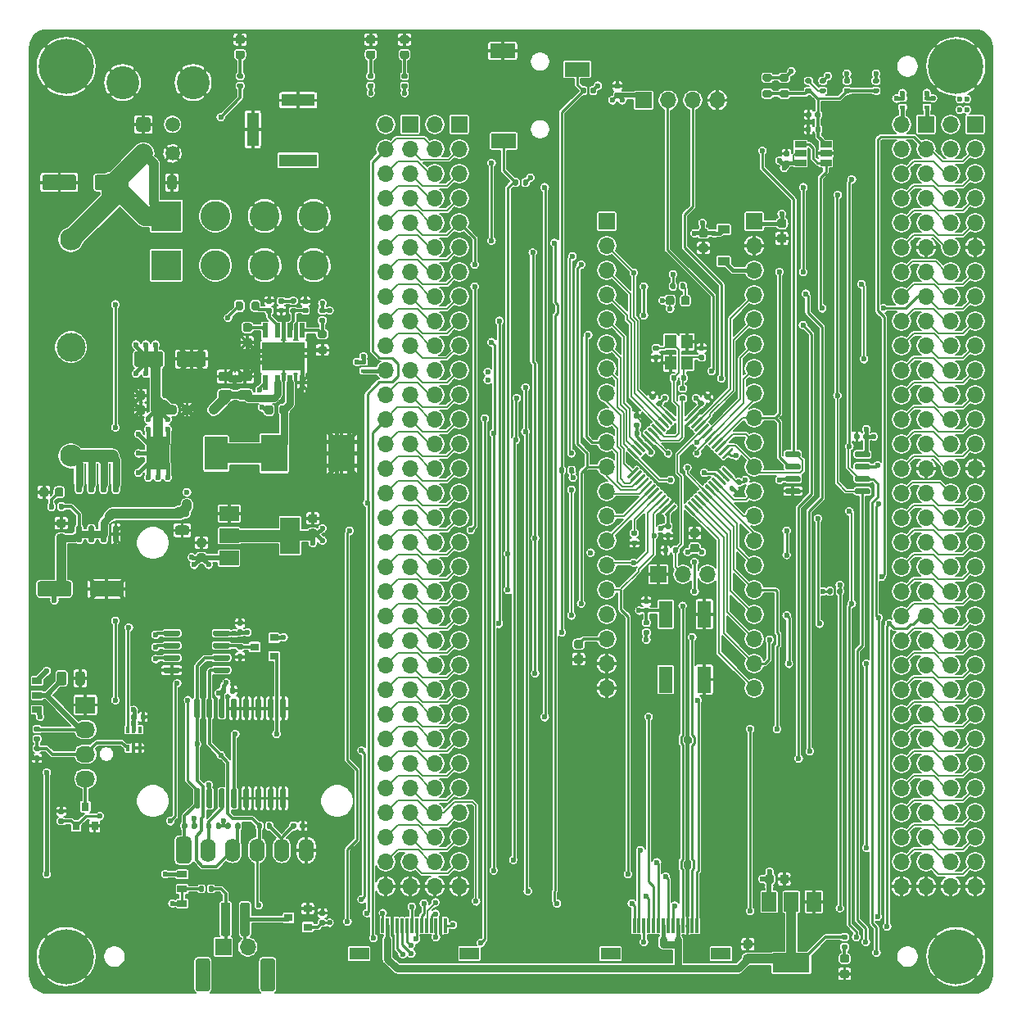
<source format=gbr>
%TF.GenerationSoftware,KiCad,Pcbnew,5.1.9-73d0e3b20d~88~ubuntu18.04.1*%
%TF.CreationDate,2020-12-31T09:15:49+01:00*%
%TF.ProjectId,frontpanel_dev_adapter,66726f6e-7470-4616-9e65-6c5f6465765f,r0.1*%
%TF.SameCoordinates,PX2faf080PY2faf080*%
%TF.FileFunction,Copper,L1,Top*%
%TF.FilePolarity,Positive*%
%FSLAX46Y46*%
G04 Gerber Fmt 4.6, Leading zero omitted, Abs format (unit mm)*
G04 Created by KiCad (PCBNEW 5.1.9-73d0e3b20d~88~ubuntu18.04.1) date 2020-12-31 09:15:49*
%MOMM*%
%LPD*%
G01*
G04 APERTURE LIST*
%TA.AperFunction,ComponentPad*%
%ADD10C,3.100000*%
%TD*%
%TA.AperFunction,ComponentPad*%
%ADD11R,3.100000X3.100000*%
%TD*%
%TA.AperFunction,ComponentPad*%
%ADD12O,1.700000X1.700000*%
%TD*%
%TA.AperFunction,ComponentPad*%
%ADD13R,1.700000X1.700000*%
%TD*%
%TA.AperFunction,SMDPad,CuDef*%
%ADD14R,2.600000X1.500000*%
%TD*%
%TA.AperFunction,SMDPad,CuDef*%
%ADD15R,0.800000X0.900000*%
%TD*%
%TA.AperFunction,SMDPad,CuDef*%
%ADD16R,0.900000X0.800000*%
%TD*%
%TA.AperFunction,SMDPad,CuDef*%
%ADD17R,0.400000X0.650000*%
%TD*%
%TA.AperFunction,ComponentPad*%
%ADD18C,5.700000*%
%TD*%
%TA.AperFunction,SMDPad,CuDef*%
%ADD19R,0.600000X0.400000*%
%TD*%
%TA.AperFunction,SMDPad,CuDef*%
%ADD20R,1.200000X0.900000*%
%TD*%
%TA.AperFunction,SMDPad,CuDef*%
%ADD21R,1.200000X1.400000*%
%TD*%
%TA.AperFunction,SMDPad,CuDef*%
%ADD22R,1.220000X0.650000*%
%TD*%
%TA.AperFunction,SMDPad,CuDef*%
%ADD23R,2.000000X1.500000*%
%TD*%
%TA.AperFunction,SMDPad,CuDef*%
%ADD24R,2.000000X3.800000*%
%TD*%
%TA.AperFunction,SMDPad,CuDef*%
%ADD25R,1.500000X2.000000*%
%TD*%
%TA.AperFunction,SMDPad,CuDef*%
%ADD26R,3.800000X2.000000*%
%TD*%
%TA.AperFunction,ComponentPad*%
%ADD27C,0.600000*%
%TD*%
%TA.AperFunction,SMDPad,CuDef*%
%ADD28R,0.600000X1.550000*%
%TD*%
%TA.AperFunction,SMDPad,CuDef*%
%ADD29R,4.500000X2.950000*%
%TD*%
%TA.AperFunction,SMDPad,CuDef*%
%ADD30R,3.100000X2.600000*%
%TD*%
%TA.AperFunction,SMDPad,CuDef*%
%ADD31R,1.400000X2.750000*%
%TD*%
%TA.AperFunction,ComponentPad*%
%ADD32O,1.600000X2.400000*%
%TD*%
%TA.AperFunction,ComponentPad*%
%ADD33O,2.030000X1.730000*%
%TD*%
%TA.AperFunction,ComponentPad*%
%ADD34R,2.030000X1.730000*%
%TD*%
%TA.AperFunction,SMDPad,CuDef*%
%ADD35R,2.350000X3.500000*%
%TD*%
%TA.AperFunction,SMDPad,CuDef*%
%ADD36R,1.000000X0.700000*%
%TD*%
%TA.AperFunction,SMDPad,CuDef*%
%ADD37R,2.000000X1.300000*%
%TD*%
%TA.AperFunction,SMDPad,CuDef*%
%ADD38R,0.300000X1.500000*%
%TD*%
%TA.AperFunction,ComponentPad*%
%ADD39C,1.500000*%
%TD*%
%TA.AperFunction,ComponentPad*%
%ADD40C,3.410000*%
%TD*%
%TA.AperFunction,ComponentPad*%
%ADD41R,1.300000X3.500000*%
%TD*%
%TA.AperFunction,ComponentPad*%
%ADD42R,4.000000X1.300000*%
%TD*%
%TA.AperFunction,ComponentPad*%
%ADD43R,3.500000X1.300000*%
%TD*%
%TA.AperFunction,WasherPad*%
%ADD44C,3.000000*%
%TD*%
%TA.AperFunction,ComponentPad*%
%ADD45C,2.300000*%
%TD*%
%TA.AperFunction,SMDPad,CuDef*%
%ADD46R,2.750000X3.800000*%
%TD*%
%TA.AperFunction,ViaPad*%
%ADD47C,0.600000*%
%TD*%
%TA.AperFunction,Conductor*%
%ADD48C,0.400000*%
%TD*%
%TA.AperFunction,Conductor*%
%ADD49C,0.300000*%
%TD*%
%TA.AperFunction,Conductor*%
%ADD50C,0.200000*%
%TD*%
%TA.AperFunction,Conductor*%
%ADD51C,2.000000*%
%TD*%
%TA.AperFunction,Conductor*%
%ADD52C,0.750000*%
%TD*%
%TA.AperFunction,Conductor*%
%ADD53C,1.000000*%
%TD*%
%TA.AperFunction,Conductor*%
%ADD54C,0.500000*%
%TD*%
%TA.AperFunction,Conductor*%
%ADD55C,0.250000*%
%TD*%
%TA.AperFunction,Conductor*%
%ADD56C,1.250000*%
%TD*%
%TA.AperFunction,Conductor*%
%ADD57C,0.150000*%
%TD*%
%TA.AperFunction,Conductor*%
%ADD58C,0.100000*%
%TD*%
G04 APERTURE END LIST*
%TO.P,C401,2*%
%TO.N,Net-(C401-Pad2)*%
%TA.AperFunction,SMDPad,CuDef*%
G36*
G01*
X4050000Y-66775000D02*
X4050000Y-67725000D01*
G75*
G02*
X3800000Y-67975000I-250000J0D01*
G01*
X3300000Y-67975000D01*
G75*
G02*
X3050000Y-67725000I0J250000D01*
G01*
X3050000Y-66775000D01*
G75*
G02*
X3300000Y-66525000I250000J0D01*
G01*
X3800000Y-66525000D01*
G75*
G02*
X4050000Y-66775000I0J-250000D01*
G01*
G37*
%TD.AperFunction*%
%TO.P,C401,1*%
%TO.N,GND*%
%TA.AperFunction,SMDPad,CuDef*%
G36*
G01*
X5950000Y-66775000D02*
X5950000Y-67725000D01*
G75*
G02*
X5700000Y-67975000I-250000J0D01*
G01*
X5200000Y-67975000D01*
G75*
G02*
X4950000Y-67725000I0J250000D01*
G01*
X4950000Y-66775000D01*
G75*
G02*
X5200000Y-66525000I250000J0D01*
G01*
X5700000Y-66525000D01*
G75*
G02*
X5950000Y-66775000I0J-250000D01*
G01*
G37*
%TD.AperFunction*%
%TD*%
%TO.P,C217,2*%
%TO.N,GND*%
%TA.AperFunction,SMDPad,CuDef*%
G36*
G01*
X14450000Y-16475000D02*
X14450000Y-15525000D01*
G75*
G02*
X14700000Y-15275000I250000J0D01*
G01*
X15200000Y-15275000D01*
G75*
G02*
X15450000Y-15525000I0J-250000D01*
G01*
X15450000Y-16475000D01*
G75*
G02*
X15200000Y-16725000I-250000J0D01*
G01*
X14700000Y-16725000D01*
G75*
G02*
X14450000Y-16475000I0J250000D01*
G01*
G37*
%TD.AperFunction*%
%TO.P,C217,1*%
%TO.N,+VDC*%
%TA.AperFunction,SMDPad,CuDef*%
G36*
G01*
X12550000Y-16475000D02*
X12550000Y-15525000D01*
G75*
G02*
X12800000Y-15275000I250000J0D01*
G01*
X13300000Y-15275000D01*
G75*
G02*
X13550000Y-15525000I0J-250000D01*
G01*
X13550000Y-16475000D01*
G75*
G02*
X13300000Y-16725000I-250000J0D01*
G01*
X12800000Y-16725000D01*
G75*
G02*
X12550000Y-16475000I0J250000D01*
G01*
G37*
%TD.AperFunction*%
%TD*%
%TO.P,C215,2*%
%TO.N,GND*%
%TA.AperFunction,SMDPad,CuDef*%
G36*
G01*
X15525000Y-51450000D02*
X16475000Y-51450000D01*
G75*
G02*
X16725000Y-51700000I0J-250000D01*
G01*
X16725000Y-52200000D01*
G75*
G02*
X16475000Y-52450000I-250000J0D01*
G01*
X15525000Y-52450000D01*
G75*
G02*
X15275000Y-52200000I0J250000D01*
G01*
X15275000Y-51700000D01*
G75*
G02*
X15525000Y-51450000I250000J0D01*
G01*
G37*
%TD.AperFunction*%
%TO.P,C215,1*%
%TO.N,VIN*%
%TA.AperFunction,SMDPad,CuDef*%
G36*
G01*
X15525000Y-49550000D02*
X16475000Y-49550000D01*
G75*
G02*
X16725000Y-49800000I0J-250000D01*
G01*
X16725000Y-50300000D01*
G75*
G02*
X16475000Y-50550000I-250000J0D01*
G01*
X15525000Y-50550000D01*
G75*
G02*
X15275000Y-50300000I0J250000D01*
G01*
X15275000Y-49800000D01*
G75*
G02*
X15525000Y-49550000I250000J0D01*
G01*
G37*
%TD.AperFunction*%
%TD*%
D10*
%TO.P,J202,4*%
%TO.N,GND*%
X29620000Y-24540000D03*
X29620000Y-19460000D03*
%TO.P,J202,3*%
X24540000Y-24540000D03*
X24540000Y-19460000D03*
%TO.P,J202,2*%
%TO.N,+VDC*%
X19460000Y-19460000D03*
X19460000Y-24540000D03*
D11*
%TO.P,J202,1*%
X14380000Y-19460000D03*
X14380000Y-24540000D03*
%TD*%
D12*
%TO.P,J304,2*%
%TO.N,Net-(J303-Pad2)*%
X22790000Y-95000000D03*
D13*
%TO.P,J304,1*%
%TO.N,Net-(J303-Pad1)*%
X20250000Y-95000000D03*
%TD*%
D14*
%TO.P,J504,1*%
%TO.N,GND*%
X49150000Y-2400000D03*
%TO.P,J504,3*%
%TO.N,DBGUART_TX*%
X56850000Y-4300000D03*
%TO.P,J504,2*%
%TO.N,DBGUART_RX*%
X49250000Y-11700000D03*
%TD*%
%TO.P,C517,2*%
%TO.N,GND*%
%TA.AperFunction,SMDPad,CuDef*%
G36*
G01*
X20950000Y-68670000D02*
X20950000Y-68330000D01*
G75*
G02*
X21090000Y-68190000I140000J0D01*
G01*
X21370000Y-68190000D01*
G75*
G02*
X21510000Y-68330000I0J-140000D01*
G01*
X21510000Y-68670000D01*
G75*
G02*
X21370000Y-68810000I-140000J0D01*
G01*
X21090000Y-68810000D01*
G75*
G02*
X20950000Y-68670000I0J140000D01*
G01*
G37*
%TD.AperFunction*%
%TO.P,C517,1*%
%TO.N,VDD*%
%TA.AperFunction,SMDPad,CuDef*%
G36*
G01*
X19990000Y-68670000D02*
X19990000Y-68330000D01*
G75*
G02*
X20130000Y-68190000I140000J0D01*
G01*
X20410000Y-68190000D01*
G75*
G02*
X20550000Y-68330000I0J-140000D01*
G01*
X20550000Y-68670000D01*
G75*
G02*
X20410000Y-68810000I-140000J0D01*
G01*
X20130000Y-68810000D01*
G75*
G02*
X19990000Y-68670000I0J140000D01*
G01*
G37*
%TD.AperFunction*%
%TD*%
%TO.P,U504,16*%
%TO.N,I2C1_SCL*%
%TA.AperFunction,SMDPad,CuDef*%
G36*
G01*
X17705000Y-71375000D02*
X17405000Y-71375000D01*
G75*
G02*
X17255000Y-71225000I0J150000D01*
G01*
X17255000Y-69475000D01*
G75*
G02*
X17405000Y-69325000I150000J0D01*
G01*
X17705000Y-69325000D01*
G75*
G02*
X17855000Y-69475000I0J-150000D01*
G01*
X17855000Y-71225000D01*
G75*
G02*
X17705000Y-71375000I-150000J0D01*
G01*
G37*
%TD.AperFunction*%
%TO.P,U504,15*%
%TO.N,I2C1_SDA*%
%TA.AperFunction,SMDPad,CuDef*%
G36*
G01*
X18975000Y-71375000D02*
X18675000Y-71375000D01*
G75*
G02*
X18525000Y-71225000I0J150000D01*
G01*
X18525000Y-69475000D01*
G75*
G02*
X18675000Y-69325000I150000J0D01*
G01*
X18975000Y-69325000D01*
G75*
G02*
X19125000Y-69475000I0J-150000D01*
G01*
X19125000Y-71225000D01*
G75*
G02*
X18975000Y-71375000I-150000J0D01*
G01*
G37*
%TD.AperFunction*%
%TO.P,U504,14*%
%TO.N,VDD*%
%TA.AperFunction,SMDPad,CuDef*%
G36*
G01*
X20245000Y-71375000D02*
X19945000Y-71375000D01*
G75*
G02*
X19795000Y-71225000I0J150000D01*
G01*
X19795000Y-69475000D01*
G75*
G02*
X19945000Y-69325000I150000J0D01*
G01*
X20245000Y-69325000D01*
G75*
G02*
X20395000Y-69475000I0J-150000D01*
G01*
X20395000Y-71225000D01*
G75*
G02*
X20245000Y-71375000I-150000J0D01*
G01*
G37*
%TD.AperFunction*%
%TO.P,U504,13*%
%TO.N,GND*%
%TA.AperFunction,SMDPad,CuDef*%
G36*
G01*
X21515000Y-71375000D02*
X21215000Y-71375000D01*
G75*
G02*
X21065000Y-71225000I0J150000D01*
G01*
X21065000Y-69475000D01*
G75*
G02*
X21215000Y-69325000I150000J0D01*
G01*
X21515000Y-69325000D01*
G75*
G02*
X21665000Y-69475000I0J-150000D01*
G01*
X21665000Y-71225000D01*
G75*
G02*
X21515000Y-71375000I-150000J0D01*
G01*
G37*
%TD.AperFunction*%
%TO.P,U504,12*%
%TA.AperFunction,SMDPad,CuDef*%
G36*
G01*
X22785000Y-71375000D02*
X22485000Y-71375000D01*
G75*
G02*
X22335000Y-71225000I0J150000D01*
G01*
X22335000Y-69475000D01*
G75*
G02*
X22485000Y-69325000I150000J0D01*
G01*
X22785000Y-69325000D01*
G75*
G02*
X22935000Y-69475000I0J-150000D01*
G01*
X22935000Y-71225000D01*
G75*
G02*
X22785000Y-71375000I-150000J0D01*
G01*
G37*
%TD.AperFunction*%
%TO.P,U504,11*%
%TA.AperFunction,SMDPad,CuDef*%
G36*
G01*
X24055000Y-71375000D02*
X23755000Y-71375000D01*
G75*
G02*
X23605000Y-71225000I0J150000D01*
G01*
X23605000Y-69475000D01*
G75*
G02*
X23755000Y-69325000I150000J0D01*
G01*
X24055000Y-69325000D01*
G75*
G02*
X24205000Y-69475000I0J-150000D01*
G01*
X24205000Y-71225000D01*
G75*
G02*
X24055000Y-71375000I-150000J0D01*
G01*
G37*
%TD.AperFunction*%
%TO.P,U504,10*%
%TA.AperFunction,SMDPad,CuDef*%
G36*
G01*
X25325000Y-71375000D02*
X25025000Y-71375000D01*
G75*
G02*
X24875000Y-71225000I0J150000D01*
G01*
X24875000Y-69475000D01*
G75*
G02*
X25025000Y-69325000I150000J0D01*
G01*
X25325000Y-69325000D01*
G75*
G02*
X25475000Y-69475000I0J-150000D01*
G01*
X25475000Y-71225000D01*
G75*
G02*
X25325000Y-71375000I-150000J0D01*
G01*
G37*
%TD.AperFunction*%
%TO.P,U504,9*%
%TA.AperFunction,SMDPad,CuDef*%
G36*
G01*
X26595000Y-71375000D02*
X26295000Y-71375000D01*
G75*
G02*
X26145000Y-71225000I0J150000D01*
G01*
X26145000Y-69475000D01*
G75*
G02*
X26295000Y-69325000I150000J0D01*
G01*
X26595000Y-69325000D01*
G75*
G02*
X26745000Y-69475000I0J-150000D01*
G01*
X26745000Y-71225000D01*
G75*
G02*
X26595000Y-71375000I-150000J0D01*
G01*
G37*
%TD.AperFunction*%
%TO.P,U504,8*%
%TA.AperFunction,SMDPad,CuDef*%
G36*
G01*
X26595000Y-80675000D02*
X26295000Y-80675000D01*
G75*
G02*
X26145000Y-80525000I0J150000D01*
G01*
X26145000Y-78775000D01*
G75*
G02*
X26295000Y-78625000I150000J0D01*
G01*
X26595000Y-78625000D01*
G75*
G02*
X26745000Y-78775000I0J-150000D01*
G01*
X26745000Y-80525000D01*
G75*
G02*
X26595000Y-80675000I-150000J0D01*
G01*
G37*
%TD.AperFunction*%
%TO.P,U504,7*%
%TA.AperFunction,SMDPad,CuDef*%
G36*
G01*
X25325000Y-80675000D02*
X25025000Y-80675000D01*
G75*
G02*
X24875000Y-80525000I0J150000D01*
G01*
X24875000Y-78775000D01*
G75*
G02*
X25025000Y-78625000I150000J0D01*
G01*
X25325000Y-78625000D01*
G75*
G02*
X25475000Y-78775000I0J-150000D01*
G01*
X25475000Y-80525000D01*
G75*
G02*
X25325000Y-80675000I-150000J0D01*
G01*
G37*
%TD.AperFunction*%
%TO.P,U504,6*%
%TA.AperFunction,SMDPad,CuDef*%
G36*
G01*
X24055000Y-80675000D02*
X23755000Y-80675000D01*
G75*
G02*
X23605000Y-80525000I0J150000D01*
G01*
X23605000Y-78775000D01*
G75*
G02*
X23755000Y-78625000I150000J0D01*
G01*
X24055000Y-78625000D01*
G75*
G02*
X24205000Y-78775000I0J-150000D01*
G01*
X24205000Y-80525000D01*
G75*
G02*
X24055000Y-80675000I-150000J0D01*
G01*
G37*
%TD.AperFunction*%
%TO.P,U504,5*%
%TA.AperFunction,SMDPad,CuDef*%
G36*
G01*
X22785000Y-80675000D02*
X22485000Y-80675000D01*
G75*
G02*
X22335000Y-80525000I0J150000D01*
G01*
X22335000Y-78775000D01*
G75*
G02*
X22485000Y-78625000I150000J0D01*
G01*
X22785000Y-78625000D01*
G75*
G02*
X22935000Y-78775000I0J-150000D01*
G01*
X22935000Y-80525000D01*
G75*
G02*
X22785000Y-80675000I-150000J0D01*
G01*
G37*
%TD.AperFunction*%
%TO.P,U504,4*%
%TO.N,/MCU / Bluepill/PwrGood*%
%TA.AperFunction,SMDPad,CuDef*%
G36*
G01*
X21515000Y-80675000D02*
X21215000Y-80675000D01*
G75*
G02*
X21065000Y-80525000I0J150000D01*
G01*
X21065000Y-78775000D01*
G75*
G02*
X21215000Y-78625000I150000J0D01*
G01*
X21515000Y-78625000D01*
G75*
G02*
X21665000Y-78775000I0J-150000D01*
G01*
X21665000Y-80525000D01*
G75*
G02*
X21515000Y-80675000I-150000J0D01*
G01*
G37*
%TD.AperFunction*%
%TO.P,U504,3*%
%TO.N,~RTC_INTn~_SQW*%
%TA.AperFunction,SMDPad,CuDef*%
G36*
G01*
X20245000Y-80675000D02*
X19945000Y-80675000D01*
G75*
G02*
X19795000Y-80525000I0J150000D01*
G01*
X19795000Y-78775000D01*
G75*
G02*
X19945000Y-78625000I150000J0D01*
G01*
X20245000Y-78625000D01*
G75*
G02*
X20395000Y-78775000I0J-150000D01*
G01*
X20395000Y-80525000D01*
G75*
G02*
X20245000Y-80675000I-150000J0D01*
G01*
G37*
%TD.AperFunction*%
%TO.P,U504,2*%
%TO.N,+BATT*%
%TA.AperFunction,SMDPad,CuDef*%
G36*
G01*
X18975000Y-80675000D02*
X18675000Y-80675000D01*
G75*
G02*
X18525000Y-80525000I0J150000D01*
G01*
X18525000Y-78775000D01*
G75*
G02*
X18675000Y-78625000I150000J0D01*
G01*
X18975000Y-78625000D01*
G75*
G02*
X19125000Y-78775000I0J-150000D01*
G01*
X19125000Y-80525000D01*
G75*
G02*
X18975000Y-80675000I-150000J0D01*
G01*
G37*
%TD.AperFunction*%
%TO.P,U504,1*%
%TO.N,32k*%
%TA.AperFunction,SMDPad,CuDef*%
G36*
G01*
X17705000Y-80675000D02*
X17405000Y-80675000D01*
G75*
G02*
X17255000Y-80525000I0J150000D01*
G01*
X17255000Y-78775000D01*
G75*
G02*
X17405000Y-78625000I150000J0D01*
G01*
X17705000Y-78625000D01*
G75*
G02*
X17855000Y-78775000I0J-150000D01*
G01*
X17855000Y-80525000D01*
G75*
G02*
X17705000Y-80675000I-150000J0D01*
G01*
G37*
%TD.AperFunction*%
%TD*%
D15*
%TO.P,Q401,3*%
%TO.N,Net-(M401-Pad4)*%
X6000000Y-80500000D03*
%TO.P,Q401,2*%
%TO.N,GND*%
X6950000Y-82500000D03*
%TO.P,Q401,1*%
%TO.N,FAN1_PWM*%
X5050000Y-82500000D03*
%TD*%
D16*
%TO.P,Q301,3*%
%TO.N,Net-(J303-Pad2)*%
X27000000Y-92000000D03*
%TO.P,Q301,2*%
%TO.N,GND*%
X29000000Y-91050000D03*
%TO.P,Q301,1*%
%TO.N,PWRBTN_LED_PWM*%
X29000000Y-92950000D03*
%TD*%
D17*
%TO.P,U401,6*%
%TO.N,FAN1_RPM*%
X10350000Y-72550000D03*
%TO.P,U401,4*%
%TO.N,Net-(U401-Pad4)*%
X11650000Y-72550000D03*
%TO.P,U401,2*%
%TO.N,GND*%
X11000000Y-74450000D03*
%TO.P,U401,5*%
%TO.N,VDD*%
X11000000Y-72550000D03*
%TO.P,U401,3*%
%TO.N,GND*%
X11650000Y-74450000D03*
%TO.P,U401,1*%
%TO.N,Net-(M401-Pad3)*%
X10350000Y-74450000D03*
%TD*%
%TO.P,C516,2*%
%TO.N,GND*%
%TA.AperFunction,SMDPad,CuDef*%
G36*
G01*
X77750000Y-21325000D02*
X78250000Y-21325000D01*
G75*
G02*
X78475000Y-21550000I0J-225000D01*
G01*
X78475000Y-22000000D01*
G75*
G02*
X78250000Y-22225000I-225000J0D01*
G01*
X77750000Y-22225000D01*
G75*
G02*
X77525000Y-22000000I0J225000D01*
G01*
X77525000Y-21550000D01*
G75*
G02*
X77750000Y-21325000I225000J0D01*
G01*
G37*
%TD.AperFunction*%
%TO.P,C516,1*%
%TO.N,VDD*%
%TA.AperFunction,SMDPad,CuDef*%
G36*
G01*
X77750000Y-19775000D02*
X78250000Y-19775000D01*
G75*
G02*
X78475000Y-20000000I0J-225000D01*
G01*
X78475000Y-20450000D01*
G75*
G02*
X78250000Y-20675000I-225000J0D01*
G01*
X77750000Y-20675000D01*
G75*
G02*
X77525000Y-20450000I0J225000D01*
G01*
X77525000Y-20000000D01*
G75*
G02*
X77750000Y-19775000I225000J0D01*
G01*
G37*
%TD.AperFunction*%
%TD*%
%TO.P,C505,2*%
%TO.N,GND*%
%TA.AperFunction,SMDPad,CuDef*%
G36*
G01*
X64170000Y-59550000D02*
X63830000Y-59550000D01*
G75*
G02*
X63690000Y-59410000I0J140000D01*
G01*
X63690000Y-59130000D01*
G75*
G02*
X63830000Y-58990000I140000J0D01*
G01*
X64170000Y-58990000D01*
G75*
G02*
X64310000Y-59130000I0J-140000D01*
G01*
X64310000Y-59410000D01*
G75*
G02*
X64170000Y-59550000I-140000J0D01*
G01*
G37*
%TD.AperFunction*%
%TO.P,C505,1*%
%TO.N,~RSTn~*%
%TA.AperFunction,SMDPad,CuDef*%
G36*
G01*
X64170000Y-60510000D02*
X63830000Y-60510000D01*
G75*
G02*
X63690000Y-60370000I0J140000D01*
G01*
X63690000Y-60090000D01*
G75*
G02*
X63830000Y-59950000I140000J0D01*
G01*
X64170000Y-59950000D01*
G75*
G02*
X64310000Y-60090000I0J-140000D01*
G01*
X64310000Y-60370000D01*
G75*
G02*
X64170000Y-60510000I-140000J0D01*
G01*
G37*
%TD.AperFunction*%
%TD*%
D12*
%TO.P,J505,3*%
%TO.N,VDD*%
X70330000Y-56500000D03*
%TO.P,J505,2*%
%TO.N,Net-(J505-Pad2)*%
X67790000Y-56500000D03*
D13*
%TO.P,J505,1*%
%TO.N,GND*%
X65250000Y-56500000D03*
%TD*%
%TO.P,R514,2*%
%TO.N,Net-(C508-Pad1)*%
%TA.AperFunction,SMDPad,CuDef*%
G36*
G01*
X67935000Y-37560000D02*
X67565000Y-37560000D01*
G75*
G02*
X67430000Y-37425000I0J135000D01*
G01*
X67430000Y-37155000D01*
G75*
G02*
X67565000Y-37020000I135000J0D01*
G01*
X67935000Y-37020000D01*
G75*
G02*
X68070000Y-37155000I0J-135000D01*
G01*
X68070000Y-37425000D01*
G75*
G02*
X67935000Y-37560000I-135000J0D01*
G01*
G37*
%TD.AperFunction*%
%TO.P,R514,1*%
%TO.N,Net-(R514-Pad1)*%
%TA.AperFunction,SMDPad,CuDef*%
G36*
G01*
X67935000Y-38580000D02*
X67565000Y-38580000D01*
G75*
G02*
X67430000Y-38445000I0J135000D01*
G01*
X67430000Y-38175000D01*
G75*
G02*
X67565000Y-38040000I135000J0D01*
G01*
X67935000Y-38040000D01*
G75*
G02*
X68070000Y-38175000I0J-135000D01*
G01*
X68070000Y-38445000D01*
G75*
G02*
X67935000Y-38580000I-135000J0D01*
G01*
G37*
%TD.AperFunction*%
%TD*%
%TO.P,R513,2*%
%TO.N,GND*%
%TA.AperFunction,SMDPad,CuDef*%
G36*
G01*
X66260000Y-53815000D02*
X66260000Y-54185000D01*
G75*
G02*
X66125000Y-54320000I-135000J0D01*
G01*
X65855000Y-54320000D01*
G75*
G02*
X65720000Y-54185000I0J135000D01*
G01*
X65720000Y-53815000D01*
G75*
G02*
X65855000Y-53680000I135000J0D01*
G01*
X66125000Y-53680000D01*
G75*
G02*
X66260000Y-53815000I0J-135000D01*
G01*
G37*
%TD.AperFunction*%
%TO.P,R513,1*%
%TO.N,Net-(J505-Pad2)*%
%TA.AperFunction,SMDPad,CuDef*%
G36*
G01*
X67280000Y-53815000D02*
X67280000Y-54185000D01*
G75*
G02*
X67145000Y-54320000I-135000J0D01*
G01*
X66875000Y-54320000D01*
G75*
G02*
X66740000Y-54185000I0J135000D01*
G01*
X66740000Y-53815000D01*
G75*
G02*
X66875000Y-53680000I135000J0D01*
G01*
X67145000Y-53680000D01*
G75*
G02*
X67280000Y-53815000I0J-135000D01*
G01*
G37*
%TD.AperFunction*%
%TD*%
%TO.P,R512,2*%
%TO.N,GND*%
%TA.AperFunction,SMDPad,CuDef*%
G36*
G01*
X21815000Y-64740000D02*
X22185000Y-64740000D01*
G75*
G02*
X22320000Y-64875000I0J-135000D01*
G01*
X22320000Y-65145000D01*
G75*
G02*
X22185000Y-65280000I-135000J0D01*
G01*
X21815000Y-65280000D01*
G75*
G02*
X21680000Y-65145000I0J135000D01*
G01*
X21680000Y-64875000D01*
G75*
G02*
X21815000Y-64740000I135000J0D01*
G01*
G37*
%TD.AperFunction*%
%TO.P,R512,1*%
%TO.N,/MCU / Bluepill/~WEn~*%
%TA.AperFunction,SMDPad,CuDef*%
G36*
G01*
X21815000Y-63720000D02*
X22185000Y-63720000D01*
G75*
G02*
X22320000Y-63855000I0J-135000D01*
G01*
X22320000Y-64125000D01*
G75*
G02*
X22185000Y-64260000I-135000J0D01*
G01*
X21815000Y-64260000D01*
G75*
G02*
X21680000Y-64125000I0J135000D01*
G01*
X21680000Y-63855000D01*
G75*
G02*
X21815000Y-63720000I135000J0D01*
G01*
G37*
%TD.AperFunction*%
%TD*%
%TO.P,R511,2*%
%TO.N,I2C1_SCL*%
%TA.AperFunction,SMDPad,CuDef*%
G36*
G01*
X21490000Y-82685000D02*
X21490000Y-82315000D01*
G75*
G02*
X21625000Y-82180000I135000J0D01*
G01*
X21895000Y-82180000D01*
G75*
G02*
X22030000Y-82315000I0J-135000D01*
G01*
X22030000Y-82685000D01*
G75*
G02*
X21895000Y-82820000I-135000J0D01*
G01*
X21625000Y-82820000D01*
G75*
G02*
X21490000Y-82685000I0J135000D01*
G01*
G37*
%TD.AperFunction*%
%TO.P,R511,1*%
%TO.N,VDD*%
%TA.AperFunction,SMDPad,CuDef*%
G36*
G01*
X20470000Y-82685000D02*
X20470000Y-82315000D01*
G75*
G02*
X20605000Y-82180000I135000J0D01*
G01*
X20875000Y-82180000D01*
G75*
G02*
X21010000Y-82315000I0J-135000D01*
G01*
X21010000Y-82685000D01*
G75*
G02*
X20875000Y-82820000I-135000J0D01*
G01*
X20605000Y-82820000D01*
G75*
G02*
X20470000Y-82685000I0J135000D01*
G01*
G37*
%TD.AperFunction*%
%TD*%
%TO.P,R510,2*%
%TO.N,I2C1_SDA*%
%TA.AperFunction,SMDPad,CuDef*%
G36*
G01*
X24260000Y-82315000D02*
X24260000Y-82685000D01*
G75*
G02*
X24125000Y-82820000I-135000J0D01*
G01*
X23855000Y-82820000D01*
G75*
G02*
X23720000Y-82685000I0J135000D01*
G01*
X23720000Y-82315000D01*
G75*
G02*
X23855000Y-82180000I135000J0D01*
G01*
X24125000Y-82180000D01*
G75*
G02*
X24260000Y-82315000I0J-135000D01*
G01*
G37*
%TD.AperFunction*%
%TO.P,R510,1*%
%TO.N,VDD*%
%TA.AperFunction,SMDPad,CuDef*%
G36*
G01*
X25280000Y-82315000D02*
X25280000Y-82685000D01*
G75*
G02*
X25145000Y-82820000I-135000J0D01*
G01*
X24875000Y-82820000D01*
G75*
G02*
X24740000Y-82685000I0J135000D01*
G01*
X24740000Y-82315000D01*
G75*
G02*
X24875000Y-82180000I135000J0D01*
G01*
X25145000Y-82180000D01*
G75*
G02*
X25280000Y-82315000I0J-135000D01*
G01*
G37*
%TD.AperFunction*%
%TD*%
%TO.P,R509,2*%
%TO.N,32k*%
%TA.AperFunction,SMDPad,CuDef*%
G36*
G01*
X16520000Y-82315000D02*
X16520000Y-82685000D01*
G75*
G02*
X16385000Y-82820000I-135000J0D01*
G01*
X16115000Y-82820000D01*
G75*
G02*
X15980000Y-82685000I0J135000D01*
G01*
X15980000Y-82315000D01*
G75*
G02*
X16115000Y-82180000I135000J0D01*
G01*
X16385000Y-82180000D01*
G75*
G02*
X16520000Y-82315000I0J-135000D01*
G01*
G37*
%TD.AperFunction*%
%TO.P,R509,1*%
%TO.N,VDD*%
%TA.AperFunction,SMDPad,CuDef*%
G36*
G01*
X17540000Y-82315000D02*
X17540000Y-82685000D01*
G75*
G02*
X17405000Y-82820000I-135000J0D01*
G01*
X17135000Y-82820000D01*
G75*
G02*
X17000000Y-82685000I0J135000D01*
G01*
X17000000Y-82315000D01*
G75*
G02*
X17135000Y-82180000I135000J0D01*
G01*
X17405000Y-82180000D01*
G75*
G02*
X17540000Y-82315000I0J-135000D01*
G01*
G37*
%TD.AperFunction*%
%TD*%
%TO.P,R508,2*%
%TO.N,~RTC_INTn~_SQW*%
%TA.AperFunction,SMDPad,CuDef*%
G36*
G01*
X19010000Y-82315000D02*
X19010000Y-82685000D01*
G75*
G02*
X18875000Y-82820000I-135000J0D01*
G01*
X18605000Y-82820000D01*
G75*
G02*
X18470000Y-82685000I0J135000D01*
G01*
X18470000Y-82315000D01*
G75*
G02*
X18605000Y-82180000I135000J0D01*
G01*
X18875000Y-82180000D01*
G75*
G02*
X19010000Y-82315000I0J-135000D01*
G01*
G37*
%TD.AperFunction*%
%TO.P,R508,1*%
%TO.N,VDD*%
%TA.AperFunction,SMDPad,CuDef*%
G36*
G01*
X20030000Y-82315000D02*
X20030000Y-82685000D01*
G75*
G02*
X19895000Y-82820000I-135000J0D01*
G01*
X19625000Y-82820000D01*
G75*
G02*
X19490000Y-82685000I0J135000D01*
G01*
X19490000Y-82315000D01*
G75*
G02*
X19625000Y-82180000I135000J0D01*
G01*
X19895000Y-82180000D01*
G75*
G02*
X20030000Y-82315000I0J-135000D01*
G01*
G37*
%TD.AperFunction*%
%TD*%
%TO.P,R507,2*%
%TO.N,DBGUART_RX*%
%TA.AperFunction,SMDPad,CuDef*%
G36*
G01*
X50760000Y-15815000D02*
X50760000Y-16185000D01*
G75*
G02*
X50625000Y-16320000I-135000J0D01*
G01*
X50355000Y-16320000D01*
G75*
G02*
X50220000Y-16185000I0J135000D01*
G01*
X50220000Y-15815000D01*
G75*
G02*
X50355000Y-15680000I135000J0D01*
G01*
X50625000Y-15680000D01*
G75*
G02*
X50760000Y-15815000I0J-135000D01*
G01*
G37*
%TD.AperFunction*%
%TO.P,R507,1*%
%TO.N,VDD*%
%TA.AperFunction,SMDPad,CuDef*%
G36*
G01*
X51780000Y-15815000D02*
X51780000Y-16185000D01*
G75*
G02*
X51645000Y-16320000I-135000J0D01*
G01*
X51375000Y-16320000D01*
G75*
G02*
X51240000Y-16185000I0J135000D01*
G01*
X51240000Y-15815000D01*
G75*
G02*
X51375000Y-15680000I135000J0D01*
G01*
X51645000Y-15680000D01*
G75*
G02*
X51780000Y-15815000I0J-135000D01*
G01*
G37*
%TD.AperFunction*%
%TD*%
%TO.P,R506,2*%
%TO.N,DBGUART_TX*%
%TA.AperFunction,SMDPad,CuDef*%
G36*
G01*
X57760000Y-6315000D02*
X57760000Y-6685000D01*
G75*
G02*
X57625000Y-6820000I-135000J0D01*
G01*
X57355000Y-6820000D01*
G75*
G02*
X57220000Y-6685000I0J135000D01*
G01*
X57220000Y-6315000D01*
G75*
G02*
X57355000Y-6180000I135000J0D01*
G01*
X57625000Y-6180000D01*
G75*
G02*
X57760000Y-6315000I0J-135000D01*
G01*
G37*
%TD.AperFunction*%
%TO.P,R506,1*%
%TO.N,VDD*%
%TA.AperFunction,SMDPad,CuDef*%
G36*
G01*
X58780000Y-6315000D02*
X58780000Y-6685000D01*
G75*
G02*
X58645000Y-6820000I-135000J0D01*
G01*
X58375000Y-6820000D01*
G75*
G02*
X58240000Y-6685000I0J135000D01*
G01*
X58240000Y-6315000D01*
G75*
G02*
X58375000Y-6180000I135000J0D01*
G01*
X58645000Y-6180000D01*
G75*
G02*
X58780000Y-6315000I0J-135000D01*
G01*
G37*
%TD.AperFunction*%
%TD*%
%TO.P,R505,2*%
%TO.N,Net-(D502-Pad1)*%
%TA.AperFunction,SMDPad,CuDef*%
G36*
G01*
X67490000Y-26885000D02*
X67490000Y-26515000D01*
G75*
G02*
X67625000Y-26380000I135000J0D01*
G01*
X67895000Y-26380000D01*
G75*
G02*
X68030000Y-26515000I0J-135000D01*
G01*
X68030000Y-26885000D01*
G75*
G02*
X67895000Y-27020000I-135000J0D01*
G01*
X67625000Y-27020000D01*
G75*
G02*
X67490000Y-26885000I0J135000D01*
G01*
G37*
%TD.AperFunction*%
%TO.P,R505,1*%
%TO.N,AUX_BOOT0*%
%TA.AperFunction,SMDPad,CuDef*%
G36*
G01*
X66470000Y-26885000D02*
X66470000Y-26515000D01*
G75*
G02*
X66605000Y-26380000I135000J0D01*
G01*
X66875000Y-26380000D01*
G75*
G02*
X67010000Y-26515000I0J-135000D01*
G01*
X67010000Y-26885000D01*
G75*
G02*
X66875000Y-27020000I-135000J0D01*
G01*
X66605000Y-27020000D01*
G75*
G02*
X66470000Y-26885000I0J135000D01*
G01*
G37*
%TD.AperFunction*%
%TD*%
%TO.P,R504,2*%
%TO.N,GND*%
%TA.AperFunction,SMDPad,CuDef*%
G36*
G01*
X62565000Y-52990000D02*
X62935000Y-52990000D01*
G75*
G02*
X63070000Y-53125000I0J-135000D01*
G01*
X63070000Y-53395000D01*
G75*
G02*
X62935000Y-53530000I-135000J0D01*
G01*
X62565000Y-53530000D01*
G75*
G02*
X62430000Y-53395000I0J135000D01*
G01*
X62430000Y-53125000D01*
G75*
G02*
X62565000Y-52990000I135000J0D01*
G01*
G37*
%TD.AperFunction*%
%TO.P,R504,1*%
%TO.N,Net-(R504-Pad1)*%
%TA.AperFunction,SMDPad,CuDef*%
G36*
G01*
X62565000Y-51970000D02*
X62935000Y-51970000D01*
G75*
G02*
X63070000Y-52105000I0J-135000D01*
G01*
X63070000Y-52375000D01*
G75*
G02*
X62935000Y-52510000I-135000J0D01*
G01*
X62565000Y-52510000D01*
G75*
G02*
X62430000Y-52375000I0J135000D01*
G01*
X62430000Y-52105000D01*
G75*
G02*
X62565000Y-51970000I135000J0D01*
G01*
G37*
%TD.AperFunction*%
%TD*%
%TO.P,R503,2*%
%TO.N,Net-(C508-Pad1)*%
%TA.AperFunction,SMDPad,CuDef*%
G36*
G01*
X67590000Y-36385000D02*
X67590000Y-36015000D01*
G75*
G02*
X67725000Y-35880000I135000J0D01*
G01*
X67995000Y-35880000D01*
G75*
G02*
X68130000Y-36015000I0J-135000D01*
G01*
X68130000Y-36385000D01*
G75*
G02*
X67995000Y-36520000I-135000J0D01*
G01*
X67725000Y-36520000D01*
G75*
G02*
X67590000Y-36385000I0J135000D01*
G01*
G37*
%TD.AperFunction*%
%TO.P,R503,1*%
%TO.N,Net-(C506-Pad1)*%
%TA.AperFunction,SMDPad,CuDef*%
G36*
G01*
X66570000Y-36385000D02*
X66570000Y-36015000D01*
G75*
G02*
X66705000Y-35880000I135000J0D01*
G01*
X66975000Y-35880000D01*
G75*
G02*
X67110000Y-36015000I0J-135000D01*
G01*
X67110000Y-36385000D01*
G75*
G02*
X66975000Y-36520000I-135000J0D01*
G01*
X66705000Y-36520000D01*
G75*
G02*
X66570000Y-36385000I0J135000D01*
G01*
G37*
%TD.AperFunction*%
%TD*%
%TO.P,R502,2*%
%TO.N,DBGUART_TX*%
%TA.AperFunction,SMDPad,CuDef*%
G36*
G01*
X55510000Y-45565000D02*
X55510000Y-45935000D01*
G75*
G02*
X55375000Y-46070000I-135000J0D01*
G01*
X55105000Y-46070000D01*
G75*
G02*
X54970000Y-45935000I0J135000D01*
G01*
X54970000Y-45565000D01*
G75*
G02*
X55105000Y-45430000I135000J0D01*
G01*
X55375000Y-45430000D01*
G75*
G02*
X55510000Y-45565000I0J-135000D01*
G01*
G37*
%TD.AperFunction*%
%TO.P,R502,1*%
%TO.N,/MCU / Bluepill/PA9*%
%TA.AperFunction,SMDPad,CuDef*%
G36*
G01*
X56530000Y-45565000D02*
X56530000Y-45935000D01*
G75*
G02*
X56395000Y-46070000I-135000J0D01*
G01*
X56125000Y-46070000D01*
G75*
G02*
X55990000Y-45935000I0J135000D01*
G01*
X55990000Y-45565000D01*
G75*
G02*
X56125000Y-45430000I135000J0D01*
G01*
X56395000Y-45430000D01*
G75*
G02*
X56530000Y-45565000I0J-135000D01*
G01*
G37*
%TD.AperFunction*%
%TD*%
%TO.P,R501,2*%
%TO.N,~RSTn~*%
%TA.AperFunction,SMDPad,CuDef*%
G36*
G01*
X64185000Y-61760000D02*
X63815000Y-61760000D01*
G75*
G02*
X63680000Y-61625000I0J135000D01*
G01*
X63680000Y-61355000D01*
G75*
G02*
X63815000Y-61220000I135000J0D01*
G01*
X64185000Y-61220000D01*
G75*
G02*
X64320000Y-61355000I0J-135000D01*
G01*
X64320000Y-61625000D01*
G75*
G02*
X64185000Y-61760000I-135000J0D01*
G01*
G37*
%TD.AperFunction*%
%TO.P,R501,1*%
%TO.N,VDD*%
%TA.AperFunction,SMDPad,CuDef*%
G36*
G01*
X64185000Y-62780000D02*
X63815000Y-62780000D01*
G75*
G02*
X63680000Y-62645000I0J135000D01*
G01*
X63680000Y-62375000D01*
G75*
G02*
X63815000Y-62240000I135000J0D01*
G01*
X64185000Y-62240000D01*
G75*
G02*
X64320000Y-62375000I0J-135000D01*
G01*
X64320000Y-62645000D01*
G75*
G02*
X64185000Y-62780000I-135000J0D01*
G01*
G37*
%TD.AperFunction*%
%TD*%
%TO.P,R403,2*%
%TO.N,FAN1_PWM*%
%TA.AperFunction,SMDPad,CuDef*%
G36*
G01*
X3315000Y-81740000D02*
X3685000Y-81740000D01*
G75*
G02*
X3820000Y-81875000I0J-135000D01*
G01*
X3820000Y-82145000D01*
G75*
G02*
X3685000Y-82280000I-135000J0D01*
G01*
X3315000Y-82280000D01*
G75*
G02*
X3180000Y-82145000I0J135000D01*
G01*
X3180000Y-81875000D01*
G75*
G02*
X3315000Y-81740000I135000J0D01*
G01*
G37*
%TD.AperFunction*%
%TO.P,R403,1*%
%TO.N,GND*%
%TA.AperFunction,SMDPad,CuDef*%
G36*
G01*
X3315000Y-80720000D02*
X3685000Y-80720000D01*
G75*
G02*
X3820000Y-80855000I0J-135000D01*
G01*
X3820000Y-81125000D01*
G75*
G02*
X3685000Y-81260000I-135000J0D01*
G01*
X3315000Y-81260000D01*
G75*
G02*
X3180000Y-81125000I0J135000D01*
G01*
X3180000Y-80855000D01*
G75*
G02*
X3315000Y-80720000I135000J0D01*
G01*
G37*
%TD.AperFunction*%
%TD*%
%TO.P,R402,2*%
%TO.N,Net-(M401-Pad3)*%
%TA.AperFunction,SMDPad,CuDef*%
G36*
G01*
X1185000Y-74760000D02*
X815000Y-74760000D01*
G75*
G02*
X680000Y-74625000I0J135000D01*
G01*
X680000Y-74355000D01*
G75*
G02*
X815000Y-74220000I135000J0D01*
G01*
X1185000Y-74220000D01*
G75*
G02*
X1320000Y-74355000I0J-135000D01*
G01*
X1320000Y-74625000D01*
G75*
G02*
X1185000Y-74760000I-135000J0D01*
G01*
G37*
%TD.AperFunction*%
%TO.P,R402,1*%
%TO.N,GND*%
%TA.AperFunction,SMDPad,CuDef*%
G36*
G01*
X1185000Y-75780000D02*
X815000Y-75780000D01*
G75*
G02*
X680000Y-75645000I0J135000D01*
G01*
X680000Y-75375000D01*
G75*
G02*
X815000Y-75240000I135000J0D01*
G01*
X1185000Y-75240000D01*
G75*
G02*
X1320000Y-75375000I0J-135000D01*
G01*
X1320000Y-75645000D01*
G75*
G02*
X1185000Y-75780000I-135000J0D01*
G01*
G37*
%TD.AperFunction*%
%TD*%
%TO.P,R401,2*%
%TO.N,Net-(C401-Pad2)*%
%TA.AperFunction,SMDPad,CuDef*%
G36*
G01*
X1185000Y-72760000D02*
X815000Y-72760000D01*
G75*
G02*
X680000Y-72625000I0J135000D01*
G01*
X680000Y-72355000D01*
G75*
G02*
X815000Y-72220000I135000J0D01*
G01*
X1185000Y-72220000D01*
G75*
G02*
X1320000Y-72355000I0J-135000D01*
G01*
X1320000Y-72625000D01*
G75*
G02*
X1185000Y-72760000I-135000J0D01*
G01*
G37*
%TD.AperFunction*%
%TO.P,R401,1*%
%TO.N,Net-(M401-Pad3)*%
%TA.AperFunction,SMDPad,CuDef*%
G36*
G01*
X1185000Y-73780000D02*
X815000Y-73780000D01*
G75*
G02*
X680000Y-73645000I0J135000D01*
G01*
X680000Y-73375000D01*
G75*
G02*
X815000Y-73240000I135000J0D01*
G01*
X1185000Y-73240000D01*
G75*
G02*
X1320000Y-73375000I0J-135000D01*
G01*
X1320000Y-73645000D01*
G75*
G02*
X1185000Y-73780000I-135000J0D01*
G01*
G37*
%TD.AperFunction*%
%TD*%
%TO.P,R309,2*%
%TO.N,GND*%
%TA.AperFunction,SMDPad,CuDef*%
G36*
G01*
X30685000Y-91760000D02*
X30315000Y-91760000D01*
G75*
G02*
X30180000Y-91625000I0J135000D01*
G01*
X30180000Y-91355000D01*
G75*
G02*
X30315000Y-91220000I135000J0D01*
G01*
X30685000Y-91220000D01*
G75*
G02*
X30820000Y-91355000I0J-135000D01*
G01*
X30820000Y-91625000D01*
G75*
G02*
X30685000Y-91760000I-135000J0D01*
G01*
G37*
%TD.AperFunction*%
%TO.P,R309,1*%
%TO.N,PWRBTN_LED_PWM*%
%TA.AperFunction,SMDPad,CuDef*%
G36*
G01*
X30685000Y-92780000D02*
X30315000Y-92780000D01*
G75*
G02*
X30180000Y-92645000I0J135000D01*
G01*
X30180000Y-92375000D01*
G75*
G02*
X30315000Y-92240000I135000J0D01*
G01*
X30685000Y-92240000D01*
G75*
G02*
X30820000Y-92375000I0J-135000D01*
G01*
X30820000Y-92645000D01*
G75*
G02*
X30685000Y-92780000I-135000J0D01*
G01*
G37*
%TD.AperFunction*%
%TD*%
%TO.P,R308,2*%
%TO.N,Net-(J303-Pad1)*%
%TA.AperFunction,SMDPad,CuDef*%
G36*
G01*
X18740000Y-89185000D02*
X18740000Y-88815000D01*
G75*
G02*
X18875000Y-88680000I135000J0D01*
G01*
X19145000Y-88680000D01*
G75*
G02*
X19280000Y-88815000I0J-135000D01*
G01*
X19280000Y-89185000D01*
G75*
G02*
X19145000Y-89320000I-135000J0D01*
G01*
X18875000Y-89320000D01*
G75*
G02*
X18740000Y-89185000I0J135000D01*
G01*
G37*
%TD.AperFunction*%
%TO.P,R308,1*%
%TO.N,VMAIN*%
%TA.AperFunction,SMDPad,CuDef*%
G36*
G01*
X17720000Y-89185000D02*
X17720000Y-88815000D01*
G75*
G02*
X17855000Y-88680000I135000J0D01*
G01*
X18125000Y-88680000D01*
G75*
G02*
X18260000Y-88815000I0J-135000D01*
G01*
X18260000Y-89185000D01*
G75*
G02*
X18125000Y-89320000I-135000J0D01*
G01*
X17855000Y-89320000D01*
G75*
G02*
X17720000Y-89185000I0J135000D01*
G01*
G37*
%TD.AperFunction*%
%TD*%
%TO.P,R307,2*%
%TO.N,GND*%
%TA.AperFunction,SMDPad,CuDef*%
G36*
G01*
X81010000Y-10315000D02*
X81010000Y-10685000D01*
G75*
G02*
X80875000Y-10820000I-135000J0D01*
G01*
X80605000Y-10820000D01*
G75*
G02*
X80470000Y-10685000I0J135000D01*
G01*
X80470000Y-10315000D01*
G75*
G02*
X80605000Y-10180000I135000J0D01*
G01*
X80875000Y-10180000D01*
G75*
G02*
X81010000Y-10315000I0J-135000D01*
G01*
G37*
%TD.AperFunction*%
%TO.P,R307,1*%
%TO.N,Net-(C302-Pad2)*%
%TA.AperFunction,SMDPad,CuDef*%
G36*
G01*
X82030000Y-10315000D02*
X82030000Y-10685000D01*
G75*
G02*
X81895000Y-10820000I-135000J0D01*
G01*
X81625000Y-10820000D01*
G75*
G02*
X81490000Y-10685000I0J135000D01*
G01*
X81490000Y-10315000D01*
G75*
G02*
X81625000Y-10180000I135000J0D01*
G01*
X81895000Y-10180000D01*
G75*
G02*
X82030000Y-10315000I0J-135000D01*
G01*
G37*
%TD.AperFunction*%
%TD*%
%TO.P,R306,2*%
%TO.N,Net-(C302-Pad2)*%
%TA.AperFunction,SMDPad,CuDef*%
G36*
G01*
X80565000Y-6240000D02*
X80935000Y-6240000D01*
G75*
G02*
X81070000Y-6375000I0J-135000D01*
G01*
X81070000Y-6645000D01*
G75*
G02*
X80935000Y-6780000I-135000J0D01*
G01*
X80565000Y-6780000D01*
G75*
G02*
X80430000Y-6645000I0J135000D01*
G01*
X80430000Y-6375000D01*
G75*
G02*
X80565000Y-6240000I135000J0D01*
G01*
G37*
%TD.AperFunction*%
%TO.P,R306,1*%
%TO.N,Net-(R301-Pad2)*%
%TA.AperFunction,SMDPad,CuDef*%
G36*
G01*
X80565000Y-5220000D02*
X80935000Y-5220000D01*
G75*
G02*
X81070000Y-5355000I0J-135000D01*
G01*
X81070000Y-5625000D01*
G75*
G02*
X80935000Y-5760000I-135000J0D01*
G01*
X80565000Y-5760000D01*
G75*
G02*
X80430000Y-5625000I0J135000D01*
G01*
X80430000Y-5355000D01*
G75*
G02*
X80565000Y-5220000I135000J0D01*
G01*
G37*
%TD.AperFunction*%
%TD*%
%TO.P,R303,2*%
%TO.N,Net-(C302-Pad2)*%
%TA.AperFunction,SMDPad,CuDef*%
G36*
G01*
X84565000Y-6240000D02*
X84935000Y-6240000D01*
G75*
G02*
X85070000Y-6375000I0J-135000D01*
G01*
X85070000Y-6645000D01*
G75*
G02*
X84935000Y-6780000I-135000J0D01*
G01*
X84565000Y-6780000D01*
G75*
G02*
X84430000Y-6645000I0J135000D01*
G01*
X84430000Y-6375000D01*
G75*
G02*
X84565000Y-6240000I135000J0D01*
G01*
G37*
%TD.AperFunction*%
%TO.P,R303,1*%
%TO.N,VDD*%
%TA.AperFunction,SMDPad,CuDef*%
G36*
G01*
X84565000Y-5220000D02*
X84935000Y-5220000D01*
G75*
G02*
X85070000Y-5355000I0J-135000D01*
G01*
X85070000Y-5625000D01*
G75*
G02*
X84935000Y-5760000I-135000J0D01*
G01*
X84565000Y-5760000D01*
G75*
G02*
X84430000Y-5625000I0J135000D01*
G01*
X84430000Y-5355000D01*
G75*
G02*
X84565000Y-5220000I135000J0D01*
G01*
G37*
%TD.AperFunction*%
%TD*%
%TO.P,R302,2*%
%TO.N,Net-(C302-Pad2)*%
%TA.AperFunction,SMDPad,CuDef*%
G36*
G01*
X87565000Y-6240000D02*
X87935000Y-6240000D01*
G75*
G02*
X88070000Y-6375000I0J-135000D01*
G01*
X88070000Y-6645000D01*
G75*
G02*
X87935000Y-6780000I-135000J0D01*
G01*
X87565000Y-6780000D01*
G75*
G02*
X87430000Y-6645000I0J135000D01*
G01*
X87430000Y-6375000D01*
G75*
G02*
X87565000Y-6240000I135000J0D01*
G01*
G37*
%TD.AperFunction*%
%TO.P,R302,1*%
%TO.N,VDD*%
%TA.AperFunction,SMDPad,CuDef*%
G36*
G01*
X87565000Y-5220000D02*
X87935000Y-5220000D01*
G75*
G02*
X88070000Y-5355000I0J-135000D01*
G01*
X88070000Y-5625000D01*
G75*
G02*
X87935000Y-5760000I-135000J0D01*
G01*
X87565000Y-5760000D01*
G75*
G02*
X87430000Y-5625000I0J135000D01*
G01*
X87430000Y-5355000D01*
G75*
G02*
X87565000Y-5220000I135000J0D01*
G01*
G37*
%TD.AperFunction*%
%TD*%
%TO.P,R301,2*%
%TO.N,Net-(R301-Pad2)*%
%TA.AperFunction,SMDPad,CuDef*%
G36*
G01*
X82065000Y-6240000D02*
X82435000Y-6240000D01*
G75*
G02*
X82570000Y-6375000I0J-135000D01*
G01*
X82570000Y-6645000D01*
G75*
G02*
X82435000Y-6780000I-135000J0D01*
G01*
X82065000Y-6780000D01*
G75*
G02*
X81930000Y-6645000I0J135000D01*
G01*
X81930000Y-6375000D01*
G75*
G02*
X82065000Y-6240000I135000J0D01*
G01*
G37*
%TD.AperFunction*%
%TO.P,R301,1*%
%TO.N,VDD*%
%TA.AperFunction,SMDPad,CuDef*%
G36*
G01*
X82065000Y-5220000D02*
X82435000Y-5220000D01*
G75*
G02*
X82570000Y-5355000I0J-135000D01*
G01*
X82570000Y-5625000D01*
G75*
G02*
X82435000Y-5760000I-135000J0D01*
G01*
X82065000Y-5760000D01*
G75*
G02*
X81930000Y-5625000I0J135000D01*
G01*
X81930000Y-5355000D01*
G75*
G02*
X82065000Y-5220000I135000J0D01*
G01*
G37*
%TD.AperFunction*%
%TD*%
%TO.P,R210,2*%
%TO.N,Net-(D206-Pad2)*%
%TA.AperFunction,SMDPad,CuDef*%
G36*
G01*
X84315000Y-94740000D02*
X84685000Y-94740000D01*
G75*
G02*
X84820000Y-94875000I0J-135000D01*
G01*
X84820000Y-95145000D01*
G75*
G02*
X84685000Y-95280000I-135000J0D01*
G01*
X84315000Y-95280000D01*
G75*
G02*
X84180000Y-95145000I0J135000D01*
G01*
X84180000Y-94875000D01*
G75*
G02*
X84315000Y-94740000I135000J0D01*
G01*
G37*
%TD.AperFunction*%
%TO.P,R210,1*%
%TO.N,VDD_OLED*%
%TA.AperFunction,SMDPad,CuDef*%
G36*
G01*
X84315000Y-93720000D02*
X84685000Y-93720000D01*
G75*
G02*
X84820000Y-93855000I0J-135000D01*
G01*
X84820000Y-94125000D01*
G75*
G02*
X84685000Y-94260000I-135000J0D01*
G01*
X84315000Y-94260000D01*
G75*
G02*
X84180000Y-94125000I0J135000D01*
G01*
X84180000Y-93855000D01*
G75*
G02*
X84315000Y-93720000I135000J0D01*
G01*
G37*
%TD.AperFunction*%
%TD*%
%TO.P,R209,2*%
%TO.N,Net-(D205-Pad2)*%
%TA.AperFunction,SMDPad,CuDef*%
G36*
G01*
X39185000Y-5260000D02*
X38815000Y-5260000D01*
G75*
G02*
X38680000Y-5125000I0J135000D01*
G01*
X38680000Y-4855000D01*
G75*
G02*
X38815000Y-4720000I135000J0D01*
G01*
X39185000Y-4720000D01*
G75*
G02*
X39320000Y-4855000I0J-135000D01*
G01*
X39320000Y-5125000D01*
G75*
G02*
X39185000Y-5260000I-135000J0D01*
G01*
G37*
%TD.AperFunction*%
%TO.P,R209,1*%
%TO.N,VDD*%
%TA.AperFunction,SMDPad,CuDef*%
G36*
G01*
X39185000Y-6280000D02*
X38815000Y-6280000D01*
G75*
G02*
X38680000Y-6145000I0J135000D01*
G01*
X38680000Y-5875000D01*
G75*
G02*
X38815000Y-5740000I135000J0D01*
G01*
X39185000Y-5740000D01*
G75*
G02*
X39320000Y-5875000I0J-135000D01*
G01*
X39320000Y-6145000D01*
G75*
G02*
X39185000Y-6280000I-135000J0D01*
G01*
G37*
%TD.AperFunction*%
%TD*%
%TO.P,R208,2*%
%TO.N,Net-(D204-Pad2)*%
%TA.AperFunction,SMDPad,CuDef*%
G36*
G01*
X35685000Y-5260000D02*
X35315000Y-5260000D01*
G75*
G02*
X35180000Y-5125000I0J135000D01*
G01*
X35180000Y-4855000D01*
G75*
G02*
X35315000Y-4720000I135000J0D01*
G01*
X35685000Y-4720000D01*
G75*
G02*
X35820000Y-4855000I0J-135000D01*
G01*
X35820000Y-5125000D01*
G75*
G02*
X35685000Y-5260000I-135000J0D01*
G01*
G37*
%TD.AperFunction*%
%TO.P,R208,1*%
%TO.N,VMAIN*%
%TA.AperFunction,SMDPad,CuDef*%
G36*
G01*
X35685000Y-6280000D02*
X35315000Y-6280000D01*
G75*
G02*
X35180000Y-6145000I0J135000D01*
G01*
X35180000Y-5875000D01*
G75*
G02*
X35315000Y-5740000I135000J0D01*
G01*
X35685000Y-5740000D01*
G75*
G02*
X35820000Y-5875000I0J-135000D01*
G01*
X35820000Y-6145000D01*
G75*
G02*
X35685000Y-6280000I-135000J0D01*
G01*
G37*
%TD.AperFunction*%
%TD*%
%TO.P,R207,2*%
%TO.N,Net-(D203-Pad2)*%
%TA.AperFunction,SMDPad,CuDef*%
G36*
G01*
X2760000Y-49315000D02*
X2760000Y-49685000D01*
G75*
G02*
X2625000Y-49820000I-135000J0D01*
G01*
X2355000Y-49820000D01*
G75*
G02*
X2220000Y-49685000I0J135000D01*
G01*
X2220000Y-49315000D01*
G75*
G02*
X2355000Y-49180000I135000J0D01*
G01*
X2625000Y-49180000D01*
G75*
G02*
X2760000Y-49315000I0J-135000D01*
G01*
G37*
%TD.AperFunction*%
%TO.P,R207,1*%
%TO.N,VIN*%
%TA.AperFunction,SMDPad,CuDef*%
G36*
G01*
X3780000Y-49315000D02*
X3780000Y-49685000D01*
G75*
G02*
X3645000Y-49820000I-135000J0D01*
G01*
X3375000Y-49820000D01*
G75*
G02*
X3240000Y-49685000I0J135000D01*
G01*
X3240000Y-49315000D01*
G75*
G02*
X3375000Y-49180000I135000J0D01*
G01*
X3645000Y-49180000D01*
G75*
G02*
X3780000Y-49315000I0J-135000D01*
G01*
G37*
%TD.AperFunction*%
%TD*%
%TO.P,R206,2*%
%TO.N,Net-(D202-Pad2)*%
%TA.AperFunction,SMDPad,CuDef*%
G36*
G01*
X22185000Y-5260000D02*
X21815000Y-5260000D01*
G75*
G02*
X21680000Y-5125000I0J135000D01*
G01*
X21680000Y-4855000D01*
G75*
G02*
X21815000Y-4720000I135000J0D01*
G01*
X22185000Y-4720000D01*
G75*
G02*
X22320000Y-4855000I0J-135000D01*
G01*
X22320000Y-5125000D01*
G75*
G02*
X22185000Y-5260000I-135000J0D01*
G01*
G37*
%TD.AperFunction*%
%TO.P,R206,1*%
%TO.N,+VDC*%
%TA.AperFunction,SMDPad,CuDef*%
G36*
G01*
X22185000Y-6280000D02*
X21815000Y-6280000D01*
G75*
G02*
X21680000Y-6145000I0J135000D01*
G01*
X21680000Y-5875000D01*
G75*
G02*
X21815000Y-5740000I135000J0D01*
G01*
X22185000Y-5740000D01*
G75*
G02*
X22320000Y-5875000I0J-135000D01*
G01*
X22320000Y-6145000D01*
G75*
G02*
X22185000Y-6280000I-135000J0D01*
G01*
G37*
%TD.AperFunction*%
%TD*%
%TO.P,R204,2*%
%TO.N,Net-(C210-Pad1)*%
%TA.AperFunction,SMDPad,CuDef*%
G36*
G01*
X27685000Y-28510000D02*
X27315000Y-28510000D01*
G75*
G02*
X27180000Y-28375000I0J135000D01*
G01*
X27180000Y-28105000D01*
G75*
G02*
X27315000Y-27970000I135000J0D01*
G01*
X27685000Y-27970000D01*
G75*
G02*
X27820000Y-28105000I0J-135000D01*
G01*
X27820000Y-28375000D01*
G75*
G02*
X27685000Y-28510000I-135000J0D01*
G01*
G37*
%TD.AperFunction*%
%TO.P,R204,1*%
%TO.N,Net-(C209-Pad1)*%
%TA.AperFunction,SMDPad,CuDef*%
G36*
G01*
X27685000Y-29530000D02*
X27315000Y-29530000D01*
G75*
G02*
X27180000Y-29395000I0J135000D01*
G01*
X27180000Y-29125000D01*
G75*
G02*
X27315000Y-28990000I135000J0D01*
G01*
X27685000Y-28990000D01*
G75*
G02*
X27820000Y-29125000I0J-135000D01*
G01*
X27820000Y-29395000D01*
G75*
G02*
X27685000Y-29530000I-135000J0D01*
G01*
G37*
%TD.AperFunction*%
%TD*%
%TO.P,R203,2*%
%TO.N,GND*%
%TA.AperFunction,SMDPad,CuDef*%
G36*
G01*
X25185000Y-28510000D02*
X24815000Y-28510000D01*
G75*
G02*
X24680000Y-28375000I0J135000D01*
G01*
X24680000Y-28105000D01*
G75*
G02*
X24815000Y-27970000I135000J0D01*
G01*
X25185000Y-27970000D01*
G75*
G02*
X25320000Y-28105000I0J-135000D01*
G01*
X25320000Y-28375000D01*
G75*
G02*
X25185000Y-28510000I-135000J0D01*
G01*
G37*
%TD.AperFunction*%
%TO.P,R203,1*%
%TO.N,Net-(R201-Pad2)*%
%TA.AperFunction,SMDPad,CuDef*%
G36*
G01*
X25185000Y-29530000D02*
X24815000Y-29530000D01*
G75*
G02*
X24680000Y-29395000I0J135000D01*
G01*
X24680000Y-29125000D01*
G75*
G02*
X24815000Y-28990000I135000J0D01*
G01*
X25185000Y-28990000D01*
G75*
G02*
X25320000Y-29125000I0J-135000D01*
G01*
X25320000Y-29395000D01*
G75*
G02*
X25185000Y-29530000I-135000J0D01*
G01*
G37*
%TD.AperFunction*%
%TD*%
%TO.P,R202,2*%
%TO.N,Net-(R202-Pad2)*%
%TA.AperFunction,SMDPad,CuDef*%
G36*
G01*
X30315000Y-29990000D02*
X30685000Y-29990000D01*
G75*
G02*
X30820000Y-30125000I0J-135000D01*
G01*
X30820000Y-30395000D01*
G75*
G02*
X30685000Y-30530000I-135000J0D01*
G01*
X30315000Y-30530000D01*
G75*
G02*
X30180000Y-30395000I0J135000D01*
G01*
X30180000Y-30125000D01*
G75*
G02*
X30315000Y-29990000I135000J0D01*
G01*
G37*
%TD.AperFunction*%
%TO.P,R202,1*%
%TO.N,VMAIN*%
%TA.AperFunction,SMDPad,CuDef*%
G36*
G01*
X30315000Y-28970000D02*
X30685000Y-28970000D01*
G75*
G02*
X30820000Y-29105000I0J-135000D01*
G01*
X30820000Y-29375000D01*
G75*
G02*
X30685000Y-29510000I-135000J0D01*
G01*
X30315000Y-29510000D01*
G75*
G02*
X30180000Y-29375000I0J135000D01*
G01*
X30180000Y-29105000D01*
G75*
G02*
X30315000Y-28970000I135000J0D01*
G01*
G37*
%TD.AperFunction*%
%TD*%
%TO.P,R101,2*%
%TO.N,/MCU / Bluepill/USART3_TX*%
%TA.AperFunction,SMDPad,CuDef*%
G36*
G01*
X83260000Y-58065000D02*
X83260000Y-58435000D01*
G75*
G02*
X83125000Y-58570000I-135000J0D01*
G01*
X82855000Y-58570000D01*
G75*
G02*
X82720000Y-58435000I0J135000D01*
G01*
X82720000Y-58065000D01*
G75*
G02*
X82855000Y-57930000I135000J0D01*
G01*
X83125000Y-57930000D01*
G75*
G02*
X83260000Y-58065000I0J-135000D01*
G01*
G37*
%TD.AperFunction*%
%TO.P,R101,1*%
%TO.N,/F429Discovery connection/AUXUART7_TX*%
%TA.AperFunction,SMDPad,CuDef*%
G36*
G01*
X84280000Y-58065000D02*
X84280000Y-58435000D01*
G75*
G02*
X84145000Y-58570000I-135000J0D01*
G01*
X83875000Y-58570000D01*
G75*
G02*
X83740000Y-58435000I0J135000D01*
G01*
X83740000Y-58065000D01*
G75*
G02*
X83875000Y-57930000I135000J0D01*
G01*
X84145000Y-57930000D01*
G75*
G02*
X84280000Y-58065000I0J-135000D01*
G01*
G37*
%TD.AperFunction*%
%TD*%
%TO.P,Q201,1*%
%TO.N,VIN*%
%TA.AperFunction,SMDPad,CuDef*%
G36*
G01*
X5495000Y-53200000D02*
X5195000Y-53200000D01*
G75*
G02*
X5045000Y-53050000I0J150000D01*
G01*
X5045000Y-51600000D01*
G75*
G02*
X5195000Y-51450000I150000J0D01*
G01*
X5495000Y-51450000D01*
G75*
G02*
X5645000Y-51600000I0J-150000D01*
G01*
X5645000Y-53050000D01*
G75*
G02*
X5495000Y-53200000I-150000J0D01*
G01*
G37*
%TD.AperFunction*%
%TO.P,Q201,2*%
%TA.AperFunction,SMDPad,CuDef*%
G36*
G01*
X6765000Y-53200000D02*
X6465000Y-53200000D01*
G75*
G02*
X6315000Y-53050000I0J150000D01*
G01*
X6315000Y-51600000D01*
G75*
G02*
X6465000Y-51450000I150000J0D01*
G01*
X6765000Y-51450000D01*
G75*
G02*
X6915000Y-51600000I0J-150000D01*
G01*
X6915000Y-53050000D01*
G75*
G02*
X6765000Y-53200000I-150000J0D01*
G01*
G37*
%TD.AperFunction*%
%TO.P,Q201,3*%
%TA.AperFunction,SMDPad,CuDef*%
G36*
G01*
X8035000Y-53200000D02*
X7735000Y-53200000D01*
G75*
G02*
X7585000Y-53050000I0J150000D01*
G01*
X7585000Y-51600000D01*
G75*
G02*
X7735000Y-51450000I150000J0D01*
G01*
X8035000Y-51450000D01*
G75*
G02*
X8185000Y-51600000I0J-150000D01*
G01*
X8185000Y-53050000D01*
G75*
G02*
X8035000Y-53200000I-150000J0D01*
G01*
G37*
%TD.AperFunction*%
%TO.P,Q201,4*%
%TO.N,GND*%
%TA.AperFunction,SMDPad,CuDef*%
G36*
G01*
X9305000Y-53200000D02*
X9005000Y-53200000D01*
G75*
G02*
X8855000Y-53050000I0J150000D01*
G01*
X8855000Y-51600000D01*
G75*
G02*
X9005000Y-51450000I150000J0D01*
G01*
X9305000Y-51450000D01*
G75*
G02*
X9455000Y-51600000I0J-150000D01*
G01*
X9455000Y-53050000D01*
G75*
G02*
X9305000Y-53200000I-150000J0D01*
G01*
G37*
%TD.AperFunction*%
%TO.P,Q201,5*%
%TO.N,Net-(F201-Pad2)*%
%TA.AperFunction,SMDPad,CuDef*%
G36*
G01*
X9305000Y-48050000D02*
X9005000Y-48050000D01*
G75*
G02*
X8855000Y-47900000I0J150000D01*
G01*
X8855000Y-46450000D01*
G75*
G02*
X9005000Y-46300000I150000J0D01*
G01*
X9305000Y-46300000D01*
G75*
G02*
X9455000Y-46450000I0J-150000D01*
G01*
X9455000Y-47900000D01*
G75*
G02*
X9305000Y-48050000I-150000J0D01*
G01*
G37*
%TD.AperFunction*%
%TO.P,Q201,6*%
%TA.AperFunction,SMDPad,CuDef*%
G36*
G01*
X8035000Y-48050000D02*
X7735000Y-48050000D01*
G75*
G02*
X7585000Y-47900000I0J150000D01*
G01*
X7585000Y-46450000D01*
G75*
G02*
X7735000Y-46300000I150000J0D01*
G01*
X8035000Y-46300000D01*
G75*
G02*
X8185000Y-46450000I0J-150000D01*
G01*
X8185000Y-47900000D01*
G75*
G02*
X8035000Y-48050000I-150000J0D01*
G01*
G37*
%TD.AperFunction*%
%TO.P,Q201,7*%
%TA.AperFunction,SMDPad,CuDef*%
G36*
G01*
X6765000Y-48050000D02*
X6465000Y-48050000D01*
G75*
G02*
X6315000Y-47900000I0J150000D01*
G01*
X6315000Y-46450000D01*
G75*
G02*
X6465000Y-46300000I150000J0D01*
G01*
X6765000Y-46300000D01*
G75*
G02*
X6915000Y-46450000I0J-150000D01*
G01*
X6915000Y-47900000D01*
G75*
G02*
X6765000Y-48050000I-150000J0D01*
G01*
G37*
%TD.AperFunction*%
%TO.P,Q201,8*%
%TA.AperFunction,SMDPad,CuDef*%
G36*
G01*
X5495000Y-48050000D02*
X5195000Y-48050000D01*
G75*
G02*
X5045000Y-47900000I0J150000D01*
G01*
X5045000Y-46450000D01*
G75*
G02*
X5195000Y-46300000I150000J0D01*
G01*
X5495000Y-46300000D01*
G75*
G02*
X5645000Y-46450000I0J-150000D01*
G01*
X5645000Y-47900000D01*
G75*
G02*
X5495000Y-48050000I-150000J0D01*
G01*
G37*
%TD.AperFunction*%
%TD*%
%TO.P,C514,2*%
%TO.N,GND*%
%TA.AperFunction,SMDPad,CuDef*%
G36*
G01*
X22170000Y-61800000D02*
X21830000Y-61800000D01*
G75*
G02*
X21690000Y-61660000I0J140000D01*
G01*
X21690000Y-61380000D01*
G75*
G02*
X21830000Y-61240000I140000J0D01*
G01*
X22170000Y-61240000D01*
G75*
G02*
X22310000Y-61380000I0J-140000D01*
G01*
X22310000Y-61660000D01*
G75*
G02*
X22170000Y-61800000I-140000J0D01*
G01*
G37*
%TD.AperFunction*%
%TO.P,C514,1*%
%TO.N,VDD*%
%TA.AperFunction,SMDPad,CuDef*%
G36*
G01*
X22170000Y-62760000D02*
X21830000Y-62760000D01*
G75*
G02*
X21690000Y-62620000I0J140000D01*
G01*
X21690000Y-62340000D01*
G75*
G02*
X21830000Y-62200000I140000J0D01*
G01*
X22170000Y-62200000D01*
G75*
G02*
X22310000Y-62340000I0J-140000D01*
G01*
X22310000Y-62620000D01*
G75*
G02*
X22170000Y-62760000I-140000J0D01*
G01*
G37*
%TD.AperFunction*%
%TD*%
%TO.P,C513,2*%
%TO.N,GND*%
%TA.AperFunction,SMDPad,CuDef*%
G36*
G01*
X28200000Y-82670000D02*
X28200000Y-82330000D01*
G75*
G02*
X28340000Y-82190000I140000J0D01*
G01*
X28620000Y-82190000D01*
G75*
G02*
X28760000Y-82330000I0J-140000D01*
G01*
X28760000Y-82670000D01*
G75*
G02*
X28620000Y-82810000I-140000J0D01*
G01*
X28340000Y-82810000D01*
G75*
G02*
X28200000Y-82670000I0J140000D01*
G01*
G37*
%TD.AperFunction*%
%TO.P,C513,1*%
%TO.N,VDD*%
%TA.AperFunction,SMDPad,CuDef*%
G36*
G01*
X27240000Y-82670000D02*
X27240000Y-82330000D01*
G75*
G02*
X27380000Y-82190000I140000J0D01*
G01*
X27660000Y-82190000D01*
G75*
G02*
X27800000Y-82330000I0J-140000D01*
G01*
X27800000Y-82670000D01*
G75*
G02*
X27660000Y-82810000I-140000J0D01*
G01*
X27380000Y-82810000D01*
G75*
G02*
X27240000Y-82670000I0J140000D01*
G01*
G37*
%TD.AperFunction*%
%TD*%
%TO.P,C512,2*%
%TO.N,GND*%
%TA.AperFunction,SMDPad,CuDef*%
G36*
G01*
X86050000Y-42080000D02*
X86050000Y-42420000D01*
G75*
G02*
X85910000Y-42560000I-140000J0D01*
G01*
X85630000Y-42560000D01*
G75*
G02*
X85490000Y-42420000I0J140000D01*
G01*
X85490000Y-42080000D01*
G75*
G02*
X85630000Y-41940000I140000J0D01*
G01*
X85910000Y-41940000D01*
G75*
G02*
X86050000Y-42080000I0J-140000D01*
G01*
G37*
%TD.AperFunction*%
%TO.P,C512,1*%
%TO.N,VDD*%
%TA.AperFunction,SMDPad,CuDef*%
G36*
G01*
X87010000Y-42080000D02*
X87010000Y-42420000D01*
G75*
G02*
X86870000Y-42560000I-140000J0D01*
G01*
X86590000Y-42560000D01*
G75*
G02*
X86450000Y-42420000I0J140000D01*
G01*
X86450000Y-42080000D01*
G75*
G02*
X86590000Y-41940000I140000J0D01*
G01*
X86870000Y-41940000D01*
G75*
G02*
X87010000Y-42080000I0J-140000D01*
G01*
G37*
%TD.AperFunction*%
%TD*%
%TO.P,C511,2*%
%TO.N,GND*%
%TA.AperFunction,SMDPad,CuDef*%
G36*
G01*
X61170000Y-6300000D02*
X60830000Y-6300000D01*
G75*
G02*
X60690000Y-6160000I0J140000D01*
G01*
X60690000Y-5880000D01*
G75*
G02*
X60830000Y-5740000I140000J0D01*
G01*
X61170000Y-5740000D01*
G75*
G02*
X61310000Y-5880000I0J-140000D01*
G01*
X61310000Y-6160000D01*
G75*
G02*
X61170000Y-6300000I-140000J0D01*
G01*
G37*
%TD.AperFunction*%
%TO.P,C511,1*%
%TO.N,VDD*%
%TA.AperFunction,SMDPad,CuDef*%
G36*
G01*
X61170000Y-7260000D02*
X60830000Y-7260000D01*
G75*
G02*
X60690000Y-7120000I0J140000D01*
G01*
X60690000Y-6840000D01*
G75*
G02*
X60830000Y-6700000I140000J0D01*
G01*
X61170000Y-6700000D01*
G75*
G02*
X61310000Y-6840000I0J-140000D01*
G01*
X61310000Y-7120000D01*
G75*
G02*
X61170000Y-7260000I-140000J0D01*
G01*
G37*
%TD.AperFunction*%
%TD*%
%TO.P,C508,2*%
%TO.N,GND*%
%TA.AperFunction,SMDPad,CuDef*%
G36*
G01*
X69870000Y-33400000D02*
X69530000Y-33400000D01*
G75*
G02*
X69390000Y-33260000I0J140000D01*
G01*
X69390000Y-32980000D01*
G75*
G02*
X69530000Y-32840000I140000J0D01*
G01*
X69870000Y-32840000D01*
G75*
G02*
X70010000Y-32980000I0J-140000D01*
G01*
X70010000Y-33260000D01*
G75*
G02*
X69870000Y-33400000I-140000J0D01*
G01*
G37*
%TD.AperFunction*%
%TO.P,C508,1*%
%TO.N,Net-(C508-Pad1)*%
%TA.AperFunction,SMDPad,CuDef*%
G36*
G01*
X69870000Y-34360000D02*
X69530000Y-34360000D01*
G75*
G02*
X69390000Y-34220000I0J140000D01*
G01*
X69390000Y-33940000D01*
G75*
G02*
X69530000Y-33800000I140000J0D01*
G01*
X69870000Y-33800000D01*
G75*
G02*
X70010000Y-33940000I0J-140000D01*
G01*
X70010000Y-34220000D01*
G75*
G02*
X69870000Y-34360000I-140000J0D01*
G01*
G37*
%TD.AperFunction*%
%TD*%
%TO.P,C506,2*%
%TO.N,GND*%
%TA.AperFunction,SMDPad,CuDef*%
G36*
G01*
X64830000Y-33800000D02*
X65170000Y-33800000D01*
G75*
G02*
X65310000Y-33940000I0J-140000D01*
G01*
X65310000Y-34220000D01*
G75*
G02*
X65170000Y-34360000I-140000J0D01*
G01*
X64830000Y-34360000D01*
G75*
G02*
X64690000Y-34220000I0J140000D01*
G01*
X64690000Y-33940000D01*
G75*
G02*
X64830000Y-33800000I140000J0D01*
G01*
G37*
%TD.AperFunction*%
%TO.P,C506,1*%
%TO.N,Net-(C506-Pad1)*%
%TA.AperFunction,SMDPad,CuDef*%
G36*
G01*
X64830000Y-32840000D02*
X65170000Y-32840000D01*
G75*
G02*
X65310000Y-32980000I0J-140000D01*
G01*
X65310000Y-33260000D01*
G75*
G02*
X65170000Y-33400000I-140000J0D01*
G01*
X64830000Y-33400000D01*
G75*
G02*
X64690000Y-33260000I0J140000D01*
G01*
X64690000Y-32980000D01*
G75*
G02*
X64830000Y-32840000I140000J0D01*
G01*
G37*
%TD.AperFunction*%
%TD*%
%TO.P,C402,2*%
%TO.N,VDD*%
%TA.AperFunction,SMDPad,CuDef*%
G36*
G01*
X11300000Y-71080000D02*
X11300000Y-71420000D01*
G75*
G02*
X11160000Y-71560000I-140000J0D01*
G01*
X10880000Y-71560000D01*
G75*
G02*
X10740000Y-71420000I0J140000D01*
G01*
X10740000Y-71080000D01*
G75*
G02*
X10880000Y-70940000I140000J0D01*
G01*
X11160000Y-70940000D01*
G75*
G02*
X11300000Y-71080000I0J-140000D01*
G01*
G37*
%TD.AperFunction*%
%TO.P,C402,1*%
%TO.N,GND*%
%TA.AperFunction,SMDPad,CuDef*%
G36*
G01*
X12260000Y-71080000D02*
X12260000Y-71420000D01*
G75*
G02*
X12120000Y-71560000I-140000J0D01*
G01*
X11840000Y-71560000D01*
G75*
G02*
X11700000Y-71420000I0J140000D01*
G01*
X11700000Y-71080000D01*
G75*
G02*
X11840000Y-70940000I140000J0D01*
G01*
X12120000Y-70940000D01*
G75*
G02*
X12260000Y-71080000I0J-140000D01*
G01*
G37*
%TD.AperFunction*%
%TD*%
%TO.P,C302,2*%
%TO.N,Net-(C302-Pad2)*%
%TA.AperFunction,SMDPad,CuDef*%
G36*
G01*
X81450000Y-9170000D02*
X81450000Y-8830000D01*
G75*
G02*
X81590000Y-8690000I140000J0D01*
G01*
X81870000Y-8690000D01*
G75*
G02*
X82010000Y-8830000I0J-140000D01*
G01*
X82010000Y-9170000D01*
G75*
G02*
X81870000Y-9310000I-140000J0D01*
G01*
X81590000Y-9310000D01*
G75*
G02*
X81450000Y-9170000I0J140000D01*
G01*
G37*
%TD.AperFunction*%
%TO.P,C302,1*%
%TO.N,GND*%
%TA.AperFunction,SMDPad,CuDef*%
G36*
G01*
X80490000Y-9170000D02*
X80490000Y-8830000D01*
G75*
G02*
X80630000Y-8690000I140000J0D01*
G01*
X80910000Y-8690000D01*
G75*
G02*
X81050000Y-8830000I0J-140000D01*
G01*
X81050000Y-9170000D01*
G75*
G02*
X80910000Y-9310000I-140000J0D01*
G01*
X80630000Y-9310000D01*
G75*
G02*
X80490000Y-9170000I0J140000D01*
G01*
G37*
%TD.AperFunction*%
%TD*%
%TO.P,C301,2*%
%TO.N,GND*%
%TA.AperFunction,SMDPad,CuDef*%
G36*
G01*
X78670000Y-13300000D02*
X78330000Y-13300000D01*
G75*
G02*
X78190000Y-13160000I0J140000D01*
G01*
X78190000Y-12880000D01*
G75*
G02*
X78330000Y-12740000I140000J0D01*
G01*
X78670000Y-12740000D01*
G75*
G02*
X78810000Y-12880000I0J-140000D01*
G01*
X78810000Y-13160000D01*
G75*
G02*
X78670000Y-13300000I-140000J0D01*
G01*
G37*
%TD.AperFunction*%
%TO.P,C301,1*%
%TO.N,VDD*%
%TA.AperFunction,SMDPad,CuDef*%
G36*
G01*
X78670000Y-14260000D02*
X78330000Y-14260000D01*
G75*
G02*
X78190000Y-14120000I0J140000D01*
G01*
X78190000Y-13840000D01*
G75*
G02*
X78330000Y-13700000I140000J0D01*
G01*
X78670000Y-13700000D01*
G75*
G02*
X78810000Y-13840000I0J-140000D01*
G01*
X78810000Y-14120000D01*
G75*
G02*
X78670000Y-14260000I-140000J0D01*
G01*
G37*
%TD.AperFunction*%
%TD*%
%TO.P,C208,2*%
%TO.N,GND*%
%TA.AperFunction,SMDPad,CuDef*%
G36*
G01*
X22500000Y-32075000D02*
X23000000Y-32075000D01*
G75*
G02*
X23225000Y-32300000I0J-225000D01*
G01*
X23225000Y-32750000D01*
G75*
G02*
X23000000Y-32975000I-225000J0D01*
G01*
X22500000Y-32975000D01*
G75*
G02*
X22275000Y-32750000I0J225000D01*
G01*
X22275000Y-32300000D01*
G75*
G02*
X22500000Y-32075000I225000J0D01*
G01*
G37*
%TD.AperFunction*%
%TO.P,C208,1*%
%TO.N,Net-(C208-Pad1)*%
%TA.AperFunction,SMDPad,CuDef*%
G36*
G01*
X22500000Y-30525000D02*
X23000000Y-30525000D01*
G75*
G02*
X23225000Y-30750000I0J-225000D01*
G01*
X23225000Y-31200000D01*
G75*
G02*
X23000000Y-31425000I-225000J0D01*
G01*
X22500000Y-31425000D01*
G75*
G02*
X22275000Y-31200000I0J225000D01*
G01*
X22275000Y-30750000D01*
G75*
G02*
X22500000Y-30525000I225000J0D01*
G01*
G37*
%TD.AperFunction*%
%TD*%
%TO.P,C203,2*%
%TO.N,GND*%
%TA.AperFunction,SMDPad,CuDef*%
G36*
G01*
X20975000Y-36550000D02*
X20025000Y-36550000D01*
G75*
G02*
X19775000Y-36300000I0J250000D01*
G01*
X19775000Y-35800000D01*
G75*
G02*
X20025000Y-35550000I250000J0D01*
G01*
X20975000Y-35550000D01*
G75*
G02*
X21225000Y-35800000I0J-250000D01*
G01*
X21225000Y-36300000D01*
G75*
G02*
X20975000Y-36550000I-250000J0D01*
G01*
G37*
%TD.AperFunction*%
%TO.P,C203,1*%
%TO.N,VIN*%
%TA.AperFunction,SMDPad,CuDef*%
G36*
G01*
X20975000Y-38450000D02*
X20025000Y-38450000D01*
G75*
G02*
X19775000Y-38200000I0J250000D01*
G01*
X19775000Y-37700000D01*
G75*
G02*
X20025000Y-37450000I250000J0D01*
G01*
X20975000Y-37450000D01*
G75*
G02*
X21225000Y-37700000I0J-250000D01*
G01*
X21225000Y-38200000D01*
G75*
G02*
X20975000Y-38450000I-250000J0D01*
G01*
G37*
%TD.AperFunction*%
%TD*%
%TO.P,C202,2*%
%TO.N,GND*%
%TA.AperFunction,SMDPad,CuDef*%
G36*
G01*
X22975000Y-36550000D02*
X22025000Y-36550000D01*
G75*
G02*
X21775000Y-36300000I0J250000D01*
G01*
X21775000Y-35800000D01*
G75*
G02*
X22025000Y-35550000I250000J0D01*
G01*
X22975000Y-35550000D01*
G75*
G02*
X23225000Y-35800000I0J-250000D01*
G01*
X23225000Y-36300000D01*
G75*
G02*
X22975000Y-36550000I-250000J0D01*
G01*
G37*
%TD.AperFunction*%
%TO.P,C202,1*%
%TO.N,VIN*%
%TA.AperFunction,SMDPad,CuDef*%
G36*
G01*
X22975000Y-38450000D02*
X22025000Y-38450000D01*
G75*
G02*
X21775000Y-38200000I0J250000D01*
G01*
X21775000Y-37700000D01*
G75*
G02*
X22025000Y-37450000I250000J0D01*
G01*
X22975000Y-37450000D01*
G75*
G02*
X23225000Y-37700000I0J-250000D01*
G01*
X23225000Y-38200000D01*
G75*
G02*
X22975000Y-38450000I-250000J0D01*
G01*
G37*
%TD.AperFunction*%
%TD*%
D18*
%TO.P,H104,1*%
%TO.N,GND*%
X96000000Y-96000000D03*
%TD*%
%TO.P,H103,1*%
%TO.N,GND*%
X4000000Y-96000000D03*
%TD*%
%TO.P,H102,1*%
%TO.N,GND*%
X96000000Y-4000000D03*
%TD*%
%TO.P,H101,1*%
%TO.N,GND*%
X4000000Y-4000000D03*
%TD*%
D19*
%TO.P,JP606,2*%
%TO.N,VDD*%
X34750000Y-34550000D03*
%TO.P,JP606,1*%
%TO.N,Net-(J603-Pad22)*%
X34750000Y-35450000D03*
%TD*%
%TO.P,JP605,2*%
%TO.N,VDD*%
X90500000Y-7300000D03*
%TO.P,JP605,1*%
%TO.N,Net-(J604-Pad2)*%
X90500000Y-8200000D03*
%TD*%
%TO.P,JP604,2*%
%TO.N,Net-(J604-Pad1)*%
X93000000Y-8200000D03*
%TO.P,JP604,1*%
%TO.N,VDD*%
X93000000Y-7300000D03*
%TD*%
D20*
%TO.P,D501,2*%
%TO.N,Net-(D501-Pad2)*%
X72000000Y-24150000D03*
%TO.P,D501,1*%
%TO.N,VMAIN*%
X72000000Y-20850000D03*
%TD*%
%TO.P,C515,2*%
%TO.N,GND*%
%TA.AperFunction,SMDPad,CuDef*%
G36*
G01*
X70261629Y-38478787D02*
X70021213Y-38238371D01*
G75*
G02*
X70021213Y-38040381I98995J98995D01*
G01*
X70219203Y-37842391D01*
G75*
G02*
X70417193Y-37842391I98995J-98995D01*
G01*
X70657609Y-38082807D01*
G75*
G02*
X70657609Y-38280797I-98995J-98995D01*
G01*
X70459619Y-38478787D01*
G75*
G02*
X70261629Y-38478787I-98995J98995D01*
G01*
G37*
%TD.AperFunction*%
%TO.P,C515,1*%
%TO.N,VDD*%
%TA.AperFunction,SMDPad,CuDef*%
G36*
G01*
X69582807Y-39157609D02*
X69342391Y-38917193D01*
G75*
G02*
X69342391Y-38719203I98995J98995D01*
G01*
X69540381Y-38521213D01*
G75*
G02*
X69738371Y-38521213I98995J-98995D01*
G01*
X69978787Y-38761629D01*
G75*
G02*
X69978787Y-38959619I-98995J-98995D01*
G01*
X69780797Y-39157609D01*
G75*
G02*
X69582807Y-39157609I-98995J98995D01*
G01*
G37*
%TD.AperFunction*%
%TD*%
%TO.P,C504,2*%
%TO.N,GND*%
%TA.AperFunction,SMDPad,CuDef*%
G36*
G01*
X72988371Y-47321213D02*
X73228787Y-47561629D01*
G75*
G02*
X73228787Y-47759619I-98995J-98995D01*
G01*
X73030797Y-47957609D01*
G75*
G02*
X72832807Y-47957609I-98995J98995D01*
G01*
X72592391Y-47717193D01*
G75*
G02*
X72592391Y-47519203I98995J98995D01*
G01*
X72790381Y-47321213D01*
G75*
G02*
X72988371Y-47321213I98995J-98995D01*
G01*
G37*
%TD.AperFunction*%
%TO.P,C504,1*%
%TO.N,VDD*%
%TA.AperFunction,SMDPad,CuDef*%
G36*
G01*
X73667193Y-46642391D02*
X73907609Y-46882807D01*
G75*
G02*
X73907609Y-47080797I-98995J-98995D01*
G01*
X73709619Y-47278787D01*
G75*
G02*
X73511629Y-47278787I-98995J98995D01*
G01*
X73271213Y-47038371D01*
G75*
G02*
X73271213Y-46840381I98995J98995D01*
G01*
X73469203Y-46642391D01*
G75*
G02*
X73667193Y-46642391I98995J-98995D01*
G01*
G37*
%TD.AperFunction*%
%TD*%
%TO.P,C503,2*%
%TO.N,GND*%
%TA.AperFunction,SMDPad,CuDef*%
G36*
G01*
X66080000Y-52200000D02*
X66420000Y-52200000D01*
G75*
G02*
X66560000Y-52340000I0J-140000D01*
G01*
X66560000Y-52620000D01*
G75*
G02*
X66420000Y-52760000I-140000J0D01*
G01*
X66080000Y-52760000D01*
G75*
G02*
X65940000Y-52620000I0J140000D01*
G01*
X65940000Y-52340000D01*
G75*
G02*
X66080000Y-52200000I140000J0D01*
G01*
G37*
%TD.AperFunction*%
%TO.P,C503,1*%
%TO.N,VDD*%
%TA.AperFunction,SMDPad,CuDef*%
G36*
G01*
X66080000Y-51240000D02*
X66420000Y-51240000D01*
G75*
G02*
X66560000Y-51380000I0J-140000D01*
G01*
X66560000Y-51660000D01*
G75*
G02*
X66420000Y-51800000I-140000J0D01*
G01*
X66080000Y-51800000D01*
G75*
G02*
X65940000Y-51660000I0J140000D01*
G01*
X65940000Y-51380000D01*
G75*
G02*
X66080000Y-51240000I140000J0D01*
G01*
G37*
%TD.AperFunction*%
%TD*%
%TO.P,C502,2*%
%TO.N,GND*%
%TA.AperFunction,SMDPad,CuDef*%
G36*
G01*
X63170000Y-40400000D02*
X62830000Y-40400000D01*
G75*
G02*
X62690000Y-40260000I0J140000D01*
G01*
X62690000Y-39980000D01*
G75*
G02*
X62830000Y-39840000I140000J0D01*
G01*
X63170000Y-39840000D01*
G75*
G02*
X63310000Y-39980000I0J-140000D01*
G01*
X63310000Y-40260000D01*
G75*
G02*
X63170000Y-40400000I-140000J0D01*
G01*
G37*
%TD.AperFunction*%
%TO.P,C502,1*%
%TO.N,VDD*%
%TA.AperFunction,SMDPad,CuDef*%
G36*
G01*
X63170000Y-41360000D02*
X62830000Y-41360000D01*
G75*
G02*
X62690000Y-41220000I0J140000D01*
G01*
X62690000Y-40940000D01*
G75*
G02*
X62830000Y-40800000I140000J0D01*
G01*
X63170000Y-40800000D01*
G75*
G02*
X63310000Y-40940000I0J-140000D01*
G01*
X63310000Y-41220000D01*
G75*
G02*
X63170000Y-41360000I-140000J0D01*
G01*
G37*
%TD.AperFunction*%
%TD*%
%TO.P,C501,2*%
%TO.N,GND*%
%TA.AperFunction,SMDPad,CuDef*%
G36*
G01*
X64978787Y-38238371D02*
X64738371Y-38478787D01*
G75*
G02*
X64540381Y-38478787I-98995J98995D01*
G01*
X64342391Y-38280797D01*
G75*
G02*
X64342391Y-38082807I98995J98995D01*
G01*
X64582807Y-37842391D01*
G75*
G02*
X64780797Y-37842391I98995J-98995D01*
G01*
X64978787Y-38040381D01*
G75*
G02*
X64978787Y-38238371I-98995J-98995D01*
G01*
G37*
%TD.AperFunction*%
%TO.P,C501,1*%
%TO.N,VDD*%
%TA.AperFunction,SMDPad,CuDef*%
G36*
G01*
X65657609Y-38917193D02*
X65417193Y-39157609D01*
G75*
G02*
X65219203Y-39157609I-98995J98995D01*
G01*
X65021213Y-38959619D01*
G75*
G02*
X65021213Y-38761629I98995J98995D01*
G01*
X65261629Y-38521213D01*
G75*
G02*
X65459619Y-38521213I98995J-98995D01*
G01*
X65657609Y-38719203D01*
G75*
G02*
X65657609Y-38917193I-98995J-98995D01*
G01*
G37*
%TD.AperFunction*%
%TD*%
D21*
%TO.P,Y501,4*%
%TO.N,GND*%
X66500000Y-34650000D03*
%TO.P,Y501,3*%
%TO.N,Net-(C506-Pad1)*%
X66500000Y-32450000D03*
%TO.P,Y501,2*%
%TO.N,GND*%
X68200000Y-32450000D03*
%TO.P,Y501,1*%
%TO.N,Net-(C508-Pad1)*%
X68200000Y-34650000D03*
%TD*%
%TO.P,U503,8*%
%TO.N,VDD*%
%TA.AperFunction,SMDPad,CuDef*%
G36*
G01*
X19200000Y-62745000D02*
X19200000Y-62445000D01*
G75*
G02*
X19350000Y-62295000I150000J0D01*
G01*
X20800000Y-62295000D01*
G75*
G02*
X20950000Y-62445000I0J-150000D01*
G01*
X20950000Y-62745000D01*
G75*
G02*
X20800000Y-62895000I-150000J0D01*
G01*
X19350000Y-62895000D01*
G75*
G02*
X19200000Y-62745000I0J150000D01*
G01*
G37*
%TD.AperFunction*%
%TO.P,U503,7*%
%TO.N,/MCU / Bluepill/~WEn~*%
%TA.AperFunction,SMDPad,CuDef*%
G36*
G01*
X19200000Y-64015000D02*
X19200000Y-63715000D01*
G75*
G02*
X19350000Y-63565000I150000J0D01*
G01*
X20800000Y-63565000D01*
G75*
G02*
X20950000Y-63715000I0J-150000D01*
G01*
X20950000Y-64015000D01*
G75*
G02*
X20800000Y-64165000I-150000J0D01*
G01*
X19350000Y-64165000D01*
G75*
G02*
X19200000Y-64015000I0J150000D01*
G01*
G37*
%TD.AperFunction*%
%TO.P,U503,6*%
%TO.N,I2C1_SCL*%
%TA.AperFunction,SMDPad,CuDef*%
G36*
G01*
X19200000Y-65285000D02*
X19200000Y-64985000D01*
G75*
G02*
X19350000Y-64835000I150000J0D01*
G01*
X20800000Y-64835000D01*
G75*
G02*
X20950000Y-64985000I0J-150000D01*
G01*
X20950000Y-65285000D01*
G75*
G02*
X20800000Y-65435000I-150000J0D01*
G01*
X19350000Y-65435000D01*
G75*
G02*
X19200000Y-65285000I0J150000D01*
G01*
G37*
%TD.AperFunction*%
%TO.P,U503,5*%
%TO.N,I2C1_SDA*%
%TA.AperFunction,SMDPad,CuDef*%
G36*
G01*
X19200000Y-66555000D02*
X19200000Y-66255000D01*
G75*
G02*
X19350000Y-66105000I150000J0D01*
G01*
X20800000Y-66105000D01*
G75*
G02*
X20950000Y-66255000I0J-150000D01*
G01*
X20950000Y-66555000D01*
G75*
G02*
X20800000Y-66705000I-150000J0D01*
G01*
X19350000Y-66705000D01*
G75*
G02*
X19200000Y-66555000I0J150000D01*
G01*
G37*
%TD.AperFunction*%
%TO.P,U503,4*%
%TO.N,GND*%
%TA.AperFunction,SMDPad,CuDef*%
G36*
G01*
X14050000Y-66555000D02*
X14050000Y-66255000D01*
G75*
G02*
X14200000Y-66105000I150000J0D01*
G01*
X15650000Y-66105000D01*
G75*
G02*
X15800000Y-66255000I0J-150000D01*
G01*
X15800000Y-66555000D01*
G75*
G02*
X15650000Y-66705000I-150000J0D01*
G01*
X14200000Y-66705000D01*
G75*
G02*
X14050000Y-66555000I0J150000D01*
G01*
G37*
%TD.AperFunction*%
%TO.P,U503,3*%
%TO.N,VDD*%
%TA.AperFunction,SMDPad,CuDef*%
G36*
G01*
X14050000Y-65285000D02*
X14050000Y-64985000D01*
G75*
G02*
X14200000Y-64835000I150000J0D01*
G01*
X15650000Y-64835000D01*
G75*
G02*
X15800000Y-64985000I0J-150000D01*
G01*
X15800000Y-65285000D01*
G75*
G02*
X15650000Y-65435000I-150000J0D01*
G01*
X14200000Y-65435000D01*
G75*
G02*
X14050000Y-65285000I0J150000D01*
G01*
G37*
%TD.AperFunction*%
%TO.P,U503,2*%
%TA.AperFunction,SMDPad,CuDef*%
G36*
G01*
X14050000Y-64015000D02*
X14050000Y-63715000D01*
G75*
G02*
X14200000Y-63565000I150000J0D01*
G01*
X15650000Y-63565000D01*
G75*
G02*
X15800000Y-63715000I0J-150000D01*
G01*
X15800000Y-64015000D01*
G75*
G02*
X15650000Y-64165000I-150000J0D01*
G01*
X14200000Y-64165000D01*
G75*
G02*
X14050000Y-64015000I0J150000D01*
G01*
G37*
%TD.AperFunction*%
%TO.P,U503,1*%
%TA.AperFunction,SMDPad,CuDef*%
G36*
G01*
X14050000Y-62745000D02*
X14050000Y-62445000D01*
G75*
G02*
X14200000Y-62295000I150000J0D01*
G01*
X15650000Y-62295000D01*
G75*
G02*
X15800000Y-62445000I0J-150000D01*
G01*
X15800000Y-62745000D01*
G75*
G02*
X15650000Y-62895000I-150000J0D01*
G01*
X14200000Y-62895000D01*
G75*
G02*
X14050000Y-62745000I0J150000D01*
G01*
G37*
%TD.AperFunction*%
%TD*%
%TO.P,U502,8*%
%TO.N,VDD*%
%TA.AperFunction,SMDPad,CuDef*%
G36*
G01*
X85550000Y-44245000D02*
X85550000Y-43945000D01*
G75*
G02*
X85700000Y-43795000I150000J0D01*
G01*
X87000000Y-43795000D01*
G75*
G02*
X87150000Y-43945000I0J-150000D01*
G01*
X87150000Y-44245000D01*
G75*
G02*
X87000000Y-44395000I-150000J0D01*
G01*
X85700000Y-44395000D01*
G75*
G02*
X85550000Y-44245000I0J150000D01*
G01*
G37*
%TD.AperFunction*%
%TO.P,U502,7*%
%TA.AperFunction,SMDPad,CuDef*%
G36*
G01*
X85550000Y-45515000D02*
X85550000Y-45215000D01*
G75*
G02*
X85700000Y-45065000I150000J0D01*
G01*
X87000000Y-45065000D01*
G75*
G02*
X87150000Y-45215000I0J-150000D01*
G01*
X87150000Y-45515000D01*
G75*
G02*
X87000000Y-45665000I-150000J0D01*
G01*
X85700000Y-45665000D01*
G75*
G02*
X85550000Y-45515000I0J150000D01*
G01*
G37*
%TD.AperFunction*%
%TO.P,U502,6*%
%TO.N,DISP_FLASH_SCK*%
%TA.AperFunction,SMDPad,CuDef*%
G36*
G01*
X85550000Y-46785000D02*
X85550000Y-46485000D01*
G75*
G02*
X85700000Y-46335000I150000J0D01*
G01*
X87000000Y-46335000D01*
G75*
G02*
X87150000Y-46485000I0J-150000D01*
G01*
X87150000Y-46785000D01*
G75*
G02*
X87000000Y-46935000I-150000J0D01*
G01*
X85700000Y-46935000D01*
G75*
G02*
X85550000Y-46785000I0J150000D01*
G01*
G37*
%TD.AperFunction*%
%TO.P,U502,5*%
%TO.N,DISP_FLASH_MOSI*%
%TA.AperFunction,SMDPad,CuDef*%
G36*
G01*
X85550000Y-48055000D02*
X85550000Y-47755000D01*
G75*
G02*
X85700000Y-47605000I150000J0D01*
G01*
X87000000Y-47605000D01*
G75*
G02*
X87150000Y-47755000I0J-150000D01*
G01*
X87150000Y-48055000D01*
G75*
G02*
X87000000Y-48205000I-150000J0D01*
G01*
X85700000Y-48205000D01*
G75*
G02*
X85550000Y-48055000I0J150000D01*
G01*
G37*
%TD.AperFunction*%
%TO.P,U502,4*%
%TO.N,GND*%
%TA.AperFunction,SMDPad,CuDef*%
G36*
G01*
X78350000Y-48055000D02*
X78350000Y-47755000D01*
G75*
G02*
X78500000Y-47605000I150000J0D01*
G01*
X79800000Y-47605000D01*
G75*
G02*
X79950000Y-47755000I0J-150000D01*
G01*
X79950000Y-48055000D01*
G75*
G02*
X79800000Y-48205000I-150000J0D01*
G01*
X78500000Y-48205000D01*
G75*
G02*
X78350000Y-48055000I0J150000D01*
G01*
G37*
%TD.AperFunction*%
%TO.P,U502,3*%
%TO.N,VDD*%
%TA.AperFunction,SMDPad,CuDef*%
G36*
G01*
X78350000Y-46785000D02*
X78350000Y-46485000D01*
G75*
G02*
X78500000Y-46335000I150000J0D01*
G01*
X79800000Y-46335000D01*
G75*
G02*
X79950000Y-46485000I0J-150000D01*
G01*
X79950000Y-46785000D01*
G75*
G02*
X79800000Y-46935000I-150000J0D01*
G01*
X78500000Y-46935000D01*
G75*
G02*
X78350000Y-46785000I0J150000D01*
G01*
G37*
%TD.AperFunction*%
%TO.P,U502,2*%
%TO.N,DISP_FLASH_MISO*%
%TA.AperFunction,SMDPad,CuDef*%
G36*
G01*
X78350000Y-45515000D02*
X78350000Y-45215000D01*
G75*
G02*
X78500000Y-45065000I150000J0D01*
G01*
X79800000Y-45065000D01*
G75*
G02*
X79950000Y-45215000I0J-150000D01*
G01*
X79950000Y-45515000D01*
G75*
G02*
X79800000Y-45665000I-150000J0D01*
G01*
X78500000Y-45665000D01*
G75*
G02*
X78350000Y-45515000I0J150000D01*
G01*
G37*
%TD.AperFunction*%
%TO.P,U502,1*%
%TO.N,~FLASH_CSn~*%
%TA.AperFunction,SMDPad,CuDef*%
G36*
G01*
X78350000Y-44245000D02*
X78350000Y-43945000D01*
G75*
G02*
X78500000Y-43795000I150000J0D01*
G01*
X79800000Y-43795000D01*
G75*
G02*
X79950000Y-43945000I0J-150000D01*
G01*
X79950000Y-44245000D01*
G75*
G02*
X79800000Y-44395000I-150000J0D01*
G01*
X78500000Y-44395000D01*
G75*
G02*
X78350000Y-44245000I0J150000D01*
G01*
G37*
%TD.AperFunction*%
%TD*%
%TO.P,U501,48*%
%TO.N,VDD*%
%TA.AperFunction,SMDPad,CuDef*%
G36*
G01*
X67924264Y-40474516D02*
X68861180Y-39537600D01*
G75*
G02*
X68967246Y-39537600I53033J-53033D01*
G01*
X69073312Y-39643666D01*
G75*
G02*
X69073312Y-39749732I-53033J-53033D01*
G01*
X68136396Y-40686648D01*
G75*
G02*
X68030330Y-40686648I-53033J53033D01*
G01*
X67924264Y-40580582D01*
G75*
G02*
X67924264Y-40474516I53033J53033D01*
G01*
G37*
%TD.AperFunction*%
%TO.P,U501,47*%
%TO.N,GND*%
%TA.AperFunction,SMDPad,CuDef*%
G36*
G01*
X68277818Y-40828070D02*
X69214734Y-39891154D01*
G75*
G02*
X69320800Y-39891154I53033J-53033D01*
G01*
X69426866Y-39997220D01*
G75*
G02*
X69426866Y-40103286I-53033J-53033D01*
G01*
X68489950Y-41040202D01*
G75*
G02*
X68383884Y-41040202I-53033J53033D01*
G01*
X68277818Y-40934136D01*
G75*
G02*
X68277818Y-40828070I53033J53033D01*
G01*
G37*
%TD.AperFunction*%
%TO.P,U501,46*%
%TO.N,I2C1_SDA*%
%TA.AperFunction,SMDPad,CuDef*%
G36*
G01*
X68631371Y-41181623D02*
X69568287Y-40244707D01*
G75*
G02*
X69674353Y-40244707I53033J-53033D01*
G01*
X69780419Y-40350773D01*
G75*
G02*
X69780419Y-40456839I-53033J-53033D01*
G01*
X68843503Y-41393755D01*
G75*
G02*
X68737437Y-41393755I-53033J53033D01*
G01*
X68631371Y-41287689D01*
G75*
G02*
X68631371Y-41181623I53033J53033D01*
G01*
G37*
%TD.AperFunction*%
%TO.P,U501,45*%
%TO.N,I2C1_SCL*%
%TA.AperFunction,SMDPad,CuDef*%
G36*
G01*
X68984925Y-41535177D02*
X69921841Y-40598261D01*
G75*
G02*
X70027907Y-40598261I53033J-53033D01*
G01*
X70133973Y-40704327D01*
G75*
G02*
X70133973Y-40810393I-53033J-53033D01*
G01*
X69197057Y-41747309D01*
G75*
G02*
X69090991Y-41747309I-53033J53033D01*
G01*
X68984925Y-41641243D01*
G75*
G02*
X68984925Y-41535177I53033J53033D01*
G01*
G37*
%TD.AperFunction*%
%TO.P,U501,44*%
%TO.N,Net-(J505-Pad2)*%
%TA.AperFunction,SMDPad,CuDef*%
G36*
G01*
X69338478Y-41888730D02*
X70275394Y-40951814D01*
G75*
G02*
X70381460Y-40951814I53033J-53033D01*
G01*
X70487526Y-41057880D01*
G75*
G02*
X70487526Y-41163946I-53033J-53033D01*
G01*
X69550610Y-42100862D01*
G75*
G02*
X69444544Y-42100862I-53033J53033D01*
G01*
X69338478Y-41994796D01*
G75*
G02*
X69338478Y-41888730I53033J53033D01*
G01*
G37*
%TD.AperFunction*%
%TO.P,U501,43*%
%TO.N,FP_ENC_B*%
%TA.AperFunction,SMDPad,CuDef*%
G36*
G01*
X69692031Y-42242283D02*
X70628947Y-41305367D01*
G75*
G02*
X70735013Y-41305367I53033J-53033D01*
G01*
X70841079Y-41411433D01*
G75*
G02*
X70841079Y-41517499I-53033J-53033D01*
G01*
X69904163Y-42454415D01*
G75*
G02*
X69798097Y-42454415I-53033J53033D01*
G01*
X69692031Y-42348349D01*
G75*
G02*
X69692031Y-42242283I53033J53033D01*
G01*
G37*
%TD.AperFunction*%
%TO.P,U501,42*%
%TO.N,FP_ENC_A*%
%TA.AperFunction,SMDPad,CuDef*%
G36*
G01*
X70045585Y-42595837D02*
X70982501Y-41658921D01*
G75*
G02*
X71088567Y-41658921I53033J-53033D01*
G01*
X71194633Y-41764987D01*
G75*
G02*
X71194633Y-41871053I-53033J-53033D01*
G01*
X70257717Y-42807969D01*
G75*
G02*
X70151651Y-42807969I-53033J53033D01*
G01*
X70045585Y-42701903D01*
G75*
G02*
X70045585Y-42595837I53033J53033D01*
G01*
G37*
%TD.AperFunction*%
%TO.P,U501,41*%
%TO.N,DISP_FLASH_MOSI*%
%TA.AperFunction,SMDPad,CuDef*%
G36*
G01*
X70399138Y-42949390D02*
X71336054Y-42012474D01*
G75*
G02*
X71442120Y-42012474I53033J-53033D01*
G01*
X71548186Y-42118540D01*
G75*
G02*
X71548186Y-42224606I-53033J-53033D01*
G01*
X70611270Y-43161522D01*
G75*
G02*
X70505204Y-43161522I-53033J53033D01*
G01*
X70399138Y-43055456D01*
G75*
G02*
X70399138Y-42949390I53033J53033D01*
G01*
G37*
%TD.AperFunction*%
%TO.P,U501,40*%
%TO.N,DISP_FLASH_MISO*%
%TA.AperFunction,SMDPad,CuDef*%
G36*
G01*
X70752691Y-43302943D02*
X71689607Y-42366027D01*
G75*
G02*
X71795673Y-42366027I53033J-53033D01*
G01*
X71901739Y-42472093D01*
G75*
G02*
X71901739Y-42578159I-53033J-53033D01*
G01*
X70964823Y-43515075D01*
G75*
G02*
X70858757Y-43515075I-53033J53033D01*
G01*
X70752691Y-43409009D01*
G75*
G02*
X70752691Y-43302943I53033J53033D01*
G01*
G37*
%TD.AperFunction*%
%TO.P,U501,39*%
%TO.N,DISP_FLASH_SCK*%
%TA.AperFunction,SMDPad,CuDef*%
G36*
G01*
X71106245Y-43656497D02*
X72043161Y-42719581D01*
G75*
G02*
X72149227Y-42719581I53033J-53033D01*
G01*
X72255293Y-42825647D01*
G75*
G02*
X72255293Y-42931713I-53033J-53033D01*
G01*
X71318377Y-43868629D01*
G75*
G02*
X71212311Y-43868629I-53033J53033D01*
G01*
X71106245Y-43762563D01*
G75*
G02*
X71106245Y-43656497I53033J53033D01*
G01*
G37*
%TD.AperFunction*%
%TO.P,U501,38*%
%TO.N,~FLASH_CSn~*%
%TA.AperFunction,SMDPad,CuDef*%
G36*
G01*
X71459798Y-44010050D02*
X72396714Y-43073134D01*
G75*
G02*
X72502780Y-43073134I53033J-53033D01*
G01*
X72608846Y-43179200D01*
G75*
G02*
X72608846Y-43285266I-53033J-53033D01*
G01*
X71671930Y-44222182D01*
G75*
G02*
X71565864Y-44222182I-53033J53033D01*
G01*
X71459798Y-44116116D01*
G75*
G02*
X71459798Y-44010050I53033J53033D01*
G01*
G37*
%TD.AperFunction*%
%TO.P,U501,37*%
%TO.N,/MCU / Bluepill/SWCLK*%
%TA.AperFunction,SMDPad,CuDef*%
G36*
G01*
X71813352Y-44363604D02*
X72750268Y-43426688D01*
G75*
G02*
X72856334Y-43426688I53033J-53033D01*
G01*
X72962400Y-43532754D01*
G75*
G02*
X72962400Y-43638820I-53033J-53033D01*
G01*
X72025484Y-44575736D01*
G75*
G02*
X71919418Y-44575736I-53033J53033D01*
G01*
X71813352Y-44469670D01*
G75*
G02*
X71813352Y-44363604I53033J53033D01*
G01*
G37*
%TD.AperFunction*%
%TO.P,U501,36*%
%TO.N,VDD*%
%TA.AperFunction,SMDPad,CuDef*%
G36*
G01*
X71813352Y-45530330D02*
X71919418Y-45424264D01*
G75*
G02*
X72025484Y-45424264I53033J-53033D01*
G01*
X72962400Y-46361180D01*
G75*
G02*
X72962400Y-46467246I-53033J-53033D01*
G01*
X72856334Y-46573312D01*
G75*
G02*
X72750268Y-46573312I-53033J53033D01*
G01*
X71813352Y-45636396D01*
G75*
G02*
X71813352Y-45530330I53033J53033D01*
G01*
G37*
%TD.AperFunction*%
%TO.P,U501,35*%
%TO.N,GND*%
%TA.AperFunction,SMDPad,CuDef*%
G36*
G01*
X71459798Y-45883884D02*
X71565864Y-45777818D01*
G75*
G02*
X71671930Y-45777818I53033J-53033D01*
G01*
X72608846Y-46714734D01*
G75*
G02*
X72608846Y-46820800I-53033J-53033D01*
G01*
X72502780Y-46926866D01*
G75*
G02*
X72396714Y-46926866I-53033J53033D01*
G01*
X71459798Y-45989950D01*
G75*
G02*
X71459798Y-45883884I53033J53033D01*
G01*
G37*
%TD.AperFunction*%
%TO.P,U501,34*%
%TO.N,/MCU / Bluepill/SWDIO*%
%TA.AperFunction,SMDPad,CuDef*%
G36*
G01*
X71106245Y-46237437D02*
X71212311Y-46131371D01*
G75*
G02*
X71318377Y-46131371I53033J-53033D01*
G01*
X72255293Y-47068287D01*
G75*
G02*
X72255293Y-47174353I-53033J-53033D01*
G01*
X72149227Y-47280419D01*
G75*
G02*
X72043161Y-47280419I-53033J53033D01*
G01*
X71106245Y-46343503D01*
G75*
G02*
X71106245Y-46237437I53033J53033D01*
G01*
G37*
%TD.AperFunction*%
%TO.P,U501,33*%
%TO.N,~FP_BTN_1An~*%
%TA.AperFunction,SMDPad,CuDef*%
G36*
G01*
X70752691Y-46590991D02*
X70858757Y-46484925D01*
G75*
G02*
X70964823Y-46484925I53033J-53033D01*
G01*
X71901739Y-47421841D01*
G75*
G02*
X71901739Y-47527907I-53033J-53033D01*
G01*
X71795673Y-47633973D01*
G75*
G02*
X71689607Y-47633973I-53033J53033D01*
G01*
X70752691Y-46697057D01*
G75*
G02*
X70752691Y-46590991I53033J53033D01*
G01*
G37*
%TD.AperFunction*%
%TO.P,U501,32*%
%TO.N,~FP_BTN_1Bn~*%
%TA.AperFunction,SMDPad,CuDef*%
G36*
G01*
X70399138Y-46944544D02*
X70505204Y-46838478D01*
G75*
G02*
X70611270Y-46838478I53033J-53033D01*
G01*
X71548186Y-47775394D01*
G75*
G02*
X71548186Y-47881460I-53033J-53033D01*
G01*
X71442120Y-47987526D01*
G75*
G02*
X71336054Y-47987526I-53033J53033D01*
G01*
X70399138Y-47050610D01*
G75*
G02*
X70399138Y-46944544I53033J53033D01*
G01*
G37*
%TD.AperFunction*%
%TO.P,U501,31*%
%TO.N,DBGUART_RX*%
%TA.AperFunction,SMDPad,CuDef*%
G36*
G01*
X70045585Y-47298097D02*
X70151651Y-47192031D01*
G75*
G02*
X70257717Y-47192031I53033J-53033D01*
G01*
X71194633Y-48128947D01*
G75*
G02*
X71194633Y-48235013I-53033J-53033D01*
G01*
X71088567Y-48341079D01*
G75*
G02*
X70982501Y-48341079I-53033J53033D01*
G01*
X70045585Y-47404163D01*
G75*
G02*
X70045585Y-47298097I53033J53033D01*
G01*
G37*
%TD.AperFunction*%
%TO.P,U501,30*%
%TO.N,/MCU / Bluepill/PA9*%
%TA.AperFunction,SMDPad,CuDef*%
G36*
G01*
X69692031Y-47651651D02*
X69798097Y-47545585D01*
G75*
G02*
X69904163Y-47545585I53033J-53033D01*
G01*
X70841079Y-48482501D01*
G75*
G02*
X70841079Y-48588567I-53033J-53033D01*
G01*
X70735013Y-48694633D01*
G75*
G02*
X70628947Y-48694633I-53033J53033D01*
G01*
X69692031Y-47757717D01*
G75*
G02*
X69692031Y-47651651I53033J53033D01*
G01*
G37*
%TD.AperFunction*%
%TO.P,U501,29*%
%TO.N,~DISP_CSn~*%
%TA.AperFunction,SMDPad,CuDef*%
G36*
G01*
X69338478Y-48005204D02*
X69444544Y-47899138D01*
G75*
G02*
X69550610Y-47899138I53033J-53033D01*
G01*
X70487526Y-48836054D01*
G75*
G02*
X70487526Y-48942120I-53033J-53033D01*
G01*
X70381460Y-49048186D01*
G75*
G02*
X70275394Y-49048186I-53033J53033D01*
G01*
X69338478Y-48111270D01*
G75*
G02*
X69338478Y-48005204I53033J53033D01*
G01*
G37*
%TD.AperFunction*%
%TO.P,U501,28*%
%TO.N,~FP_ENC_SWn~*%
%TA.AperFunction,SMDPad,CuDef*%
G36*
G01*
X68984925Y-48358757D02*
X69090991Y-48252691D01*
G75*
G02*
X69197057Y-48252691I53033J-53033D01*
G01*
X70133973Y-49189607D01*
G75*
G02*
X70133973Y-49295673I-53033J-53033D01*
G01*
X70027907Y-49401739D01*
G75*
G02*
X69921841Y-49401739I-53033J53033D01*
G01*
X68984925Y-48464823D01*
G75*
G02*
X68984925Y-48358757I53033J53033D01*
G01*
G37*
%TD.AperFunction*%
%TO.P,U501,27*%
%TO.N,~FP_BTN_2Bn~*%
%TA.AperFunction,SMDPad,CuDef*%
G36*
G01*
X68631371Y-48712311D02*
X68737437Y-48606245D01*
G75*
G02*
X68843503Y-48606245I53033J-53033D01*
G01*
X69780419Y-49543161D01*
G75*
G02*
X69780419Y-49649227I-53033J-53033D01*
G01*
X69674353Y-49755293D01*
G75*
G02*
X69568287Y-49755293I-53033J53033D01*
G01*
X68631371Y-48818377D01*
G75*
G02*
X68631371Y-48712311I53033J53033D01*
G01*
G37*
%TD.AperFunction*%
%TO.P,U501,26*%
%TO.N,~FP_BTN_2An~*%
%TA.AperFunction,SMDPad,CuDef*%
G36*
G01*
X68277818Y-49065864D02*
X68383884Y-48959798D01*
G75*
G02*
X68489950Y-48959798I53033J-53033D01*
G01*
X69426866Y-49896714D01*
G75*
G02*
X69426866Y-50002780I-53033J-53033D01*
G01*
X69320800Y-50108846D01*
G75*
G02*
X69214734Y-50108846I-53033J53033D01*
G01*
X68277818Y-49171930D01*
G75*
G02*
X68277818Y-49065864I53033J53033D01*
G01*
G37*
%TD.AperFunction*%
%TO.P,U501,25*%
%TO.N,~SYS_RSTn~*%
%TA.AperFunction,SMDPad,CuDef*%
G36*
G01*
X67924264Y-49419418D02*
X68030330Y-49313352D01*
G75*
G02*
X68136396Y-49313352I53033J-53033D01*
G01*
X69073312Y-50250268D01*
G75*
G02*
X69073312Y-50356334I-53033J-53033D01*
G01*
X68967246Y-50462400D01*
G75*
G02*
X68861180Y-50462400I-53033J53033D01*
G01*
X67924264Y-49525484D01*
G75*
G02*
X67924264Y-49419418I53033J53033D01*
G01*
G37*
%TD.AperFunction*%
%TO.P,U501,24*%
%TO.N,VDD*%
%TA.AperFunction,SMDPad,CuDef*%
G36*
G01*
X65926688Y-50250268D02*
X66863604Y-49313352D01*
G75*
G02*
X66969670Y-49313352I53033J-53033D01*
G01*
X67075736Y-49419418D01*
G75*
G02*
X67075736Y-49525484I-53033J-53033D01*
G01*
X66138820Y-50462400D01*
G75*
G02*
X66032754Y-50462400I-53033J53033D01*
G01*
X65926688Y-50356334D01*
G75*
G02*
X65926688Y-50250268I53033J53033D01*
G01*
G37*
%TD.AperFunction*%
%TO.P,U501,23*%
%TO.N,GND*%
%TA.AperFunction,SMDPad,CuDef*%
G36*
G01*
X65573134Y-49896714D02*
X66510050Y-48959798D01*
G75*
G02*
X66616116Y-48959798I53033J-53033D01*
G01*
X66722182Y-49065864D01*
G75*
G02*
X66722182Y-49171930I-53033J-53033D01*
G01*
X65785266Y-50108846D01*
G75*
G02*
X65679200Y-50108846I-53033J53033D01*
G01*
X65573134Y-50002780D01*
G75*
G02*
X65573134Y-49896714I53033J53033D01*
G01*
G37*
%TD.AperFunction*%
%TO.P,U501,22*%
%TO.N,/F429Discovery connection/AUXUART7_RX*%
%TA.AperFunction,SMDPad,CuDef*%
G36*
G01*
X65219581Y-49543161D02*
X66156497Y-48606245D01*
G75*
G02*
X66262563Y-48606245I53033J-53033D01*
G01*
X66368629Y-48712311D01*
G75*
G02*
X66368629Y-48818377I-53033J-53033D01*
G01*
X65431713Y-49755293D01*
G75*
G02*
X65325647Y-49755293I-53033J53033D01*
G01*
X65219581Y-49649227D01*
G75*
G02*
X65219581Y-49543161I53033J53033D01*
G01*
G37*
%TD.AperFunction*%
%TO.P,U501,21*%
%TO.N,/MCU / Bluepill/USART3_TX*%
%TA.AperFunction,SMDPad,CuDef*%
G36*
G01*
X64866027Y-49189607D02*
X65802943Y-48252691D01*
G75*
G02*
X65909009Y-48252691I53033J-53033D01*
G01*
X66015075Y-48358757D01*
G75*
G02*
X66015075Y-48464823I-53033J-53033D01*
G01*
X65078159Y-49401739D01*
G75*
G02*
X64972093Y-49401739I-53033J53033D01*
G01*
X64866027Y-49295673D01*
G75*
G02*
X64866027Y-49189607I53033J53033D01*
G01*
G37*
%TD.AperFunction*%
%TO.P,U501,20*%
%TO.N,Net-(R504-Pad1)*%
%TA.AperFunction,SMDPad,CuDef*%
G36*
G01*
X64512474Y-48836054D02*
X65449390Y-47899138D01*
G75*
G02*
X65555456Y-47899138I53033J-53033D01*
G01*
X65661522Y-48005204D01*
G75*
G02*
X65661522Y-48111270I-53033J-53033D01*
G01*
X64724606Y-49048186D01*
G75*
G02*
X64618540Y-49048186I-53033J53033D01*
G01*
X64512474Y-48942120D01*
G75*
G02*
X64512474Y-48836054I53033J53033D01*
G01*
G37*
%TD.AperFunction*%
%TO.P,U501,19*%
%TO.N,FAN1_PWM*%
%TA.AperFunction,SMDPad,CuDef*%
G36*
G01*
X64158921Y-48482501D02*
X65095837Y-47545585D01*
G75*
G02*
X65201903Y-47545585I53033J-53033D01*
G01*
X65307969Y-47651651D01*
G75*
G02*
X65307969Y-47757717I-53033J-53033D01*
G01*
X64371053Y-48694633D01*
G75*
G02*
X64264987Y-48694633I-53033J53033D01*
G01*
X64158921Y-48588567D01*
G75*
G02*
X64158921Y-48482501I53033J53033D01*
G01*
G37*
%TD.AperFunction*%
%TO.P,U501,18*%
%TO.N,PWRBTN_LED_PWM*%
%TA.AperFunction,SMDPad,CuDef*%
G36*
G01*
X63805367Y-48128947D02*
X64742283Y-47192031D01*
G75*
G02*
X64848349Y-47192031I53033J-53033D01*
G01*
X64954415Y-47298097D01*
G75*
G02*
X64954415Y-47404163I-53033J-53033D01*
G01*
X64017499Y-48341079D01*
G75*
G02*
X63911433Y-48341079I-53033J53033D01*
G01*
X63805367Y-48235013D01*
G75*
G02*
X63805367Y-48128947I53033J53033D01*
G01*
G37*
%TD.AperFunction*%
%TO.P,U501,17*%
%TO.N,DISP_D~Cn~*%
%TA.AperFunction,SMDPad,CuDef*%
G36*
G01*
X63451814Y-47775394D02*
X64388730Y-46838478D01*
G75*
G02*
X64494796Y-46838478I53033J-53033D01*
G01*
X64600862Y-46944544D01*
G75*
G02*
X64600862Y-47050610I-53033J-53033D01*
G01*
X63663946Y-47987526D01*
G75*
G02*
X63557880Y-47987526I-53033J53033D01*
G01*
X63451814Y-47881460D01*
G75*
G02*
X63451814Y-47775394I53033J53033D01*
G01*
G37*
%TD.AperFunction*%
%TO.P,U501,16*%
%TO.N,HWID_FP*%
%TA.AperFunction,SMDPad,CuDef*%
G36*
G01*
X63098261Y-47421841D02*
X64035177Y-46484925D01*
G75*
G02*
X64141243Y-46484925I53033J-53033D01*
G01*
X64247309Y-46590991D01*
G75*
G02*
X64247309Y-46697057I-53033J-53033D01*
G01*
X63310393Y-47633973D01*
G75*
G02*
X63204327Y-47633973I-53033J53033D01*
G01*
X63098261Y-47527907D01*
G75*
G02*
X63098261Y-47421841I53033J53033D01*
G01*
G37*
%TD.AperFunction*%
%TO.P,U501,15*%
%TO.N,HWID_MB*%
%TA.AperFunction,SMDPad,CuDef*%
G36*
G01*
X62744707Y-47068287D02*
X63681623Y-46131371D01*
G75*
G02*
X63787689Y-46131371I53033J-53033D01*
G01*
X63893755Y-46237437D01*
G75*
G02*
X63893755Y-46343503I-53033J-53033D01*
G01*
X62956839Y-47280419D01*
G75*
G02*
X62850773Y-47280419I-53033J53033D01*
G01*
X62744707Y-47174353D01*
G75*
G02*
X62744707Y-47068287I53033J53033D01*
G01*
G37*
%TD.AperFunction*%
%TO.P,U501,14*%
%TO.N,/MCU / Bluepill/PA4*%
%TA.AperFunction,SMDPad,CuDef*%
G36*
G01*
X62391154Y-46714734D02*
X63328070Y-45777818D01*
G75*
G02*
X63434136Y-45777818I53033J-53033D01*
G01*
X63540202Y-45883884D01*
G75*
G02*
X63540202Y-45989950I-53033J-53033D01*
G01*
X62603286Y-46926866D01*
G75*
G02*
X62497220Y-46926866I-53033J53033D01*
G01*
X62391154Y-46820800D01*
G75*
G02*
X62391154Y-46714734I53033J53033D01*
G01*
G37*
%TD.AperFunction*%
%TO.P,U501,13*%
%TO.N,/MCU / Bluepill/PA3*%
%TA.AperFunction,SMDPad,CuDef*%
G36*
G01*
X62037600Y-46361180D02*
X62974516Y-45424264D01*
G75*
G02*
X63080582Y-45424264I53033J-53033D01*
G01*
X63186648Y-45530330D01*
G75*
G02*
X63186648Y-45636396I-53033J-53033D01*
G01*
X62249732Y-46573312D01*
G75*
G02*
X62143666Y-46573312I-53033J53033D01*
G01*
X62037600Y-46467246D01*
G75*
G02*
X62037600Y-46361180I53033J53033D01*
G01*
G37*
%TD.AperFunction*%
%TO.P,U501,12*%
%TO.N,~AUX_INTn~*%
%TA.AperFunction,SMDPad,CuDef*%
G36*
G01*
X62037600Y-43532754D02*
X62143666Y-43426688D01*
G75*
G02*
X62249732Y-43426688I53033J-53033D01*
G01*
X63186648Y-44363604D01*
G75*
G02*
X63186648Y-44469670I-53033J-53033D01*
G01*
X63080582Y-44575736D01*
G75*
G02*
X62974516Y-44575736I-53033J53033D01*
G01*
X62037600Y-43638820D01*
G75*
G02*
X62037600Y-43532754I53033J53033D01*
G01*
G37*
%TD.AperFunction*%
%TO.P,U501,11*%
%TO.N,~RTC_INTn~_SQW*%
%TA.AperFunction,SMDPad,CuDef*%
G36*
G01*
X62391154Y-43179200D02*
X62497220Y-43073134D01*
G75*
G02*
X62603286Y-43073134I53033J-53033D01*
G01*
X63540202Y-44010050D01*
G75*
G02*
X63540202Y-44116116I-53033J-53033D01*
G01*
X63434136Y-44222182D01*
G75*
G02*
X63328070Y-44222182I-53033J53033D01*
G01*
X62391154Y-43285266D01*
G75*
G02*
X62391154Y-43179200I53033J53033D01*
G01*
G37*
%TD.AperFunction*%
%TO.P,U501,10*%
%TO.N,FAN1_RPM*%
%TA.AperFunction,SMDPad,CuDef*%
G36*
G01*
X62744707Y-42825647D02*
X62850773Y-42719581D01*
G75*
G02*
X62956839Y-42719581I53033J-53033D01*
G01*
X63893755Y-43656497D01*
G75*
G02*
X63893755Y-43762563I-53033J-53033D01*
G01*
X63787689Y-43868629D01*
G75*
G02*
X63681623Y-43868629I-53033J53033D01*
G01*
X62744707Y-42931713D01*
G75*
G02*
X62744707Y-42825647I53033J53033D01*
G01*
G37*
%TD.AperFunction*%
%TO.P,U501,9*%
%TO.N,VDD*%
%TA.AperFunction,SMDPad,CuDef*%
G36*
G01*
X63098261Y-42472093D02*
X63204327Y-42366027D01*
G75*
G02*
X63310393Y-42366027I53033J-53033D01*
G01*
X64247309Y-43302943D01*
G75*
G02*
X64247309Y-43409009I-53033J-53033D01*
G01*
X64141243Y-43515075D01*
G75*
G02*
X64035177Y-43515075I-53033J53033D01*
G01*
X63098261Y-42578159D01*
G75*
G02*
X63098261Y-42472093I53033J53033D01*
G01*
G37*
%TD.AperFunction*%
%TO.P,U501,8*%
%TO.N,GND*%
%TA.AperFunction,SMDPad,CuDef*%
G36*
G01*
X63451814Y-42118540D02*
X63557880Y-42012474D01*
G75*
G02*
X63663946Y-42012474I53033J-53033D01*
G01*
X64600862Y-42949390D01*
G75*
G02*
X64600862Y-43055456I-53033J-53033D01*
G01*
X64494796Y-43161522D01*
G75*
G02*
X64388730Y-43161522I-53033J53033D01*
G01*
X63451814Y-42224606D01*
G75*
G02*
X63451814Y-42118540I53033J53033D01*
G01*
G37*
%TD.AperFunction*%
%TO.P,U501,7*%
%TO.N,~RSTn~*%
%TA.AperFunction,SMDPad,CuDef*%
G36*
G01*
X63805367Y-41764987D02*
X63911433Y-41658921D01*
G75*
G02*
X64017499Y-41658921I53033J-53033D01*
G01*
X64954415Y-42595837D01*
G75*
G02*
X64954415Y-42701903I-53033J-53033D01*
G01*
X64848349Y-42807969D01*
G75*
G02*
X64742283Y-42807969I-53033J53033D01*
G01*
X63805367Y-41871053D01*
G75*
G02*
X63805367Y-41764987I53033J53033D01*
G01*
G37*
%TD.AperFunction*%
%TO.P,U501,6*%
%TO.N,Net-(R514-Pad1)*%
%TA.AperFunction,SMDPad,CuDef*%
G36*
G01*
X64158921Y-41411433D02*
X64264987Y-41305367D01*
G75*
G02*
X64371053Y-41305367I53033J-53033D01*
G01*
X65307969Y-42242283D01*
G75*
G02*
X65307969Y-42348349I-53033J-53033D01*
G01*
X65201903Y-42454415D01*
G75*
G02*
X65095837Y-42454415I-53033J53033D01*
G01*
X64158921Y-41517499D01*
G75*
G02*
X64158921Y-41411433I53033J53033D01*
G01*
G37*
%TD.AperFunction*%
%TO.P,U501,5*%
%TO.N,Net-(C506-Pad1)*%
%TA.AperFunction,SMDPad,CuDef*%
G36*
G01*
X64512474Y-41057880D02*
X64618540Y-40951814D01*
G75*
G02*
X64724606Y-40951814I53033J-53033D01*
G01*
X65661522Y-41888730D01*
G75*
G02*
X65661522Y-41994796I-53033J-53033D01*
G01*
X65555456Y-42100862D01*
G75*
G02*
X65449390Y-42100862I-53033J53033D01*
G01*
X64512474Y-41163946D01*
G75*
G02*
X64512474Y-41057880I53033J53033D01*
G01*
G37*
%TD.AperFunction*%
%TO.P,U501,4*%
%TO.N,/MCU / Bluepill/PC15*%
%TA.AperFunction,SMDPad,CuDef*%
G36*
G01*
X64866027Y-40704327D02*
X64972093Y-40598261D01*
G75*
G02*
X65078159Y-40598261I53033J-53033D01*
G01*
X66015075Y-41535177D01*
G75*
G02*
X66015075Y-41641243I-53033J-53033D01*
G01*
X65909009Y-41747309D01*
G75*
G02*
X65802943Y-41747309I-53033J53033D01*
G01*
X64866027Y-40810393D01*
G75*
G02*
X64866027Y-40704327I53033J53033D01*
G01*
G37*
%TD.AperFunction*%
%TO.P,U501,3*%
%TO.N,32k*%
%TA.AperFunction,SMDPad,CuDef*%
G36*
G01*
X65219581Y-40350773D02*
X65325647Y-40244707D01*
G75*
G02*
X65431713Y-40244707I53033J-53033D01*
G01*
X66368629Y-41181623D01*
G75*
G02*
X66368629Y-41287689I-53033J-53033D01*
G01*
X66262563Y-41393755D01*
G75*
G02*
X66156497Y-41393755I-53033J53033D01*
G01*
X65219581Y-40456839D01*
G75*
G02*
X65219581Y-40350773I53033J53033D01*
G01*
G37*
%TD.AperFunction*%
%TO.P,U501,2*%
%TO.N,AUX_BOOT0*%
%TA.AperFunction,SMDPad,CuDef*%
G36*
G01*
X65573134Y-39997220D02*
X65679200Y-39891154D01*
G75*
G02*
X65785266Y-39891154I53033J-53033D01*
G01*
X66722182Y-40828070D01*
G75*
G02*
X66722182Y-40934136I-53033J-53033D01*
G01*
X66616116Y-41040202D01*
G75*
G02*
X66510050Y-41040202I-53033J53033D01*
G01*
X65573134Y-40103286D01*
G75*
G02*
X65573134Y-39997220I53033J53033D01*
G01*
G37*
%TD.AperFunction*%
%TO.P,U501,1*%
%TO.N,VDD*%
%TA.AperFunction,SMDPad,CuDef*%
G36*
G01*
X65926688Y-39643666D02*
X66032754Y-39537600D01*
G75*
G02*
X66138820Y-39537600I53033J-53033D01*
G01*
X67075736Y-40474516D01*
G75*
G02*
X67075736Y-40580582I-53033J-53033D01*
G01*
X66969670Y-40686648D01*
G75*
G02*
X66863604Y-40686648I-53033J53033D01*
G01*
X65926688Y-39749732D01*
G75*
G02*
X65926688Y-39643666I53033J53033D01*
G01*
G37*
%TD.AperFunction*%
%TD*%
D22*
%TO.P,U301,6*%
%TO.N,VDD*%
X79940000Y-13950000D03*
%TO.P,U301,5*%
X79940000Y-13000000D03*
%TO.P,U301,4*%
%TO.N,HWID_MB*%
X79940000Y-12050000D03*
%TO.P,U301,3*%
%TO.N,Net-(C302-Pad2)*%
X82560000Y-12050000D03*
%TO.P,U301,2*%
%TO.N,GND*%
X82560000Y-13000000D03*
%TO.P,U301,1*%
%TO.N,HWID_MB*%
X82560000Y-13950000D03*
%TD*%
D23*
%TO.P,U203,1*%
%TO.N,GND*%
X20850000Y-50200000D03*
%TO.P,U203,3*%
%TO.N,VMAIN*%
X20850000Y-54800000D03*
%TO.P,U203,2*%
%TO.N,VDD*%
X20850000Y-52500000D03*
D24*
X27150000Y-52500000D03*
%TD*%
D25*
%TO.P,U202,1*%
%TO.N,GND*%
X81300000Y-90350000D03*
%TO.P,U202,3*%
%TO.N,VMAIN*%
X76700000Y-90350000D03*
%TO.P,U202,2*%
%TO.N,VDD_OLED*%
X79000000Y-90350000D03*
D26*
X79000000Y-96650000D03*
%TD*%
D27*
%TO.P,U201,9*%
%TO.N,GND*%
X28300000Y-33400000D03*
X27200000Y-33400000D03*
X27200000Y-34600000D03*
X28300000Y-34600000D03*
X24700000Y-33400000D03*
X25900000Y-33400000D03*
X25900000Y-34600000D03*
X24700000Y-34600000D03*
D28*
%TO.P,U201,8*%
%TO.N,Net-(C208-Pad1)*%
X24595000Y-31300000D03*
%TO.P,U201,7*%
%TO.N,Net-(R201-Pad2)*%
X25865000Y-31300000D03*
%TO.P,U201,6*%
%TO.N,Net-(C209-Pad1)*%
X27135000Y-31300000D03*
%TO.P,U201,5*%
%TO.N,Net-(R202-Pad2)*%
X28405000Y-31300000D03*
%TO.P,U201,4*%
%TO.N,GND*%
X28405000Y-36700000D03*
%TO.P,U201,3*%
%TO.N,Net-(C201-Pad1)*%
X27135000Y-36700000D03*
%TO.P,U201,2*%
%TO.N,VIN*%
X25865000Y-36700000D03*
%TO.P,U201,1*%
%TO.N,Net-(C201-Pad2)*%
X24595000Y-36700000D03*
D29*
%TO.P,U201,9*%
%TO.N,GND*%
X26500000Y-34000000D03*
D30*
X26500000Y-34000000D03*
%TD*%
D31*
%TO.P,SW501,1*%
%TO.N,Net-(SW501-Pad1)*%
X66000000Y-67375000D03*
%TO.P,SW501,2*%
%TO.N,~RSTn~*%
X66000000Y-60625000D03*
%TO.P,SW501,3*%
%TO.N,GND*%
X70000000Y-67375000D03*
%TO.P,SW501,4*%
X70000000Y-60625000D03*
%TD*%
D32*
%TO.P,RTC501,6*%
%TO.N,GND*%
X28850000Y-85000000D03*
%TO.P,RTC501,5*%
%TO.N,VDD*%
X26310000Y-85000000D03*
%TO.P,RTC501,4*%
%TO.N,I2C1_SDA*%
X23770000Y-85000000D03*
%TO.P,RTC501,3*%
%TO.N,I2C1_SCL*%
X21230000Y-85000000D03*
%TO.P,RTC501,2*%
%TO.N,~RTC_INTn~_SQW*%
X18690000Y-85000000D03*
%TO.P,RTC501,1*%
%TO.N,32k*%
%TA.AperFunction,ComponentPad*%
G36*
G01*
X16550000Y-86400000D02*
X15750000Y-86400000D01*
G75*
G02*
X15350000Y-86000000I0J400000D01*
G01*
X15350000Y-84000000D01*
G75*
G02*
X15750000Y-83600000I400000J0D01*
G01*
X16550000Y-83600000D01*
G75*
G02*
X16950000Y-84000000I0J-400000D01*
G01*
X16950000Y-86000000D01*
G75*
G02*
X16550000Y-86400000I-400000J0D01*
G01*
G37*
%TD.AperFunction*%
%TD*%
%TO.P,R305,2*%
%TO.N,Net-(C302-Pad2)*%
%TA.AperFunction,SMDPad,CuDef*%
G36*
G01*
X76225000Y-6425000D02*
X76775000Y-6425000D01*
G75*
G02*
X76975000Y-6625000I0J-200000D01*
G01*
X76975000Y-7025000D01*
G75*
G02*
X76775000Y-7225000I-200000J0D01*
G01*
X76225000Y-7225000D01*
G75*
G02*
X76025000Y-7025000I0J200000D01*
G01*
X76025000Y-6625000D01*
G75*
G02*
X76225000Y-6425000I200000J0D01*
G01*
G37*
%TD.AperFunction*%
%TO.P,R305,1*%
%TO.N,VDD*%
%TA.AperFunction,SMDPad,CuDef*%
G36*
G01*
X76225000Y-4775000D02*
X76775000Y-4775000D01*
G75*
G02*
X76975000Y-4975000I0J-200000D01*
G01*
X76975000Y-5375000D01*
G75*
G02*
X76775000Y-5575000I-200000J0D01*
G01*
X76225000Y-5575000D01*
G75*
G02*
X76025000Y-5375000I0J200000D01*
G01*
X76025000Y-4975000D01*
G75*
G02*
X76225000Y-4775000I200000J0D01*
G01*
G37*
%TD.AperFunction*%
%TD*%
%TO.P,R304,2*%
%TO.N,Net-(C302-Pad2)*%
%TA.AperFunction,SMDPad,CuDef*%
G36*
G01*
X77975000Y-6425000D02*
X78525000Y-6425000D01*
G75*
G02*
X78725000Y-6625000I0J-200000D01*
G01*
X78725000Y-7025000D01*
G75*
G02*
X78525000Y-7225000I-200000J0D01*
G01*
X77975000Y-7225000D01*
G75*
G02*
X77775000Y-7025000I0J200000D01*
G01*
X77775000Y-6625000D01*
G75*
G02*
X77975000Y-6425000I200000J0D01*
G01*
G37*
%TD.AperFunction*%
%TO.P,R304,1*%
%TO.N,VDD*%
%TA.AperFunction,SMDPad,CuDef*%
G36*
G01*
X77975000Y-4775000D02*
X78525000Y-4775000D01*
G75*
G02*
X78725000Y-4975000I0J-200000D01*
G01*
X78725000Y-5375000D01*
G75*
G02*
X78525000Y-5575000I-200000J0D01*
G01*
X77975000Y-5575000D01*
G75*
G02*
X77775000Y-5375000I0J200000D01*
G01*
X77775000Y-4975000D01*
G75*
G02*
X77975000Y-4775000I200000J0D01*
G01*
G37*
%TD.AperFunction*%
%TD*%
%TO.P,R205,2*%
%TO.N,GND*%
%TA.AperFunction,SMDPad,CuDef*%
G36*
G01*
X30225000Y-32925000D02*
X30775000Y-32925000D01*
G75*
G02*
X30975000Y-33125000I0J-200000D01*
G01*
X30975000Y-33525000D01*
G75*
G02*
X30775000Y-33725000I-200000J0D01*
G01*
X30225000Y-33725000D01*
G75*
G02*
X30025000Y-33525000I0J200000D01*
G01*
X30025000Y-33125000D01*
G75*
G02*
X30225000Y-32925000I200000J0D01*
G01*
G37*
%TD.AperFunction*%
%TO.P,R205,1*%
%TO.N,Net-(R202-Pad2)*%
%TA.AperFunction,SMDPad,CuDef*%
G36*
G01*
X30225000Y-31275000D02*
X30775000Y-31275000D01*
G75*
G02*
X30975000Y-31475000I0J-200000D01*
G01*
X30975000Y-31875000D01*
G75*
G02*
X30775000Y-32075000I-200000J0D01*
G01*
X30225000Y-32075000D01*
G75*
G02*
X30025000Y-31875000I0J200000D01*
G01*
X30025000Y-31475000D01*
G75*
G02*
X30225000Y-31275000I200000J0D01*
G01*
G37*
%TD.AperFunction*%
%TD*%
%TO.P,R201,2*%
%TO.N,Net-(R201-Pad2)*%
%TA.AperFunction,SMDPad,CuDef*%
G36*
G01*
X23175000Y-29025000D02*
X23175000Y-28475000D01*
G75*
G02*
X23375000Y-28275000I200000J0D01*
G01*
X23775000Y-28275000D01*
G75*
G02*
X23975000Y-28475000I0J-200000D01*
G01*
X23975000Y-29025000D01*
G75*
G02*
X23775000Y-29225000I-200000J0D01*
G01*
X23375000Y-29225000D01*
G75*
G02*
X23175000Y-29025000I0J200000D01*
G01*
G37*
%TD.AperFunction*%
%TO.P,R201,1*%
%TO.N,VIN*%
%TA.AperFunction,SMDPad,CuDef*%
G36*
G01*
X21525000Y-29025000D02*
X21525000Y-28475000D01*
G75*
G02*
X21725000Y-28275000I200000J0D01*
G01*
X22125000Y-28275000D01*
G75*
G02*
X22325000Y-28475000I0J-200000D01*
G01*
X22325000Y-29025000D01*
G75*
G02*
X22125000Y-29225000I-200000J0D01*
G01*
X21725000Y-29225000D01*
G75*
G02*
X21525000Y-29025000I0J200000D01*
G01*
G37*
%TD.AperFunction*%
%TD*%
D16*
%TO.P,Q501,3*%
%TO.N,/MCU / Bluepill/~WEn~*%
X23500000Y-64000000D03*
%TO.P,Q501,2*%
%TO.N,VDD*%
X25500000Y-63050000D03*
%TO.P,Q501,1*%
%TO.N,/MCU / Bluepill/PwrGood*%
X25500000Y-64950000D03*
%TD*%
D33*
%TO.P,M401,4*%
%TO.N,Net-(M401-Pad4)*%
X6000000Y-77620000D03*
%TO.P,M401,3*%
%TO.N,Net-(M401-Pad3)*%
X6000000Y-75080000D03*
%TO.P,M401,2*%
%TO.N,Net-(C401-Pad2)*%
X6000000Y-72540000D03*
D34*
%TO.P,M401,1*%
%TO.N,GND*%
X6000000Y-70000000D03*
%TD*%
D35*
%TO.P,L201,2*%
%TO.N,VMAIN*%
X13475000Y-44000000D03*
%TO.P,L201,1*%
%TO.N,Net-(C201-Pad1)*%
X19525000Y-44000000D03*
%TD*%
D36*
%TO.P,JP401,3*%
%TO.N,VIN*%
X1000000Y-67500000D03*
%TO.P,JP401,2*%
%TO.N,Net-(C401-Pad2)*%
X1000000Y-69000000D03*
%TO.P,JP401,1*%
%TO.N,VMAIN*%
X1000000Y-70500000D03*
%TD*%
%TO.P,JP301,3*%
%TO.N,VIN*%
X16000000Y-87500000D03*
%TO.P,JP301,2*%
%TO.N,VMAIN*%
X16000000Y-89000000D03*
%TO.P,JP301,1*%
X16000000Y-90500000D03*
%TD*%
D12*
%TO.P,J604,64*%
%TO.N,GND*%
X90380000Y-88740000D03*
%TO.P,J604,63*%
X92920000Y-88740000D03*
%TO.P,J604,62*%
%TO.N,/F429Discovery connection/PG2*%
X90380000Y-86200000D03*
%TO.P,J604,61*%
%TO.N,/F429Discovery connection/PG3*%
X92920000Y-86200000D03*
%TO.P,J604,60*%
%TO.N,/F429Discovery connection/PD14*%
X90380000Y-83660000D03*
%TO.P,J604,59*%
%TO.N,/F429Discovery connection/PD15*%
X92920000Y-83660000D03*
%TO.P,J604,58*%
%TO.N,/F429Discovery connection/PD12*%
X90380000Y-81120000D03*
%TO.P,J604,57*%
%TO.N,/F429Discovery connection/PD13*%
X92920000Y-81120000D03*
%TO.P,J604,56*%
%TO.N,/F429Discovery connection/PD10*%
X90380000Y-78580000D03*
%TO.P,J604,55*%
%TO.N,/F429Discovery connection/PD11*%
X92920000Y-78580000D03*
%TO.P,J604,54*%
%TO.N,/F429Discovery connection/PD8*%
X90380000Y-76040000D03*
%TO.P,J604,53*%
%TO.N,/F429Discovery connection/PD9*%
X92920000Y-76040000D03*
%TO.P,J604,52*%
%TO.N,/F429Discovery connection/PB14*%
X90380000Y-73500000D03*
%TO.P,J604,51*%
%TO.N,/F429Discovery connection/PB15*%
X92920000Y-73500000D03*
%TO.P,J604,50*%
%TO.N,/F429Discovery connection/PB12*%
X90380000Y-70960000D03*
%TO.P,J604,49*%
%TO.N,/F429Discovery connection/PB13*%
X92920000Y-70960000D03*
%TO.P,J604,48*%
%TO.N,/F429Discovery connection/PB10*%
X90380000Y-68420000D03*
%TO.P,J604,47*%
%TO.N,/F429Discovery connection/PB11*%
X92920000Y-68420000D03*
%TO.P,J604,46*%
%TO.N,~FP_ENC_SWn~*%
X90380000Y-65880000D03*
%TO.P,J604,45*%
%TO.N,/F429Discovery connection/PE15*%
X92920000Y-65880000D03*
%TO.P,J604,44*%
%TO.N,~FP_BTN_2An~*%
X90380000Y-63340000D03*
%TO.P,J604,43*%
%TO.N,~FP_BTN_2Bn~*%
X92920000Y-63340000D03*
%TO.P,J604,42*%
%TO.N,~FP_BTN_1An~*%
X90380000Y-60800000D03*
%TO.P,J604,41*%
%TO.N,~FP_BTN_1Bn~*%
X92920000Y-60800000D03*
%TO.P,J604,40*%
%TO.N,/F429Discovery connection/AUXUART7_TX*%
X90380000Y-58260000D03*
%TO.P,J604,39*%
%TO.N,~AUX_INTn~*%
X92920000Y-58260000D03*
%TO.P,J604,38*%
%TO.N,/F429Discovery connection/PG1*%
X90380000Y-55720000D03*
%TO.P,J604,37*%
%TO.N,/F429Discovery connection/AUXUART7_RX*%
X92920000Y-55720000D03*
%TO.P,J604,36*%
%TO.N,/F429Discovery connection/PF15*%
X90380000Y-53180000D03*
%TO.P,J604,35*%
%TO.N,/F429Discovery connection/PG0*%
X92920000Y-53180000D03*
%TO.P,J604,34*%
%TO.N,/F429Discovery connection/PF13*%
X90380000Y-50640000D03*
%TO.P,J604,33*%
%TO.N,/F429Discovery connection/PF14*%
X92920000Y-50640000D03*
%TO.P,J604,32*%
%TO.N,/F429Discovery connection/PF11*%
X90380000Y-48100000D03*
%TO.P,J604,31*%
%TO.N,/F429Discovery connection/PF12*%
X92920000Y-48100000D03*
%TO.P,J604,30*%
%TO.N,/F429Discovery connection/PB2*%
X90380000Y-45560000D03*
%TO.P,J604,29*%
%TO.N,GND*%
X92920000Y-45560000D03*
%TO.P,J604,28*%
%TO.N,/F429Discovery connection/PB0*%
X90380000Y-43020000D03*
%TO.P,J604,27*%
%TO.N,/F429Discovery connection/PB1*%
X92920000Y-43020000D03*
%TO.P,J604,26*%
%TO.N,/F429Discovery connection/PC4*%
X90380000Y-40480000D03*
%TO.P,J604,25*%
%TO.N,/F429Discovery connection/PC5*%
X92920000Y-40480000D03*
%TO.P,J604,24*%
%TO.N,/F429Discovery connection/PA6*%
X90380000Y-37940000D03*
%TO.P,J604,23*%
%TO.N,/F429Discovery connection/PA7*%
X92920000Y-37940000D03*
%TO.P,J604,22*%
%TO.N,/F429Discovery connection/PA4*%
X90380000Y-35400000D03*
%TO.P,J604,21*%
%TO.N,FAN1_RPM*%
X92920000Y-35400000D03*
%TO.P,J604,20*%
%TO.N,/F429Discovery connection/PA2*%
X90380000Y-32860000D03*
%TO.P,J604,19*%
%TO.N,/F429Discovery connection/PA3*%
X92920000Y-32860000D03*
%TO.P,J604,18*%
%TO.N,/F429Discovery connection/PA0*%
X90380000Y-30320000D03*
%TO.P,J604,17*%
%TO.N,/F429Discovery connection/PA1*%
X92920000Y-30320000D03*
%TO.P,J604,16*%
%TO.N,/F429Discovery connection/PC2*%
X90380000Y-27780000D03*
%TO.P,J604,15*%
%TO.N,HWID_MB*%
X92920000Y-27780000D03*
%TO.P,J604,14*%
%TO.N,HWID_FP*%
X90380000Y-25240000D03*
%TO.P,J604,13*%
%TO.N,/F429Discovery connection/PC1*%
X92920000Y-25240000D03*
%TO.P,J604,12*%
%TO.N,~RSTn~*%
X90380000Y-22700000D03*
%TO.P,J604,11*%
%TO.N,GND*%
X92920000Y-22700000D03*
%TO.P,J604,10*%
%TO.N,/F429Discovery connection/PH0*%
X90380000Y-20160000D03*
%TO.P,J604,9*%
%TO.N,/F429Discovery connection/PH1*%
X92920000Y-20160000D03*
%TO.P,J604,8*%
%TO.N,DISP_FLASH_MOSI*%
X90380000Y-17620000D03*
%TO.P,J604,7*%
%TO.N,/F429Discovery connection/PF10*%
X92920000Y-17620000D03*
%TO.P,J604,6*%
%TO.N,DISP_FLASH_SCK*%
X90380000Y-15080000D03*
%TO.P,J604,5*%
%TO.N,DISP_FLASH_MISO*%
X92920000Y-15080000D03*
%TO.P,J604,4*%
%TO.N,Net-(J604-Pad4)*%
X90380000Y-12540000D03*
%TO.P,J604,3*%
%TO.N,~DISP_CSn~*%
X92920000Y-12540000D03*
%TO.P,J604,2*%
%TO.N,Net-(J604-Pad2)*%
X90380000Y-10000000D03*
D13*
%TO.P,J604,1*%
%TO.N,Net-(J604-Pad1)*%
X92920000Y-10000000D03*
%TD*%
D12*
%TO.P,J603,64*%
%TO.N,GND*%
X37040000Y-88740000D03*
%TO.P,J603,63*%
X39580000Y-88740000D03*
%TO.P,J603,62*%
%TO.N,/F429Discovery connection/PG4*%
X37040000Y-86200000D03*
%TO.P,J603,61*%
%TO.N,/F429Discovery connection/PG5*%
X39580000Y-86200000D03*
%TO.P,J603,60*%
%TO.N,/F429Discovery connection/PG6*%
X37040000Y-83660000D03*
%TO.P,J603,59*%
%TO.N,/F429Discovery connection/PG7*%
X39580000Y-83660000D03*
%TO.P,J603,58*%
%TO.N,~FP_ENC2_SWn~*%
X37040000Y-81120000D03*
%TO.P,J603,57*%
%TO.N,/F429Discovery connection/PC6*%
X39580000Y-81120000D03*
%TO.P,J603,56*%
%TO.N,/F429Discovery connection/PC7*%
X37040000Y-78580000D03*
%TO.P,J603,55*%
%TO.N,/F429Discovery connection/PC8*%
X39580000Y-78580000D03*
%TO.P,J603,54*%
%TO.N,I2C1_SDA*%
X37040000Y-76040000D03*
%TO.P,J603,53*%
%TO.N,I2C1_SCL*%
X39580000Y-76040000D03*
%TO.P,J603,52*%
%TO.N,/F429Discovery connection/PA9*%
X37040000Y-73500000D03*
%TO.P,J603,51*%
%TO.N,/F429Discovery connection/PA10*%
X39580000Y-73500000D03*
%TO.P,J603,50*%
%TO.N,/F429Discovery connection/PA11*%
X37040000Y-70960000D03*
%TO.P,J603,49*%
%TO.N,/F429Discovery connection/PA12*%
X39580000Y-70960000D03*
%TO.P,J603,48*%
%TO.N,/F429Discovery connection/PA13*%
X37040000Y-68420000D03*
%TO.P,J603,47*%
%TO.N,/F429Discovery connection/PA14*%
X39580000Y-68420000D03*
%TO.P,J603,46*%
%TO.N,/F429Discovery connection/PA15*%
X37040000Y-65880000D03*
%TO.P,J603,45*%
%TO.N,/F429Discovery connection/PC10*%
X39580000Y-65880000D03*
%TO.P,J603,44*%
%TO.N,/F429Discovery connection/PC11*%
X37040000Y-63340000D03*
%TO.P,J603,43*%
%TO.N,DBGUART_TX*%
X39580000Y-63340000D03*
%TO.P,J603,42*%
%TO.N,/F429Discovery connection/PD0*%
X37040000Y-60800000D03*
%TO.P,J603,41*%
%TO.N,/F429Discovery connection/PD1*%
X39580000Y-60800000D03*
%TO.P,J603,40*%
%TO.N,/F429Discovery connection/PD2*%
X37040000Y-58260000D03*
%TO.P,J603,39*%
%TO.N,DBGUART_RX*%
X39580000Y-58260000D03*
%TO.P,J603,38*%
%TO.N,/F429Discovery connection/PD4*%
X37040000Y-55720000D03*
%TO.P,J603,37*%
%TO.N,/F429Discovery connection/PD5*%
X39580000Y-55720000D03*
%TO.P,J603,36*%
%TO.N,/F429Discovery connection/PD6*%
X37040000Y-53180000D03*
%TO.P,J603,35*%
%TO.N,/F429Discovery connection/PD7*%
X39580000Y-53180000D03*
%TO.P,J603,34*%
%TO.N,/F429Discovery connection/PG10*%
X37040000Y-50640000D03*
%TO.P,J603,33*%
%TO.N,/F429Discovery connection/PG9*%
X39580000Y-50640000D03*
%TO.P,J603,32*%
%TO.N,/F429Discovery connection/PG12*%
X37040000Y-48100000D03*
%TO.P,J603,31*%
%TO.N,/F429Discovery connection/PG11*%
X39580000Y-48100000D03*
%TO.P,J603,30*%
%TO.N,/F429Discovery connection/PG14*%
X37040000Y-45560000D03*
%TO.P,J603,29*%
%TO.N,/F429Discovery connection/PG13*%
X39580000Y-45560000D03*
%TO.P,J603,28*%
%TO.N,~RTC_INTn~_SQW*%
X37040000Y-43020000D03*
%TO.P,J603,27*%
%TO.N,/F429Discovery connection/PG15*%
X39580000Y-43020000D03*
%TO.P,J603,26*%
%TO.N,FP_ENC2_B*%
X37040000Y-40480000D03*
%TO.P,J603,25*%
%TO.N,FP_ENC2_A*%
X39580000Y-40480000D03*
%TO.P,J603,24*%
%TO.N,FP_ENC_B*%
X37040000Y-37940000D03*
%TO.P,J603,23*%
%TO.N,FP_ENC_A*%
X39580000Y-37940000D03*
%TO.P,J603,22*%
%TO.N,Net-(J603-Pad22)*%
X37040000Y-35400000D03*
%TO.P,J603,21*%
%TO.N,/F429Discovery connection/BOOT0*%
X39580000Y-35400000D03*
%TO.P,J603,20*%
%TO.N,/F429Discovery connection/PB9*%
X37040000Y-32860000D03*
%TO.P,J603,19*%
%TO.N,/F429Discovery connection/PB8*%
X39580000Y-32860000D03*
%TO.P,J603,18*%
%TO.N,/F429Discovery connection/PE1*%
X37040000Y-30320000D03*
%TO.P,J603,17*%
%TO.N,/F429Discovery connection/PE0*%
X39580000Y-30320000D03*
%TO.P,J603,16*%
%TO.N,/F429Discovery connection/PE3*%
X37040000Y-27780000D03*
%TO.P,J603,15*%
%TO.N,/F429Discovery connection/PE2*%
X39580000Y-27780000D03*
%TO.P,J603,14*%
%TO.N,PWRBTN_LED_PWM*%
X37040000Y-25240000D03*
%TO.P,J603,13*%
%TO.N,/F429Discovery connection/PE4*%
X39580000Y-25240000D03*
%TO.P,J603,12*%
%TO.N,/F429Discovery connection/PC13*%
X37040000Y-22700000D03*
%TO.P,J603,11*%
%TO.N,FAN1_PWM*%
X39580000Y-22700000D03*
%TO.P,J603,10*%
%TO.N,/F429Discovery connection/PC15*%
X37040000Y-20160000D03*
%TO.P,J603,9*%
%TO.N,32k*%
X39580000Y-20160000D03*
%TO.P,J603,8*%
%TO.N,/F429Discovery connection/PF1*%
X37040000Y-17620000D03*
%TO.P,J603,7*%
%TO.N,/F429Discovery connection/PF0*%
X39580000Y-17620000D03*
%TO.P,J603,6*%
%TO.N,AUX_BOOT0*%
X37040000Y-15080000D03*
%TO.P,J603,5*%
%TO.N,~SYS_RSTn~*%
X39580000Y-15080000D03*
%TO.P,J603,4*%
%TO.N,DISP_D~Cn~*%
X37040000Y-12540000D03*
%TO.P,J603,3*%
%TO.N,~FLASH_CSn~*%
X39580000Y-12540000D03*
%TO.P,J603,2*%
%TO.N,VMAIN*%
X37040000Y-10000000D03*
D13*
%TO.P,J603,1*%
X39580000Y-10000000D03*
%TD*%
D12*
%TO.P,J602,64*%
%TO.N,GND*%
X95460000Y-88740000D03*
%TO.P,J602,63*%
X98000000Y-88740000D03*
%TO.P,J602,62*%
%TO.N,/F429Discovery connection/PG2*%
X95460000Y-86200000D03*
%TO.P,J602,61*%
%TO.N,/F429Discovery connection/PG3*%
X98000000Y-86200000D03*
%TO.P,J602,60*%
%TO.N,/F429Discovery connection/PD14*%
X95460000Y-83660000D03*
%TO.P,J602,59*%
%TO.N,/F429Discovery connection/PD15*%
X98000000Y-83660000D03*
%TO.P,J602,58*%
%TO.N,/F429Discovery connection/PD12*%
X95460000Y-81120000D03*
%TO.P,J602,57*%
%TO.N,/F429Discovery connection/PD13*%
X98000000Y-81120000D03*
%TO.P,J602,56*%
%TO.N,/F429Discovery connection/PD10*%
X95460000Y-78580000D03*
%TO.P,J602,55*%
%TO.N,/F429Discovery connection/PD11*%
X98000000Y-78580000D03*
%TO.P,J602,54*%
%TO.N,/F429Discovery connection/PD8*%
X95460000Y-76040000D03*
%TO.P,J602,53*%
%TO.N,/F429Discovery connection/PD9*%
X98000000Y-76040000D03*
%TO.P,J602,52*%
%TO.N,/F429Discovery connection/PB14*%
X95460000Y-73500000D03*
%TO.P,J602,51*%
%TO.N,/F429Discovery connection/PB15*%
X98000000Y-73500000D03*
%TO.P,J602,50*%
%TO.N,/F429Discovery connection/PB12*%
X95460000Y-70960000D03*
%TO.P,J602,49*%
%TO.N,/F429Discovery connection/PB13*%
X98000000Y-70960000D03*
%TO.P,J602,48*%
%TO.N,/F429Discovery connection/PB10*%
X95460000Y-68420000D03*
%TO.P,J602,47*%
%TO.N,/F429Discovery connection/PB11*%
X98000000Y-68420000D03*
%TO.P,J602,46*%
%TO.N,~FP_ENC_SWn~*%
X95460000Y-65880000D03*
%TO.P,J602,45*%
%TO.N,/F429Discovery connection/PE15*%
X98000000Y-65880000D03*
%TO.P,J602,44*%
%TO.N,~FP_BTN_2An~*%
X95460000Y-63340000D03*
%TO.P,J602,43*%
%TO.N,~FP_BTN_2Bn~*%
X98000000Y-63340000D03*
%TO.P,J602,42*%
%TO.N,~FP_BTN_1An~*%
X95460000Y-60800000D03*
%TO.P,J602,41*%
%TO.N,~FP_BTN_1Bn~*%
X98000000Y-60800000D03*
%TO.P,J602,40*%
%TO.N,/F429Discovery connection/AUXUART7_TX*%
X95460000Y-58260000D03*
%TO.P,J602,39*%
%TO.N,~AUX_INTn~*%
X98000000Y-58260000D03*
%TO.P,J602,38*%
%TO.N,/F429Discovery connection/PG1*%
X95460000Y-55720000D03*
%TO.P,J602,37*%
%TO.N,/F429Discovery connection/AUXUART7_RX*%
X98000000Y-55720000D03*
%TO.P,J602,36*%
%TO.N,/F429Discovery connection/PF15*%
X95460000Y-53180000D03*
%TO.P,J602,35*%
%TO.N,/F429Discovery connection/PG0*%
X98000000Y-53180000D03*
%TO.P,J602,34*%
%TO.N,/F429Discovery connection/PF13*%
X95460000Y-50640000D03*
%TO.P,J602,33*%
%TO.N,/F429Discovery connection/PF14*%
X98000000Y-50640000D03*
%TO.P,J602,32*%
%TO.N,/F429Discovery connection/PF11*%
X95460000Y-48100000D03*
%TO.P,J602,31*%
%TO.N,/F429Discovery connection/PF12*%
X98000000Y-48100000D03*
%TO.P,J602,30*%
%TO.N,/F429Discovery connection/PB2*%
X95460000Y-45560000D03*
%TO.P,J602,29*%
%TO.N,GND*%
X98000000Y-45560000D03*
%TO.P,J602,28*%
%TO.N,/F429Discovery connection/PB0*%
X95460000Y-43020000D03*
%TO.P,J602,27*%
%TO.N,/F429Discovery connection/PB1*%
X98000000Y-43020000D03*
%TO.P,J602,26*%
%TO.N,/F429Discovery connection/PC4*%
X95460000Y-40480000D03*
%TO.P,J602,25*%
%TO.N,/F429Discovery connection/PC5*%
X98000000Y-40480000D03*
%TO.P,J602,24*%
%TO.N,/F429Discovery connection/PA6*%
X95460000Y-37940000D03*
%TO.P,J602,23*%
%TO.N,/F429Discovery connection/PA7*%
X98000000Y-37940000D03*
%TO.P,J602,22*%
%TO.N,/F429Discovery connection/PA4*%
X95460000Y-35400000D03*
%TO.P,J602,21*%
%TO.N,FAN1_RPM*%
X98000000Y-35400000D03*
%TO.P,J602,20*%
%TO.N,/F429Discovery connection/PA2*%
X95460000Y-32860000D03*
%TO.P,J602,19*%
%TO.N,/F429Discovery connection/PA3*%
X98000000Y-32860000D03*
%TO.P,J602,18*%
%TO.N,/F429Discovery connection/PA0*%
X95460000Y-30320000D03*
%TO.P,J602,17*%
%TO.N,/F429Discovery connection/PA1*%
X98000000Y-30320000D03*
%TO.P,J602,16*%
%TO.N,/F429Discovery connection/PC2*%
X95460000Y-27780000D03*
%TO.P,J602,15*%
%TO.N,HWID_MB*%
X98000000Y-27780000D03*
%TO.P,J602,14*%
%TO.N,HWID_FP*%
X95460000Y-25240000D03*
%TO.P,J602,13*%
%TO.N,/F429Discovery connection/PC1*%
X98000000Y-25240000D03*
%TO.P,J602,12*%
%TO.N,~RSTn~*%
X95460000Y-22700000D03*
%TO.P,J602,11*%
%TO.N,GND*%
X98000000Y-22700000D03*
%TO.P,J602,10*%
%TO.N,/F429Discovery connection/PH0*%
X95460000Y-20160000D03*
%TO.P,J602,9*%
%TO.N,/F429Discovery connection/PH1*%
X98000000Y-20160000D03*
%TO.P,J602,8*%
%TO.N,DISP_FLASH_MOSI*%
X95460000Y-17620000D03*
%TO.P,J602,7*%
%TO.N,/F429Discovery connection/PF10*%
X98000000Y-17620000D03*
%TO.P,J602,6*%
%TO.N,DISP_FLASH_SCK*%
X95460000Y-15080000D03*
%TO.P,J602,5*%
%TO.N,DISP_FLASH_MISO*%
X98000000Y-15080000D03*
%TO.P,J602,4*%
%TO.N,Net-(J602-Pad4)*%
X95460000Y-12540000D03*
%TO.P,J602,3*%
%TO.N,~DISP_CSn~*%
X98000000Y-12540000D03*
%TO.P,J602,2*%
%TO.N,Net-(J602-Pad2)*%
X95460000Y-10000000D03*
D13*
%TO.P,J602,1*%
%TO.N,Net-(J602-Pad1)*%
X98000000Y-10000000D03*
%TD*%
D12*
%TO.P,J601,64*%
%TO.N,GND*%
X42120000Y-88740000D03*
%TO.P,J601,63*%
X44660000Y-88740000D03*
%TO.P,J601,62*%
%TO.N,/F429Discovery connection/PG4*%
X42120000Y-86200000D03*
%TO.P,J601,61*%
%TO.N,/F429Discovery connection/PG5*%
X44660000Y-86200000D03*
%TO.P,J601,60*%
%TO.N,/F429Discovery connection/PG6*%
X42120000Y-83660000D03*
%TO.P,J601,59*%
%TO.N,/F429Discovery connection/PG7*%
X44660000Y-83660000D03*
%TO.P,J601,58*%
%TO.N,~FP_ENC2_SWn~*%
X42120000Y-81120000D03*
%TO.P,J601,57*%
%TO.N,/F429Discovery connection/PC6*%
X44660000Y-81120000D03*
%TO.P,J601,56*%
%TO.N,/F429Discovery connection/PC7*%
X42120000Y-78580000D03*
%TO.P,J601,55*%
%TO.N,/F429Discovery connection/PC8*%
X44660000Y-78580000D03*
%TO.P,J601,54*%
%TO.N,I2C1_SDA*%
X42120000Y-76040000D03*
%TO.P,J601,53*%
%TO.N,I2C1_SCL*%
X44660000Y-76040000D03*
%TO.P,J601,52*%
%TO.N,/F429Discovery connection/PA9*%
X42120000Y-73500000D03*
%TO.P,J601,51*%
%TO.N,/F429Discovery connection/PA10*%
X44660000Y-73500000D03*
%TO.P,J601,50*%
%TO.N,/F429Discovery connection/PA11*%
X42120000Y-70960000D03*
%TO.P,J601,49*%
%TO.N,/F429Discovery connection/PA12*%
X44660000Y-70960000D03*
%TO.P,J601,48*%
%TO.N,/F429Discovery connection/PA13*%
X42120000Y-68420000D03*
%TO.P,J601,47*%
%TO.N,/F429Discovery connection/PA14*%
X44660000Y-68420000D03*
%TO.P,J601,46*%
%TO.N,/F429Discovery connection/PA15*%
X42120000Y-65880000D03*
%TO.P,J601,45*%
%TO.N,/F429Discovery connection/PC10*%
X44660000Y-65880000D03*
%TO.P,J601,44*%
%TO.N,/F429Discovery connection/PC11*%
X42120000Y-63340000D03*
%TO.P,J601,43*%
%TO.N,DBGUART_TX*%
X44660000Y-63340000D03*
%TO.P,J601,42*%
%TO.N,/F429Discovery connection/PD0*%
X42120000Y-60800000D03*
%TO.P,J601,41*%
%TO.N,/F429Discovery connection/PD1*%
X44660000Y-60800000D03*
%TO.P,J601,40*%
%TO.N,/F429Discovery connection/PD2*%
X42120000Y-58260000D03*
%TO.P,J601,39*%
%TO.N,DBGUART_RX*%
X44660000Y-58260000D03*
%TO.P,J601,38*%
%TO.N,/F429Discovery connection/PD4*%
X42120000Y-55720000D03*
%TO.P,J601,37*%
%TO.N,/F429Discovery connection/PD5*%
X44660000Y-55720000D03*
%TO.P,J601,36*%
%TO.N,/F429Discovery connection/PD6*%
X42120000Y-53180000D03*
%TO.P,J601,35*%
%TO.N,/F429Discovery connection/PD7*%
X44660000Y-53180000D03*
%TO.P,J601,34*%
%TO.N,/F429Discovery connection/PG10*%
X42120000Y-50640000D03*
%TO.P,J601,33*%
%TO.N,/F429Discovery connection/PG9*%
X44660000Y-50640000D03*
%TO.P,J601,32*%
%TO.N,/F429Discovery connection/PG12*%
X42120000Y-48100000D03*
%TO.P,J601,31*%
%TO.N,/F429Discovery connection/PG11*%
X44660000Y-48100000D03*
%TO.P,J601,30*%
%TO.N,/F429Discovery connection/PG14*%
X42120000Y-45560000D03*
%TO.P,J601,29*%
%TO.N,/F429Discovery connection/PG13*%
X44660000Y-45560000D03*
%TO.P,J601,28*%
%TO.N,~RTC_INTn~_SQW*%
X42120000Y-43020000D03*
%TO.P,J601,27*%
%TO.N,/F429Discovery connection/PG15*%
X44660000Y-43020000D03*
%TO.P,J601,26*%
%TO.N,FP_ENC2_B*%
X42120000Y-40480000D03*
%TO.P,J601,25*%
%TO.N,FP_ENC2_A*%
X44660000Y-40480000D03*
%TO.P,J601,24*%
%TO.N,FP_ENC_B*%
X42120000Y-37940000D03*
%TO.P,J601,23*%
%TO.N,FP_ENC_A*%
X44660000Y-37940000D03*
%TO.P,J601,22*%
%TO.N,Net-(J601-Pad22)*%
X42120000Y-35400000D03*
%TO.P,J601,21*%
%TO.N,/F429Discovery connection/BOOT0*%
X44660000Y-35400000D03*
%TO.P,J601,20*%
%TO.N,/F429Discovery connection/PB9*%
X42120000Y-32860000D03*
%TO.P,J601,19*%
%TO.N,/F429Discovery connection/PB8*%
X44660000Y-32860000D03*
%TO.P,J601,18*%
%TO.N,/F429Discovery connection/PE1*%
X42120000Y-30320000D03*
%TO.P,J601,17*%
%TO.N,/F429Discovery connection/PE0*%
X44660000Y-30320000D03*
%TO.P,J601,16*%
%TO.N,/F429Discovery connection/PE3*%
X42120000Y-27780000D03*
%TO.P,J601,15*%
%TO.N,/F429Discovery connection/PE2*%
X44660000Y-27780000D03*
%TO.P,J601,14*%
%TO.N,PWRBTN_LED_PWM*%
X42120000Y-25240000D03*
%TO.P,J601,13*%
%TO.N,/F429Discovery connection/PE4*%
X44660000Y-25240000D03*
%TO.P,J601,12*%
%TO.N,/F429Discovery connection/PC13*%
X42120000Y-22700000D03*
%TO.P,J601,11*%
%TO.N,FAN1_PWM*%
X44660000Y-22700000D03*
%TO.P,J601,10*%
%TO.N,/F429Discovery connection/PC15*%
X42120000Y-20160000D03*
%TO.P,J601,9*%
%TO.N,32k*%
X44660000Y-20160000D03*
%TO.P,J601,8*%
%TO.N,/F429Discovery connection/PF1*%
X42120000Y-17620000D03*
%TO.P,J601,7*%
%TO.N,/F429Discovery connection/PF0*%
X44660000Y-17620000D03*
%TO.P,J601,6*%
%TO.N,AUX_BOOT0*%
X42120000Y-15080000D03*
%TO.P,J601,5*%
%TO.N,~SYS_RSTn~*%
X44660000Y-15080000D03*
%TO.P,J601,4*%
%TO.N,DISP_D~Cn~*%
X42120000Y-12540000D03*
%TO.P,J601,3*%
%TO.N,~FLASH_CSn~*%
X44660000Y-12540000D03*
%TO.P,J601,2*%
%TO.N,VMAIN*%
X42120000Y-10000000D03*
D13*
%TO.P,J601,1*%
X44660000Y-10000000D03*
%TD*%
D12*
%TO.P,J503,4*%
%TO.N,GND*%
X71330000Y-7500000D03*
%TO.P,J503,3*%
%TO.N,/MCU / Bluepill/SWCLK*%
X68790000Y-7500000D03*
%TO.P,J503,2*%
%TO.N,/MCU / Bluepill/SWDIO*%
X66250000Y-7500000D03*
D13*
%TO.P,J503,1*%
%TO.N,VDD*%
X63710000Y-7500000D03*
%TD*%
D12*
%TO.P,J502,20*%
%TO.N,~SYS_RSTn~*%
X75140000Y-68260000D03*
%TO.P,J502,19*%
%TO.N,~FP_BTN_2An~*%
X75140000Y-65720000D03*
%TO.P,J502,18*%
%TO.N,~FP_BTN_2Bn~*%
X75140000Y-63180000D03*
%TO.P,J502,17*%
%TO.N,~FP_ENC_SWn~*%
X75140000Y-60640000D03*
%TO.P,J502,16*%
%TO.N,~DISP_CSn~*%
X75140000Y-58100000D03*
%TO.P,J502,15*%
%TO.N,/MCU / Bluepill/PA9*%
X75140000Y-55560000D03*
%TO.P,J502,14*%
%TO.N,DBGUART_RX*%
X75140000Y-53020000D03*
%TO.P,J502,13*%
%TO.N,~FP_BTN_1Bn~*%
X75140000Y-50480000D03*
%TO.P,J502,12*%
%TO.N,~FP_BTN_1An~*%
X75140000Y-47940000D03*
%TO.P,J502,11*%
%TO.N,~FLASH_CSn~*%
X75140000Y-45400000D03*
%TO.P,J502,10*%
%TO.N,DISP_FLASH_SCK*%
X75140000Y-42860000D03*
%TO.P,J502,9*%
%TO.N,DISP_FLASH_MISO*%
X75140000Y-40320000D03*
%TO.P,J502,8*%
%TO.N,DISP_FLASH_MOSI*%
X75140000Y-37780000D03*
%TO.P,J502,7*%
%TO.N,FP_ENC_A*%
X75140000Y-35240000D03*
%TO.P,J502,6*%
%TO.N,FP_ENC_B*%
X75140000Y-32700000D03*
%TO.P,J502,5*%
%TO.N,I2C1_SCL*%
X75140000Y-30160000D03*
%TO.P,J502,4*%
%TO.N,I2C1_SDA*%
X75140000Y-27620000D03*
%TO.P,J502,3*%
%TO.N,Net-(D501-Pad2)*%
X75140000Y-25080000D03*
%TO.P,J502,2*%
%TO.N,GND*%
X75140000Y-22540000D03*
D13*
%TO.P,J502,1*%
%TO.N,VDD*%
X75140000Y-20000000D03*
%TD*%
D12*
%TO.P,J501,20*%
%TO.N,GND*%
X59900000Y-68260000D03*
%TO.P,J501,19*%
X59900000Y-65720000D03*
%TO.P,J501,18*%
%TO.N,VDD*%
X59900000Y-63180000D03*
%TO.P,J501,17*%
%TO.N,~RSTn~*%
X59900000Y-60640000D03*
%TO.P,J501,16*%
%TO.N,/F429Discovery connection/AUXUART7_RX*%
X59900000Y-58100000D03*
%TO.P,J501,15*%
%TO.N,/MCU / Bluepill/USART3_TX*%
X59900000Y-55560000D03*
%TO.P,J501,14*%
%TO.N,FAN1_PWM*%
X59900000Y-53020000D03*
%TO.P,J501,13*%
%TO.N,PWRBTN_LED_PWM*%
X59900000Y-50480000D03*
%TO.P,J501,12*%
%TO.N,DISP_D~Cn~*%
X59900000Y-47940000D03*
%TO.P,J501,11*%
%TO.N,HWID_FP*%
X59900000Y-45400000D03*
%TO.P,J501,10*%
%TO.N,HWID_MB*%
X59900000Y-42860000D03*
%TO.P,J501,9*%
%TO.N,/MCU / Bluepill/PA4*%
X59900000Y-40320000D03*
%TO.P,J501,8*%
%TO.N,/MCU / Bluepill/PA3*%
X59900000Y-37780000D03*
%TO.P,J501,7*%
%TO.N,~AUX_INTn~*%
X59900000Y-35240000D03*
%TO.P,J501,6*%
%TO.N,~RTC_INTn~_SQW*%
X59900000Y-32700000D03*
%TO.P,J501,5*%
%TO.N,FAN1_RPM*%
X59900000Y-30160000D03*
%TO.P,J501,4*%
%TO.N,/MCU / Bluepill/PC15*%
X59900000Y-27620000D03*
%TO.P,J501,3*%
%TO.N,32k*%
X59900000Y-25080000D03*
%TO.P,J501,2*%
%TO.N,AUX_BOOT0*%
X59900000Y-22540000D03*
D13*
%TO.P,J501,1*%
%TO.N,VDD*%
X59900000Y-20000000D03*
%TD*%
%TO.P,J303,MP*%
%TO.N,N/C*%
%TA.AperFunction,SMDPad,CuDef*%
G36*
G01*
X24100000Y-99350000D02*
X24100000Y-96450000D01*
G75*
G02*
X24350000Y-96200000I250000J0D01*
G01*
X25350000Y-96200000D01*
G75*
G02*
X25600000Y-96450000I0J-250000D01*
G01*
X25600000Y-99350000D01*
G75*
G02*
X25350000Y-99600000I-250000J0D01*
G01*
X24350000Y-99600000D01*
G75*
G02*
X24100000Y-99350000I0J250000D01*
G01*
G37*
%TD.AperFunction*%
%TA.AperFunction,SMDPad,CuDef*%
G36*
G01*
X17400000Y-99350000D02*
X17400000Y-96450000D01*
G75*
G02*
X17650000Y-96200000I250000J0D01*
G01*
X18650000Y-96200000D01*
G75*
G02*
X18900000Y-96450000I0J-250000D01*
G01*
X18900000Y-99350000D01*
G75*
G02*
X18650000Y-99600000I-250000J0D01*
G01*
X17650000Y-99600000D01*
G75*
G02*
X17400000Y-99350000I0J250000D01*
G01*
G37*
%TD.AperFunction*%
%TO.P,J303,2*%
%TO.N,Net-(J303-Pad2)*%
%TA.AperFunction,SMDPad,CuDef*%
G36*
G01*
X22000000Y-93650000D02*
X22000000Y-90650000D01*
G75*
G02*
X22250000Y-90400000I250000J0D01*
G01*
X22750000Y-90400000D01*
G75*
G02*
X23000000Y-90650000I0J-250000D01*
G01*
X23000000Y-93650000D01*
G75*
G02*
X22750000Y-93900000I-250000J0D01*
G01*
X22250000Y-93900000D01*
G75*
G02*
X22000000Y-93650000I0J250000D01*
G01*
G37*
%TD.AperFunction*%
%TO.P,J303,1*%
%TO.N,Net-(J303-Pad1)*%
%TA.AperFunction,SMDPad,CuDef*%
G36*
G01*
X20000000Y-93650000D02*
X20000000Y-90650000D01*
G75*
G02*
X20250000Y-90400000I250000J0D01*
G01*
X20750000Y-90400000D01*
G75*
G02*
X21000000Y-90650000I0J-250000D01*
G01*
X21000000Y-93650000D01*
G75*
G02*
X20750000Y-93900000I-250000J0D01*
G01*
X20250000Y-93900000D01*
G75*
G02*
X20000000Y-93650000I0J250000D01*
G01*
G37*
%TD.AperFunction*%
%TD*%
D37*
%TO.P,J302,16*%
%TO.N,Net-(J302-Pad16)*%
X71700000Y-95700000D03*
%TO.P,J302,15*%
%TO.N,Net-(J302-Pad15)*%
X60300000Y-95700000D03*
D38*
%TO.P,J302,14*%
%TO.N,~FP_BTN_2An~*%
X69250000Y-92800000D03*
%TO.P,J302,13*%
%TO.N,~FP_BTN_2Bn~*%
X68750000Y-92800000D03*
%TO.P,J302,12*%
%TO.N,GND*%
X68250000Y-92800000D03*
%TO.P,J302,11*%
%TO.N,HWID_FP*%
X67750000Y-92800000D03*
%TO.P,J302,10*%
%TO.N,VDD_OLED*%
X67250000Y-92800000D03*
%TO.P,J302,9*%
%TO.N,/F429Discovery connection/AUXUART7_TX*%
X66750000Y-92800000D03*
%TO.P,J302,8*%
%TO.N,/F429Discovery connection/AUXUART7_RX*%
X66250000Y-92800000D03*
%TO.P,J302,7*%
%TO.N,VDD_OLED*%
X65750000Y-92800000D03*
%TO.P,J302,6*%
%TO.N,FP_ENC_A*%
X65250000Y-92800000D03*
%TO.P,J302,5*%
%TO.N,~SYS_RSTn~*%
X64750000Y-92800000D03*
%TO.P,J302,4*%
%TO.N,FP_ENC_B*%
X64250000Y-92800000D03*
%TO.P,J302,3*%
%TO.N,~AUX_INTn~*%
X63750000Y-92800000D03*
%TO.P,J302,2*%
%TO.N,~FP_ENC_SWn~*%
X63250000Y-92800000D03*
%TO.P,J302,1*%
%TO.N,AUX_BOOT0*%
X62750000Y-92800000D03*
%TD*%
D37*
%TO.P,J301,16*%
%TO.N,Net-(J301-Pad16)*%
X45700000Y-95700000D03*
%TO.P,J301,15*%
%TO.N,Net-(J301-Pad15)*%
X34300000Y-95700000D03*
D38*
%TO.P,J301,14*%
%TO.N,~FP_BTN_1An~*%
X43250000Y-92800000D03*
%TO.P,J301,13*%
%TO.N,GND*%
X42750000Y-92800000D03*
%TO.P,J301,12*%
%TO.N,~FP_BTN_1Bn~*%
X42250000Y-92800000D03*
%TO.P,J301,11*%
%TO.N,~DISP_CSn~*%
X41750000Y-92800000D03*
%TO.P,J301,10*%
%TO.N,~FP_ENC2_SWn~*%
X41250000Y-92800000D03*
%TO.P,J301,9*%
%TO.N,I2C1_SCL*%
X40750000Y-92800000D03*
%TO.P,J301,8*%
%TO.N,FP_ENC2_B*%
X40250000Y-92800000D03*
%TO.P,J301,7*%
%TO.N,I2C1_SDA*%
X39750000Y-92800000D03*
%TO.P,J301,6*%
%TO.N,FP_ENC2_A*%
X39250000Y-92800000D03*
%TO.P,J301,5*%
%TO.N,DISP_FLASH_MOSI*%
X38750000Y-92800000D03*
%TO.P,J301,4*%
%TO.N,DISP_FLASH_SCK*%
X38250000Y-92800000D03*
%TO.P,J301,3*%
%TO.N,GND*%
X37750000Y-92800000D03*
%TO.P,J301,2*%
%TO.N,VDD_OLED*%
X37250000Y-92800000D03*
%TO.P,J301,1*%
%TO.N,DISP_D~Cn~*%
X36750000Y-92800000D03*
%TD*%
D39*
%TO.P,J203,4*%
%TO.N,GND*%
X15000000Y-13000000D03*
%TO.P,J203,3*%
%TO.N,+VDC*%
X12000000Y-13000000D03*
%TO.P,J203,2*%
X15000000Y-10000000D03*
%TO.P,J203,1*%
%TO.N,GND*%
%TA.AperFunction,ComponentPad*%
G36*
G01*
X11250000Y-10500000D02*
X11250000Y-9500000D01*
G75*
G02*
X11500000Y-9250000I250000J0D01*
G01*
X12500000Y-9250000D01*
G75*
G02*
X12750000Y-9500000I0J-250000D01*
G01*
X12750000Y-10500000D01*
G75*
G02*
X12500000Y-10750000I-250000J0D01*
G01*
X11500000Y-10750000D01*
G75*
G02*
X11250000Y-10500000I0J250000D01*
G01*
G37*
%TD.AperFunction*%
D40*
%TO.P,J203,MP*%
X17150000Y-5680000D03*
X9850000Y-5680000D03*
%TD*%
D41*
%TO.P,J201,3*%
%TO.N,GND*%
X23300000Y-10500000D03*
D42*
%TO.P,J201,1*%
%TO.N,+VDC*%
X28000000Y-13700000D03*
D43*
%TO.P,J201,2*%
%TO.N,GND*%
X28000000Y-7500000D03*
%TD*%
D44*
%TO.P,F201,*%
%TO.N,*%
X4500000Y-33000000D03*
D45*
%TO.P,F201,2*%
%TO.N,Net-(F201-Pad2)*%
X4500000Y-44250000D03*
%TO.P,F201,1*%
%TO.N,+VDC*%
X4500000Y-21900000D03*
%TD*%
%TO.P,D502,2*%
%TO.N,VDD*%
%TA.AperFunction,SMDPad,CuDef*%
G36*
G01*
X66900000Y-27943750D02*
X66900000Y-28456250D01*
G75*
G02*
X66681250Y-28675000I-218750J0D01*
G01*
X66243750Y-28675000D01*
G75*
G02*
X66025000Y-28456250I0J218750D01*
G01*
X66025000Y-27943750D01*
G75*
G02*
X66243750Y-27725000I218750J0D01*
G01*
X66681250Y-27725000D01*
G75*
G02*
X66900000Y-27943750I0J-218750D01*
G01*
G37*
%TD.AperFunction*%
%TO.P,D502,1*%
%TO.N,Net-(D502-Pad1)*%
%TA.AperFunction,SMDPad,CuDef*%
G36*
G01*
X68475000Y-27943750D02*
X68475000Y-28456250D01*
G75*
G02*
X68256250Y-28675000I-218750J0D01*
G01*
X67818750Y-28675000D01*
G75*
G02*
X67600000Y-28456250I0J218750D01*
G01*
X67600000Y-27943750D01*
G75*
G02*
X67818750Y-27725000I218750J0D01*
G01*
X68256250Y-27725000D01*
G75*
G02*
X68475000Y-27943750I0J-218750D01*
G01*
G37*
%TD.AperFunction*%
%TD*%
%TO.P,D206,2*%
%TO.N,Net-(D206-Pad2)*%
%TA.AperFunction,SMDPad,CuDef*%
G36*
G01*
X84756250Y-96650000D02*
X84243750Y-96650000D01*
G75*
G02*
X84025000Y-96431250I0J218750D01*
G01*
X84025000Y-95993750D01*
G75*
G02*
X84243750Y-95775000I218750J0D01*
G01*
X84756250Y-95775000D01*
G75*
G02*
X84975000Y-95993750I0J-218750D01*
G01*
X84975000Y-96431250D01*
G75*
G02*
X84756250Y-96650000I-218750J0D01*
G01*
G37*
%TD.AperFunction*%
%TO.P,D206,1*%
%TO.N,GND*%
%TA.AperFunction,SMDPad,CuDef*%
G36*
G01*
X84756250Y-98225000D02*
X84243750Y-98225000D01*
G75*
G02*
X84025000Y-98006250I0J218750D01*
G01*
X84025000Y-97568750D01*
G75*
G02*
X84243750Y-97350000I218750J0D01*
G01*
X84756250Y-97350000D01*
G75*
G02*
X84975000Y-97568750I0J-218750D01*
G01*
X84975000Y-98006250D01*
G75*
G02*
X84756250Y-98225000I-218750J0D01*
G01*
G37*
%TD.AperFunction*%
%TD*%
%TO.P,D205,2*%
%TO.N,Net-(D205-Pad2)*%
%TA.AperFunction,SMDPad,CuDef*%
G36*
G01*
X38743750Y-2350000D02*
X39256250Y-2350000D01*
G75*
G02*
X39475000Y-2568750I0J-218750D01*
G01*
X39475000Y-3006250D01*
G75*
G02*
X39256250Y-3225000I-218750J0D01*
G01*
X38743750Y-3225000D01*
G75*
G02*
X38525000Y-3006250I0J218750D01*
G01*
X38525000Y-2568750D01*
G75*
G02*
X38743750Y-2350000I218750J0D01*
G01*
G37*
%TD.AperFunction*%
%TO.P,D205,1*%
%TO.N,GND*%
%TA.AperFunction,SMDPad,CuDef*%
G36*
G01*
X38743750Y-775000D02*
X39256250Y-775000D01*
G75*
G02*
X39475000Y-993750I0J-218750D01*
G01*
X39475000Y-1431250D01*
G75*
G02*
X39256250Y-1650000I-218750J0D01*
G01*
X38743750Y-1650000D01*
G75*
G02*
X38525000Y-1431250I0J218750D01*
G01*
X38525000Y-993750D01*
G75*
G02*
X38743750Y-775000I218750J0D01*
G01*
G37*
%TD.AperFunction*%
%TD*%
%TO.P,D204,2*%
%TO.N,Net-(D204-Pad2)*%
%TA.AperFunction,SMDPad,CuDef*%
G36*
G01*
X35243750Y-2350000D02*
X35756250Y-2350000D01*
G75*
G02*
X35975000Y-2568750I0J-218750D01*
G01*
X35975000Y-3006250D01*
G75*
G02*
X35756250Y-3225000I-218750J0D01*
G01*
X35243750Y-3225000D01*
G75*
G02*
X35025000Y-3006250I0J218750D01*
G01*
X35025000Y-2568750D01*
G75*
G02*
X35243750Y-2350000I218750J0D01*
G01*
G37*
%TD.AperFunction*%
%TO.P,D204,1*%
%TO.N,GND*%
%TA.AperFunction,SMDPad,CuDef*%
G36*
G01*
X35243750Y-775000D02*
X35756250Y-775000D01*
G75*
G02*
X35975000Y-993750I0J-218750D01*
G01*
X35975000Y-1431250D01*
G75*
G02*
X35756250Y-1650000I-218750J0D01*
G01*
X35243750Y-1650000D01*
G75*
G02*
X35025000Y-1431250I0J218750D01*
G01*
X35025000Y-993750D01*
G75*
G02*
X35243750Y-775000I218750J0D01*
G01*
G37*
%TD.AperFunction*%
%TD*%
%TO.P,D203,2*%
%TO.N,Net-(D203-Pad2)*%
%TA.AperFunction,SMDPad,CuDef*%
G36*
G01*
X2850000Y-48256250D02*
X2850000Y-47743750D01*
G75*
G02*
X3068750Y-47525000I218750J0D01*
G01*
X3506250Y-47525000D01*
G75*
G02*
X3725000Y-47743750I0J-218750D01*
G01*
X3725000Y-48256250D01*
G75*
G02*
X3506250Y-48475000I-218750J0D01*
G01*
X3068750Y-48475000D01*
G75*
G02*
X2850000Y-48256250I0J218750D01*
G01*
G37*
%TD.AperFunction*%
%TO.P,D203,1*%
%TO.N,GND*%
%TA.AperFunction,SMDPad,CuDef*%
G36*
G01*
X1275000Y-48256250D02*
X1275000Y-47743750D01*
G75*
G02*
X1493750Y-47525000I218750J0D01*
G01*
X1931250Y-47525000D01*
G75*
G02*
X2150000Y-47743750I0J-218750D01*
G01*
X2150000Y-48256250D01*
G75*
G02*
X1931250Y-48475000I-218750J0D01*
G01*
X1493750Y-48475000D01*
G75*
G02*
X1275000Y-48256250I0J218750D01*
G01*
G37*
%TD.AperFunction*%
%TD*%
%TO.P,D202,2*%
%TO.N,Net-(D202-Pad2)*%
%TA.AperFunction,SMDPad,CuDef*%
G36*
G01*
X21743750Y-2350000D02*
X22256250Y-2350000D01*
G75*
G02*
X22475000Y-2568750I0J-218750D01*
G01*
X22475000Y-3006250D01*
G75*
G02*
X22256250Y-3225000I-218750J0D01*
G01*
X21743750Y-3225000D01*
G75*
G02*
X21525000Y-3006250I0J218750D01*
G01*
X21525000Y-2568750D01*
G75*
G02*
X21743750Y-2350000I218750J0D01*
G01*
G37*
%TD.AperFunction*%
%TO.P,D202,1*%
%TO.N,GND*%
%TA.AperFunction,SMDPad,CuDef*%
G36*
G01*
X21743750Y-775000D02*
X22256250Y-775000D01*
G75*
G02*
X22475000Y-993750I0J-218750D01*
G01*
X22475000Y-1431250D01*
G75*
G02*
X22256250Y-1650000I-218750J0D01*
G01*
X21743750Y-1650000D01*
G75*
G02*
X21525000Y-1431250I0J218750D01*
G01*
X21525000Y-993750D01*
G75*
G02*
X21743750Y-775000I218750J0D01*
G01*
G37*
%TD.AperFunction*%
%TD*%
D46*
%TO.P,D201,2*%
%TO.N,GND*%
X32500000Y-44000000D03*
%TO.P,D201,1*%
%TO.N,Net-(C201-Pad1)*%
X25500000Y-44000000D03*
%TD*%
%TO.P,C510,2*%
%TO.N,GND*%
%TA.AperFunction,SMDPad,CuDef*%
G36*
G01*
X69650000Y-22325000D02*
X70150000Y-22325000D01*
G75*
G02*
X70375000Y-22550000I0J-225000D01*
G01*
X70375000Y-23000000D01*
G75*
G02*
X70150000Y-23225000I-225000J0D01*
G01*
X69650000Y-23225000D01*
G75*
G02*
X69425000Y-23000000I0J225000D01*
G01*
X69425000Y-22550000D01*
G75*
G02*
X69650000Y-22325000I225000J0D01*
G01*
G37*
%TD.AperFunction*%
%TO.P,C510,1*%
%TO.N,VMAIN*%
%TA.AperFunction,SMDPad,CuDef*%
G36*
G01*
X69650000Y-20775000D02*
X70150000Y-20775000D01*
G75*
G02*
X70375000Y-21000000I0J-225000D01*
G01*
X70375000Y-21450000D01*
G75*
G02*
X70150000Y-21675000I-225000J0D01*
G01*
X69650000Y-21675000D01*
G75*
G02*
X69425000Y-21450000I0J225000D01*
G01*
X69425000Y-21000000D01*
G75*
G02*
X69650000Y-20775000I225000J0D01*
G01*
G37*
%TD.AperFunction*%
%TD*%
%TO.P,C509,2*%
%TO.N,GND*%
%TA.AperFunction,SMDPad,CuDef*%
G36*
G01*
X56750000Y-64825000D02*
X57250000Y-64825000D01*
G75*
G02*
X57475000Y-65050000I0J-225000D01*
G01*
X57475000Y-65500000D01*
G75*
G02*
X57250000Y-65725000I-225000J0D01*
G01*
X56750000Y-65725000D01*
G75*
G02*
X56525000Y-65500000I0J225000D01*
G01*
X56525000Y-65050000D01*
G75*
G02*
X56750000Y-64825000I225000J0D01*
G01*
G37*
%TD.AperFunction*%
%TO.P,C509,1*%
%TO.N,VDD*%
%TA.AperFunction,SMDPad,CuDef*%
G36*
G01*
X56750000Y-63275000D02*
X57250000Y-63275000D01*
G75*
G02*
X57475000Y-63500000I0J-225000D01*
G01*
X57475000Y-63950000D01*
G75*
G02*
X57250000Y-64175000I-225000J0D01*
G01*
X56750000Y-64175000D01*
G75*
G02*
X56525000Y-63950000I0J225000D01*
G01*
X56525000Y-63500000D01*
G75*
G02*
X56750000Y-63275000I225000J0D01*
G01*
G37*
%TD.AperFunction*%
%TD*%
%TO.P,C507,2*%
%TO.N,GND*%
%TA.AperFunction,SMDPad,CuDef*%
G36*
G01*
X69250000Y-52675000D02*
X68750000Y-52675000D01*
G75*
G02*
X68525000Y-52450000I0J225000D01*
G01*
X68525000Y-52000000D01*
G75*
G02*
X68750000Y-51775000I225000J0D01*
G01*
X69250000Y-51775000D01*
G75*
G02*
X69475000Y-52000000I0J-225000D01*
G01*
X69475000Y-52450000D01*
G75*
G02*
X69250000Y-52675000I-225000J0D01*
G01*
G37*
%TD.AperFunction*%
%TO.P,C507,1*%
%TO.N,VDD*%
%TA.AperFunction,SMDPad,CuDef*%
G36*
G01*
X69250000Y-54225000D02*
X68750000Y-54225000D01*
G75*
G02*
X68525000Y-54000000I0J225000D01*
G01*
X68525000Y-53550000D01*
G75*
G02*
X68750000Y-53325000I225000J0D01*
G01*
X69250000Y-53325000D01*
G75*
G02*
X69475000Y-53550000I0J-225000D01*
G01*
X69475000Y-54000000D01*
G75*
G02*
X69250000Y-54225000I-225000J0D01*
G01*
G37*
%TD.AperFunction*%
%TD*%
%TO.P,C219,2*%
%TO.N,GND*%
%TA.AperFunction,SMDPad,CuDef*%
G36*
G01*
X29750000Y-51175000D02*
X29250000Y-51175000D01*
G75*
G02*
X29025000Y-50950000I0J225000D01*
G01*
X29025000Y-50500000D01*
G75*
G02*
X29250000Y-50275000I225000J0D01*
G01*
X29750000Y-50275000D01*
G75*
G02*
X29975000Y-50500000I0J-225000D01*
G01*
X29975000Y-50950000D01*
G75*
G02*
X29750000Y-51175000I-225000J0D01*
G01*
G37*
%TD.AperFunction*%
%TO.P,C219,1*%
%TO.N,VDD*%
%TA.AperFunction,SMDPad,CuDef*%
G36*
G01*
X29750000Y-52725000D02*
X29250000Y-52725000D01*
G75*
G02*
X29025000Y-52500000I0J225000D01*
G01*
X29025000Y-52050000D01*
G75*
G02*
X29250000Y-51825000I225000J0D01*
G01*
X29750000Y-51825000D01*
G75*
G02*
X29975000Y-52050000I0J-225000D01*
G01*
X29975000Y-52500000D01*
G75*
G02*
X29750000Y-52725000I-225000J0D01*
G01*
G37*
%TD.AperFunction*%
%TD*%
%TO.P,C218,2*%
%TO.N,GND*%
%TA.AperFunction,SMDPad,CuDef*%
G36*
G01*
X18250000Y-53675000D02*
X17750000Y-53675000D01*
G75*
G02*
X17525000Y-53450000I0J225000D01*
G01*
X17525000Y-53000000D01*
G75*
G02*
X17750000Y-52775000I225000J0D01*
G01*
X18250000Y-52775000D01*
G75*
G02*
X18475000Y-53000000I0J-225000D01*
G01*
X18475000Y-53450000D01*
G75*
G02*
X18250000Y-53675000I-225000J0D01*
G01*
G37*
%TD.AperFunction*%
%TO.P,C218,1*%
%TO.N,VMAIN*%
%TA.AperFunction,SMDPad,CuDef*%
G36*
G01*
X18250000Y-55225000D02*
X17750000Y-55225000D01*
G75*
G02*
X17525000Y-55000000I0J225000D01*
G01*
X17525000Y-54550000D01*
G75*
G02*
X17750000Y-54325000I225000J0D01*
G01*
X18250000Y-54325000D01*
G75*
G02*
X18475000Y-54550000I0J-225000D01*
G01*
X18475000Y-55000000D01*
G75*
G02*
X18250000Y-55225000I-225000J0D01*
G01*
G37*
%TD.AperFunction*%
%TD*%
%TO.P,C216,2*%
%TO.N,GND*%
%TA.AperFunction,SMDPad,CuDef*%
G36*
G01*
X6450000Y-58550000D02*
X6450000Y-57450000D01*
G75*
G02*
X6700000Y-57200000I250000J0D01*
G01*
X9700000Y-57200000D01*
G75*
G02*
X9950000Y-57450000I0J-250000D01*
G01*
X9950000Y-58550000D01*
G75*
G02*
X9700000Y-58800000I-250000J0D01*
G01*
X6700000Y-58800000D01*
G75*
G02*
X6450000Y-58550000I0J250000D01*
G01*
G37*
%TD.AperFunction*%
%TO.P,C216,1*%
%TO.N,VIN*%
%TA.AperFunction,SMDPad,CuDef*%
G36*
G01*
X1050000Y-58550000D02*
X1050000Y-57450000D01*
G75*
G02*
X1300000Y-57200000I250000J0D01*
G01*
X4300000Y-57200000D01*
G75*
G02*
X4550000Y-57450000I0J-250000D01*
G01*
X4550000Y-58550000D01*
G75*
G02*
X4300000Y-58800000I-250000J0D01*
G01*
X1300000Y-58800000D01*
G75*
G02*
X1050000Y-58550000I0J250000D01*
G01*
G37*
%TD.AperFunction*%
%TD*%
%TO.P,C214,2*%
%TO.N,GND*%
%TA.AperFunction,SMDPad,CuDef*%
G36*
G01*
X3750000Y-51675000D02*
X3250000Y-51675000D01*
G75*
G02*
X3025000Y-51450000I0J225000D01*
G01*
X3025000Y-51000000D01*
G75*
G02*
X3250000Y-50775000I225000J0D01*
G01*
X3750000Y-50775000D01*
G75*
G02*
X3975000Y-51000000I0J-225000D01*
G01*
X3975000Y-51450000D01*
G75*
G02*
X3750000Y-51675000I-225000J0D01*
G01*
G37*
%TD.AperFunction*%
%TO.P,C214,1*%
%TO.N,VIN*%
%TA.AperFunction,SMDPad,CuDef*%
G36*
G01*
X3750000Y-53225000D02*
X3250000Y-53225000D01*
G75*
G02*
X3025000Y-53000000I0J225000D01*
G01*
X3025000Y-52550000D01*
G75*
G02*
X3250000Y-52325000I225000J0D01*
G01*
X3750000Y-52325000D01*
G75*
G02*
X3975000Y-52550000I0J-225000D01*
G01*
X3975000Y-53000000D01*
G75*
G02*
X3750000Y-53225000I-225000J0D01*
G01*
G37*
%TD.AperFunction*%
%TD*%
%TO.P,C213,2*%
%TO.N,GND*%
%TA.AperFunction,SMDPad,CuDef*%
G36*
G01*
X74750000Y-95175000D02*
X74250000Y-95175000D01*
G75*
G02*
X74025000Y-94950000I0J225000D01*
G01*
X74025000Y-94500000D01*
G75*
G02*
X74250000Y-94275000I225000J0D01*
G01*
X74750000Y-94275000D01*
G75*
G02*
X74975000Y-94500000I0J-225000D01*
G01*
X74975000Y-94950000D01*
G75*
G02*
X74750000Y-95175000I-225000J0D01*
G01*
G37*
%TD.AperFunction*%
%TO.P,C213,1*%
%TO.N,VDD_OLED*%
%TA.AperFunction,SMDPad,CuDef*%
G36*
G01*
X74750000Y-96725000D02*
X74250000Y-96725000D01*
G75*
G02*
X74025000Y-96500000I0J225000D01*
G01*
X74025000Y-96050000D01*
G75*
G02*
X74250000Y-95825000I225000J0D01*
G01*
X74750000Y-95825000D01*
G75*
G02*
X74975000Y-96050000I0J-225000D01*
G01*
X74975000Y-96500000D01*
G75*
G02*
X74750000Y-96725000I-225000J0D01*
G01*
G37*
%TD.AperFunction*%
%TD*%
%TO.P,C212,2*%
%TO.N,GND*%
%TA.AperFunction,SMDPad,CuDef*%
G36*
G01*
X77825000Y-88250000D02*
X77825000Y-87750000D01*
G75*
G02*
X78050000Y-87525000I225000J0D01*
G01*
X78500000Y-87525000D01*
G75*
G02*
X78725000Y-87750000I0J-225000D01*
G01*
X78725000Y-88250000D01*
G75*
G02*
X78500000Y-88475000I-225000J0D01*
G01*
X78050000Y-88475000D01*
G75*
G02*
X77825000Y-88250000I0J225000D01*
G01*
G37*
%TD.AperFunction*%
%TO.P,C212,1*%
%TO.N,VMAIN*%
%TA.AperFunction,SMDPad,CuDef*%
G36*
G01*
X76275000Y-88250000D02*
X76275000Y-87750000D01*
G75*
G02*
X76500000Y-87525000I225000J0D01*
G01*
X76950000Y-87525000D01*
G75*
G02*
X77175000Y-87750000I0J-225000D01*
G01*
X77175000Y-88250000D01*
G75*
G02*
X76950000Y-88475000I-225000J0D01*
G01*
X76500000Y-88475000D01*
G75*
G02*
X76275000Y-88250000I0J225000D01*
G01*
G37*
%TD.AperFunction*%
%TD*%
%TO.P,C211,2*%
%TO.N,GND*%
%TA.AperFunction,SMDPad,CuDef*%
G36*
G01*
X5050000Y-15450000D02*
X5050000Y-16550000D01*
G75*
G02*
X4800000Y-16800000I-250000J0D01*
G01*
X1800000Y-16800000D01*
G75*
G02*
X1550000Y-16550000I0J250000D01*
G01*
X1550000Y-15450000D01*
G75*
G02*
X1800000Y-15200000I250000J0D01*
G01*
X4800000Y-15200000D01*
G75*
G02*
X5050000Y-15450000I0J-250000D01*
G01*
G37*
%TD.AperFunction*%
%TO.P,C211,1*%
%TO.N,+VDC*%
%TA.AperFunction,SMDPad,CuDef*%
G36*
G01*
X10450000Y-15450000D02*
X10450000Y-16550000D01*
G75*
G02*
X10200000Y-16800000I-250000J0D01*
G01*
X7200000Y-16800000D01*
G75*
G02*
X6950000Y-16550000I0J250000D01*
G01*
X6950000Y-15450000D01*
G75*
G02*
X7200000Y-15200000I250000J0D01*
G01*
X10200000Y-15200000D01*
G75*
G02*
X10450000Y-15450000I0J-250000D01*
G01*
G37*
%TD.AperFunction*%
%TD*%
%TO.P,C210,2*%
%TO.N,GND*%
%TA.AperFunction,SMDPad,CuDef*%
G36*
G01*
X26080000Y-28950000D02*
X26420000Y-28950000D01*
G75*
G02*
X26560000Y-29090000I0J-140000D01*
G01*
X26560000Y-29370000D01*
G75*
G02*
X26420000Y-29510000I-140000J0D01*
G01*
X26080000Y-29510000D01*
G75*
G02*
X25940000Y-29370000I0J140000D01*
G01*
X25940000Y-29090000D01*
G75*
G02*
X26080000Y-28950000I140000J0D01*
G01*
G37*
%TD.AperFunction*%
%TO.P,C210,1*%
%TO.N,Net-(C210-Pad1)*%
%TA.AperFunction,SMDPad,CuDef*%
G36*
G01*
X26080000Y-27990000D02*
X26420000Y-27990000D01*
G75*
G02*
X26560000Y-28130000I0J-140000D01*
G01*
X26560000Y-28410000D01*
G75*
G02*
X26420000Y-28550000I-140000J0D01*
G01*
X26080000Y-28550000D01*
G75*
G02*
X25940000Y-28410000I0J140000D01*
G01*
X25940000Y-28130000D01*
G75*
G02*
X26080000Y-27990000I140000J0D01*
G01*
G37*
%TD.AperFunction*%
%TD*%
%TO.P,C209,2*%
%TO.N,GND*%
%TA.AperFunction,SMDPad,CuDef*%
G36*
G01*
X28920000Y-28550000D02*
X28580000Y-28550000D01*
G75*
G02*
X28440000Y-28410000I0J140000D01*
G01*
X28440000Y-28130000D01*
G75*
G02*
X28580000Y-27990000I140000J0D01*
G01*
X28920000Y-27990000D01*
G75*
G02*
X29060000Y-28130000I0J-140000D01*
G01*
X29060000Y-28410000D01*
G75*
G02*
X28920000Y-28550000I-140000J0D01*
G01*
G37*
%TD.AperFunction*%
%TO.P,C209,1*%
%TO.N,Net-(C209-Pad1)*%
%TA.AperFunction,SMDPad,CuDef*%
G36*
G01*
X28920000Y-29510000D02*
X28580000Y-29510000D01*
G75*
G02*
X28440000Y-29370000I0J140000D01*
G01*
X28440000Y-29090000D01*
G75*
G02*
X28580000Y-28950000I140000J0D01*
G01*
X28920000Y-28950000D01*
G75*
G02*
X29060000Y-29090000I0J-140000D01*
G01*
X29060000Y-29370000D01*
G75*
G02*
X28920000Y-29510000I-140000J0D01*
G01*
G37*
%TD.AperFunction*%
%TD*%
%TO.P,C207,2*%
%TO.N,GND*%
%TA.AperFunction,SMDPad,CuDef*%
G36*
G01*
X12175000Y-39250000D02*
X12175000Y-39750000D01*
G75*
G02*
X11950000Y-39975000I-225000J0D01*
G01*
X11500000Y-39975000D01*
G75*
G02*
X11275000Y-39750000I0J225000D01*
G01*
X11275000Y-39250000D01*
G75*
G02*
X11500000Y-39025000I225000J0D01*
G01*
X11950000Y-39025000D01*
G75*
G02*
X12175000Y-39250000I0J-225000D01*
G01*
G37*
%TD.AperFunction*%
%TO.P,C207,1*%
%TO.N,VMAIN*%
%TA.AperFunction,SMDPad,CuDef*%
G36*
G01*
X13725000Y-39250000D02*
X13725000Y-39750000D01*
G75*
G02*
X13500000Y-39975000I-225000J0D01*
G01*
X13050000Y-39975000D01*
G75*
G02*
X12825000Y-39750000I0J225000D01*
G01*
X12825000Y-39250000D01*
G75*
G02*
X13050000Y-39025000I225000J0D01*
G01*
X13500000Y-39025000D01*
G75*
G02*
X13725000Y-39250000I0J-225000D01*
G01*
G37*
%TD.AperFunction*%
%TD*%
%TO.P,C206,2*%
%TO.N,GND*%
%TA.AperFunction,SMDPad,CuDef*%
G36*
G01*
X12175000Y-37750000D02*
X12175000Y-38250000D01*
G75*
G02*
X11950000Y-38475000I-225000J0D01*
G01*
X11500000Y-38475000D01*
G75*
G02*
X11275000Y-38250000I0J225000D01*
G01*
X11275000Y-37750000D01*
G75*
G02*
X11500000Y-37525000I225000J0D01*
G01*
X11950000Y-37525000D01*
G75*
G02*
X12175000Y-37750000I0J-225000D01*
G01*
G37*
%TD.AperFunction*%
%TO.P,C206,1*%
%TO.N,VMAIN*%
%TA.AperFunction,SMDPad,CuDef*%
G36*
G01*
X13725000Y-37750000D02*
X13725000Y-38250000D01*
G75*
G02*
X13500000Y-38475000I-225000J0D01*
G01*
X13050000Y-38475000D01*
G75*
G02*
X12825000Y-38250000I0J225000D01*
G01*
X12825000Y-37750000D01*
G75*
G02*
X13050000Y-37525000I225000J0D01*
G01*
X13500000Y-37525000D01*
G75*
G02*
X13725000Y-37750000I0J-225000D01*
G01*
G37*
%TD.AperFunction*%
%TD*%
%TO.P,C205,2*%
%TO.N,GND*%
%TA.AperFunction,SMDPad,CuDef*%
G36*
G01*
X16075000Y-39750000D02*
X16075000Y-39250000D01*
G75*
G02*
X16300000Y-39025000I225000J0D01*
G01*
X16750000Y-39025000D01*
G75*
G02*
X16975000Y-39250000I0J-225000D01*
G01*
X16975000Y-39750000D01*
G75*
G02*
X16750000Y-39975000I-225000J0D01*
G01*
X16300000Y-39975000D01*
G75*
G02*
X16075000Y-39750000I0J225000D01*
G01*
G37*
%TD.AperFunction*%
%TO.P,C205,1*%
%TO.N,VMAIN*%
%TA.AperFunction,SMDPad,CuDef*%
G36*
G01*
X14525000Y-39750000D02*
X14525000Y-39250000D01*
G75*
G02*
X14750000Y-39025000I225000J0D01*
G01*
X15200000Y-39025000D01*
G75*
G02*
X15425000Y-39250000I0J-225000D01*
G01*
X15425000Y-39750000D01*
G75*
G02*
X15200000Y-39975000I-225000J0D01*
G01*
X14750000Y-39975000D01*
G75*
G02*
X14525000Y-39750000I0J225000D01*
G01*
G37*
%TD.AperFunction*%
%TD*%
%TO.P,C204,2*%
%TO.N,GND*%
%TA.AperFunction,SMDPad,CuDef*%
G36*
G01*
X15450000Y-34800000D02*
X15450000Y-33700000D01*
G75*
G02*
X15700000Y-33450000I250000J0D01*
G01*
X18200000Y-33450000D01*
G75*
G02*
X18450000Y-33700000I0J-250000D01*
G01*
X18450000Y-34800000D01*
G75*
G02*
X18200000Y-35050000I-250000J0D01*
G01*
X15700000Y-35050000D01*
G75*
G02*
X15450000Y-34800000I0J250000D01*
G01*
G37*
%TD.AperFunction*%
%TO.P,C204,1*%
%TO.N,VMAIN*%
%TA.AperFunction,SMDPad,CuDef*%
G36*
G01*
X11050000Y-34800000D02*
X11050000Y-33700000D01*
G75*
G02*
X11300000Y-33450000I250000J0D01*
G01*
X13800000Y-33450000D01*
G75*
G02*
X14050000Y-33700000I0J-250000D01*
G01*
X14050000Y-34800000D01*
G75*
G02*
X13800000Y-35050000I-250000J0D01*
G01*
X11300000Y-35050000D01*
G75*
G02*
X11050000Y-34800000I0J250000D01*
G01*
G37*
%TD.AperFunction*%
%TD*%
%TO.P,C201,2*%
%TO.N,Net-(C201-Pad2)*%
%TA.AperFunction,SMDPad,CuDef*%
G36*
G01*
X25425000Y-39250000D02*
X25425000Y-39750000D01*
G75*
G02*
X25200000Y-39975000I-225000J0D01*
G01*
X24750000Y-39975000D01*
G75*
G02*
X24525000Y-39750000I0J225000D01*
G01*
X24525000Y-39250000D01*
G75*
G02*
X24750000Y-39025000I225000J0D01*
G01*
X25200000Y-39025000D01*
G75*
G02*
X25425000Y-39250000I0J-225000D01*
G01*
G37*
%TD.AperFunction*%
%TO.P,C201,1*%
%TO.N,Net-(C201-Pad1)*%
%TA.AperFunction,SMDPad,CuDef*%
G36*
G01*
X26975000Y-39250000D02*
X26975000Y-39750000D01*
G75*
G02*
X26750000Y-39975000I-225000J0D01*
G01*
X26300000Y-39975000D01*
G75*
G02*
X26075000Y-39750000I0J225000D01*
G01*
X26075000Y-39250000D01*
G75*
G02*
X26300000Y-39025000I225000J0D01*
G01*
X26750000Y-39025000D01*
G75*
G02*
X26975000Y-39250000I0J-225000D01*
G01*
G37*
%TD.AperFunction*%
%TD*%
D47*
%TO.N,+BATT*%
X18750000Y-78250000D03*
%TO.N,GND*%
X500000Y-81000000D03*
X500000Y-78000000D03*
X500000Y-75250000D03*
X500000Y-71750000D03*
X500000Y-66000000D03*
X500000Y-63000000D03*
X500000Y-60000000D03*
X500000Y-57000000D03*
X500000Y-54000000D03*
X500000Y-51000000D03*
X500000Y-48000000D03*
X500000Y-45000000D03*
X500000Y-42000000D03*
X500000Y-39000000D03*
X500000Y-36000000D03*
X500000Y-33000000D03*
X500000Y-30000000D03*
X500000Y-27000000D03*
X500000Y-24000000D03*
X500000Y-21000000D03*
X500000Y-18000000D03*
X500000Y-15000000D03*
X500000Y-12000000D03*
X500000Y-9000000D03*
X500000Y-6000000D03*
X62925000Y-39450000D03*
X63661237Y-40175000D03*
X66740000Y-41640000D03*
X68290000Y-39300000D03*
X66700000Y-39300000D03*
X62300000Y-44700000D03*
X63400000Y-51000000D03*
X62300000Y-48800000D03*
X61700000Y-52100000D03*
X62300000Y-56200000D03*
X72200000Y-63800000D03*
X72700000Y-61600000D03*
X73000000Y-59400000D03*
X73400000Y-57300000D03*
X73700000Y-55000000D03*
X74000000Y-52000000D03*
X73900000Y-49400000D03*
X73650000Y-48150000D03*
X68425000Y-41925000D03*
X65250000Y-50750000D03*
X66750000Y-48250000D03*
X73025000Y-38250000D03*
X73300000Y-42700000D03*
X74000000Y-41250000D03*
X73700000Y-30725000D03*
X61900000Y-26025000D03*
X61575000Y-28225000D03*
X61375000Y-30700000D03*
X71250000Y-37500000D03*
X73750000Y-33000000D03*
X69500000Y-35850000D03*
X64700000Y-32000000D03*
X68500000Y-47500000D03*
X73500000Y-45500000D03*
X70000000Y-63750000D03*
X68500000Y-51000000D03*
X70250000Y-53000000D03*
X67000000Y-50750000D03*
X30750000Y-41500000D03*
X34250000Y-41500000D03*
X34500000Y-45250000D03*
X34250000Y-46500000D03*
X30750000Y-46500000D03*
X30500000Y-45250000D03*
X32000000Y-41500000D03*
X33250000Y-41500000D03*
X33250000Y-46500000D03*
X32000000Y-46500000D03*
X30500000Y-44000000D03*
X34500000Y-44000000D03*
X30500000Y-42750000D03*
X34500000Y-42750000D03*
X29000000Y-36000000D03*
X29000000Y-37500000D03*
X28500000Y-38500000D03*
X28000000Y-37500000D03*
X29750000Y-36750000D03*
X22750000Y-34000000D03*
X21750000Y-35000000D03*
X20750000Y-35000000D03*
X21750000Y-34000000D03*
X11000000Y-38500000D03*
X11000000Y-40500000D03*
X21500000Y-39250000D03*
X20000000Y-41000000D03*
X23250000Y-41000000D03*
X25500000Y-41000000D03*
X26500000Y-30000000D03*
X23750000Y-30000000D03*
X29250000Y-30000000D03*
X20750000Y-34000000D03*
X22750000Y-35000000D03*
X23500000Y-34500000D03*
X15750000Y-35750000D03*
X18250000Y-35750000D03*
X18250000Y-32750000D03*
X15750000Y-32750000D03*
X11000000Y-37000000D03*
X17250000Y-38500000D03*
X15750000Y-40500000D03*
X15750000Y-38500000D03*
X29500000Y-32500000D03*
X29500000Y-34250000D03*
X18250000Y-37500000D03*
X21500000Y-36500000D03*
X21750000Y-31750000D03*
X10000000Y-51250000D03*
X10000000Y-53750000D03*
X6000000Y-56500000D03*
X10500000Y-56500000D03*
X10500000Y-59500000D03*
X6000000Y-59500000D03*
X6750000Y-50500000D03*
X5500000Y-49000000D03*
X8000000Y-49000000D03*
X22500000Y-55000000D03*
X22500000Y-60250000D03*
X24250000Y-57750000D03*
X20750000Y-57750000D03*
X71250000Y-40000000D03*
X71000000Y-45250000D03*
X72750000Y-28500000D03*
X69750000Y-28500000D03*
X69750000Y-25500000D03*
X67250000Y-22000000D03*
X67250000Y-9750000D03*
X62250000Y-58500000D03*
X61250000Y-62000000D03*
X68000000Y-44500000D03*
X65750000Y-44750000D03*
X7547990Y-53750000D03*
X58600000Y-44700000D03*
X58300000Y-47200000D03*
X57000000Y-45100000D03*
X58500000Y-40700000D03*
X41000000Y-96000000D03*
X48000000Y-96000000D03*
X55000000Y-96000000D03*
X62000000Y-96000000D03*
X66000000Y-99000000D03*
X69000000Y-96000000D03*
X77000000Y-95000000D03*
X81000000Y-99000000D03*
X81000000Y-93000000D03*
X68250000Y-86500000D03*
X68300000Y-73600000D03*
X76500000Y-39000000D03*
X76750000Y-44250000D03*
X78500000Y-41750000D03*
X79900000Y-41750000D03*
X77900000Y-48000000D03*
X81300000Y-27200000D03*
X7000000Y-1000000D03*
X1000000Y-1000000D03*
X10000000Y-1000000D03*
X13000000Y-1000000D03*
X16000000Y-1000000D03*
X19000000Y-1000000D03*
X22000000Y-500000D03*
X25000000Y-1000000D03*
X28000000Y-1000000D03*
X31000000Y-1000000D03*
X34000000Y-1000000D03*
X37000000Y-1000000D03*
X40000000Y-1000000D03*
X43000000Y-1000000D03*
X46000000Y-1000000D03*
X49000000Y-1000000D03*
X52000000Y-1000000D03*
X55000000Y-1000000D03*
X58000000Y-1000000D03*
X61000000Y-1000000D03*
X64000000Y-1000000D03*
X67000000Y-1000000D03*
X70000000Y-1000000D03*
X73000000Y-1000000D03*
X76000000Y-1000000D03*
X79000000Y-1000000D03*
X82000000Y-1000000D03*
X85000000Y-1000000D03*
X88000000Y-1000000D03*
X91000000Y-1000000D03*
X94000000Y-1000000D03*
X99000000Y-1000000D03*
X99500000Y-10000000D03*
X99500000Y-13000000D03*
X99500000Y-16000000D03*
X99500000Y-19000000D03*
X99500000Y-25000000D03*
X99500000Y-28000000D03*
X99500000Y-31000000D03*
X99500000Y-34000000D03*
X99500000Y-37000000D03*
X99500000Y-40000000D03*
X99500000Y-43000000D03*
X99500000Y-46000000D03*
X99500000Y-49000000D03*
X99500000Y-52000000D03*
X99500000Y-55000000D03*
X99500000Y-58000000D03*
X99500000Y-61000000D03*
X99500000Y-64000000D03*
X99500000Y-67000000D03*
X99500000Y-70000000D03*
X99500000Y-73000000D03*
X99500000Y-76000000D03*
X99500000Y-79000000D03*
X99500000Y-82000000D03*
X99500000Y-85000000D03*
X99500000Y-88000000D03*
X99500000Y-22000000D03*
X99500000Y-7000000D03*
X99500000Y-91000000D03*
X99500000Y-94000000D03*
X99000000Y-99000000D03*
X93000000Y-99000000D03*
X90000000Y-99000000D03*
X87000000Y-99000000D03*
X84000000Y-99000000D03*
X78000000Y-99000000D03*
X75000000Y-99000000D03*
X72000000Y-99000000D03*
X69000000Y-99000000D03*
X63000000Y-99000000D03*
X60000000Y-99000000D03*
X57000000Y-99000000D03*
X54000000Y-99000000D03*
X51000000Y-99000000D03*
X48000000Y-99000000D03*
X45000000Y-99000000D03*
X42000000Y-99000000D03*
X39000000Y-99000000D03*
X36000000Y-99000000D03*
X33000000Y-99000000D03*
X30000000Y-99000000D03*
X27000000Y-99000000D03*
X23500000Y-99000000D03*
X21000000Y-99000000D03*
X16750000Y-99000000D03*
X15000000Y-99000000D03*
X12000000Y-99000000D03*
X9000000Y-99000000D03*
X6000000Y-99000000D03*
X1000000Y-99000000D03*
X500000Y-93000000D03*
X500000Y-90000000D03*
X500000Y-87000000D03*
X500000Y-84000000D03*
X49250000Y-78500000D03*
X46250000Y-78500000D03*
X53000000Y-78500000D03*
X58250000Y-78500000D03*
X63250000Y-78500000D03*
X66250000Y-78500000D03*
X72000000Y-78500000D03*
X77750000Y-78250000D03*
X82500000Y-78250000D03*
X89600000Y-77300000D03*
X29500000Y-78500000D03*
X24750000Y-78250000D03*
X19750000Y-78000000D03*
X16000000Y-78500000D03*
X14500000Y-78500000D03*
X9500000Y-78500000D03*
X3500000Y-78500000D03*
X65750000Y-63500000D03*
X55500000Y-63750000D03*
X50975000Y-63750000D03*
X49250000Y-63750000D03*
X46500000Y-63750000D03*
X34250000Y-63750000D03*
X31750000Y-63750000D03*
X27500000Y-63750000D03*
X17500000Y-63750000D03*
X11500000Y-63750000D03*
X9750000Y-63750000D03*
X4750000Y-63750000D03*
X11500000Y-48000000D03*
X14250000Y-48000000D03*
X19000000Y-48000000D03*
X23500000Y-48000000D03*
X28250000Y-48000000D03*
X33250000Y-48000000D03*
X45500000Y-46750000D03*
X46250000Y-54000000D03*
X47250000Y-38750000D03*
X77000000Y-52250000D03*
X83150000Y-48450000D03*
X85150000Y-48550000D03*
X89350000Y-49250000D03*
X88650000Y-58900000D03*
X4500000Y-28500000D03*
X12250000Y-27500000D03*
X18250000Y-29750000D03*
X33250000Y-32250000D03*
X33250000Y-28500000D03*
X45250000Y-29000000D03*
X47750000Y-29000000D03*
X51250000Y-29000000D03*
X52900000Y-29000000D03*
X54200000Y-29000000D03*
X58250000Y-29000000D03*
X65000000Y-29000000D03*
X76750000Y-28250000D03*
X78500000Y-28250000D03*
X79900000Y-28300000D03*
X83000000Y-28300000D03*
X84350000Y-28300000D03*
X85750000Y-28300000D03*
X87250000Y-28300000D03*
X89000000Y-26750000D03*
X6250000Y-13750000D03*
X17500000Y-13750000D03*
X21250000Y-13750000D03*
X32500000Y-13750000D03*
X46250000Y-13250000D03*
X48900000Y-15500000D03*
X53500000Y-13750000D03*
X57250000Y-13750000D03*
X63500000Y-13750000D03*
X67500000Y-13750000D03*
X72500000Y-13750000D03*
X77250000Y-12500000D03*
X84250000Y-13750000D03*
X87250000Y-13750000D03*
X89000000Y-14250000D03*
X18000000Y-52000000D03*
X18000000Y-50000000D03*
X17219504Y-40219504D03*
%TO.N,Net-(C201-Pad2)*%
X24250000Y-39250000D03*
X24000000Y-37400000D03*
%TO.N,VIN*%
X19875000Y-38875000D03*
X20750000Y-30000000D03*
X2800000Y-59200000D03*
X14250000Y-87500000D03*
X1999994Y-66500000D03*
X2000000Y-87500000D03*
X2000000Y-77000000D03*
X21500000Y-38000000D03*
X19250000Y-39500000D03*
X14775004Y-50225000D03*
X16500000Y-49250010D03*
X16500000Y-48000000D03*
%TO.N,VMAIN*%
X12500000Y-41500000D03*
X69000000Y-21250000D03*
X14500000Y-41500000D03*
X11500000Y-42000000D03*
X14500000Y-40500000D03*
X11250000Y-32750000D03*
X11250000Y-35750000D03*
X12250000Y-35750000D03*
X12250000Y-32750000D03*
X13250000Y-32750000D03*
X13250000Y-35750000D03*
X12500000Y-40500000D03*
X11500000Y-44000000D03*
X11500000Y-46000000D03*
X12500000Y-46500000D03*
X13500000Y-46500000D03*
X14500000Y-46500000D03*
X30500000Y-28500000D03*
X31250000Y-29250000D03*
X14100000Y-38700000D03*
X13500000Y-41500000D03*
X13500000Y-40500000D03*
X13275004Y-36875000D03*
X17000000Y-54750000D03*
X17250000Y-55500000D03*
X18750000Y-55500000D03*
X35500000Y-6750000D03*
X1300000Y-71200000D03*
X15000000Y-90500000D03*
X76750000Y-87250000D03*
X76000000Y-88000000D03*
X76700000Y-88800000D03*
X71000000Y-21250000D03*
X69800000Y-20200000D03*
%TO.N,+VDC*%
X20000000Y-9250000D03*
%TO.N,VDD*%
X97150000Y-7375000D03*
X97150000Y-8475000D03*
X96425000Y-7400000D03*
X96400000Y-8500000D03*
X90500000Y-6750000D03*
X93000000Y-6750000D03*
X89850000Y-7325000D03*
X93650000Y-7300000D03*
X34075000Y-34550000D03*
X34750000Y-33975000D03*
X78000000Y-19250000D03*
X63000000Y-41900000D03*
X69150000Y-38300000D03*
X65900000Y-38300000D03*
X30500000Y-51750000D03*
X30500000Y-53000000D03*
X29500000Y-53250000D03*
X39000000Y-6750000D03*
X11000000Y-70500000D03*
X11000000Y-71900000D03*
X22750000Y-62500000D03*
X21405000Y-62595000D03*
X26500000Y-63000000D03*
X13250000Y-62750000D03*
X13250000Y-64000000D03*
X13250000Y-65250000D03*
X20250000Y-82000000D03*
X17250000Y-81750000D03*
X87750000Y-4750000D03*
X84750000Y-4750000D03*
X82750000Y-5000000D03*
X79000000Y-4500000D03*
X77750000Y-13750000D03*
X78250000Y-14500000D03*
X77750000Y-46750000D03*
X86750000Y-41500000D03*
X87499970Y-42250000D03*
X74250000Y-46750000D03*
X65500000Y-51750000D03*
X59000000Y-6000000D03*
X52000000Y-15500000D03*
X60500000Y-7500000D03*
X61500000Y-7500000D03*
X66462500Y-29037500D03*
X65700002Y-28200000D03*
X69750000Y-54197990D03*
X68250000Y-54197990D03*
X64000000Y-63250000D03*
X78222990Y-20250000D03*
X20577831Y-67697990D03*
X19789923Y-68802010D03*
X47599968Y-36400000D03*
X47600000Y-35600000D03*
X87900000Y-45250000D03*
X64450000Y-43900000D03*
X25500000Y-52500000D03*
X24500000Y-52500000D03*
X23500000Y-52500000D03*
X22500000Y-52500000D03*
%TO.N,~RSTn~*%
X63250000Y-60250000D03*
X56250000Y-47750000D03*
X56250000Y-60750000D03*
X56367001Y-23617001D03*
X56250000Y-44000000D03*
X66250000Y-44000000D03*
%TO.N,~FP_BTN_1An~*%
X44000000Y-92750000D03*
X87999994Y-61000000D03*
X88000000Y-49200000D03*
X87900000Y-91900000D03*
%TO.N,~FP_BTN_1Bn~*%
X42250000Y-94000000D03*
X81750000Y-50750000D03*
X81900000Y-61600000D03*
X88900000Y-92900000D03*
X89099976Y-61600000D03*
%TO.N,~DISP_CSn~*%
X74750000Y-91302000D03*
X74750000Y-72500000D03*
X77500000Y-72500000D03*
X42200000Y-91600004D03*
X88329021Y-56750000D03*
%TO.N,~FP_ENC2_SWn~*%
X46400000Y-90300000D03*
X42200000Y-90400000D03*
%TO.N,I2C1_SCL*%
X41000000Y-90500000D03*
X80197990Y-30750000D03*
X17555000Y-74055000D03*
X34547990Y-74700000D03*
X34547990Y-90100000D03*
X79750000Y-75550000D03*
%TO.N,FP_ENC2_B*%
X40200000Y-94200000D03*
X35800006Y-94100000D03*
%TO.N,I2C1_SDA*%
X80500000Y-27500000D03*
X39750000Y-90849990D03*
X23900000Y-90700000D03*
X80900000Y-74800000D03*
X20000000Y-75200000D03*
%TO.N,FP_ENC2_A*%
X46900000Y-94600000D03*
X47300004Y-40400000D03*
X39640331Y-94859669D03*
%TO.N,DISP_FLASH_MOSI*%
X83750000Y-38000022D03*
X39700000Y-95700000D03*
X83800000Y-17300000D03*
X86700000Y-94500000D03*
%TO.N,DISP_FLASH_SCK*%
X85000000Y-43250000D03*
X38800000Y-95750000D03*
X85250000Y-15700000D03*
X87800000Y-95600000D03*
%TO.N,DISP_D~Cn~*%
X36750000Y-91500000D03*
X35099988Y-91500000D03*
X35147990Y-49100000D03*
%TO.N,~FP_BTN_2An~*%
X69302000Y-69500000D03*
X76750000Y-63250000D03*
%TO.N,~FP_BTN_2Bn~*%
X68750000Y-63000000D03*
%TO.N,HWID_FP*%
X57250000Y-59500000D03*
X67750000Y-59750000D03*
X57250000Y-24500000D03*
%TO.N,/F429Discovery connection/AUXUART7_TX*%
X66947990Y-90750000D03*
X84000000Y-91000000D03*
X84009991Y-57600000D03*
%TO.N,/F429Discovery connection/AUXUART7_RX*%
X66000000Y-87750000D03*
X78500000Y-54500000D03*
X78500000Y-52000000D03*
X62100000Y-87500000D03*
X64813004Y-52468993D03*
%TO.N,FP_ENC_A*%
X69250004Y-44000000D03*
X50500000Y-42600000D03*
X50600000Y-38300000D03*
X65100000Y-86250000D03*
X50250000Y-86000000D03*
%TO.N,~SYS_RSTn~*%
X64250000Y-71250000D03*
X53500000Y-71250000D03*
X53500000Y-16500000D03*
%TO.N,FP_ENC_B*%
X64000000Y-89750000D03*
X51750000Y-89250000D03*
X51500000Y-41750000D03*
X69250000Y-42896426D03*
X51500000Y-37200000D03*
%TO.N,~AUX_INTn~*%
X63750000Y-94500000D03*
X85250000Y-59500000D03*
X66500000Y-46750000D03*
X85000000Y-50000000D03*
X85700000Y-94000000D03*
%TO.N,~FP_ENC_SWn~*%
X86750000Y-65750000D03*
X86750000Y-84750000D03*
X78750000Y-65750000D03*
X78500000Y-60750000D03*
X63400000Y-85000000D03*
%TO.N,AUX_BOOT0*%
X54500000Y-22250000D03*
X48000000Y-14000000D03*
X48000000Y-22000000D03*
X62500000Y-90500000D03*
X54750000Y-90500008D03*
X66750000Y-25500000D03*
X62680002Y-25319998D03*
%TO.N,/MCU / Bluepill/USART3_TX*%
X69000000Y-58250000D03*
X69000000Y-55250000D03*
X82302010Y-58250000D03*
X62700003Y-55299997D03*
%TO.N,FAN1_PWM*%
X52250000Y-23250000D03*
X52500000Y-52750000D03*
X7500000Y-81500000D03*
X52500000Y-66750000D03*
X15500000Y-67750000D03*
X14800000Y-81999986D03*
%TO.N,PWRBTN_LED_PWM*%
X31250000Y-92500000D03*
X45832001Y-51917999D03*
X46250000Y-26750000D03*
X33100000Y-92400000D03*
X33300000Y-52000000D03*
%TO.N,HWID_MB*%
X88500000Y-29000000D03*
X58000000Y-31750000D03*
X82200000Y-29000006D03*
%TO.N,~RTC_INTn~_SQW*%
X48000000Y-32500000D03*
X48199992Y-41900000D03*
X48200000Y-87100000D03*
%TO.N,FAN1_RPM*%
X86250000Y-26500000D03*
X86500000Y-34250000D03*
X63750000Y-29750000D03*
X63750000Y-26750000D03*
X10500000Y-62000000D03*
X48800000Y-30300000D03*
X48752010Y-61600000D03*
%TO.N,32k*%
X46250000Y-24500000D03*
X9100000Y-41300000D03*
X9099999Y-28599999D03*
X9099990Y-61300000D03*
X9100010Y-69500000D03*
X16600000Y-69500000D03*
%TO.N,/MCU / Bluepill/PA9*%
X68249980Y-45500000D03*
X56400000Y-46500000D03*
%TO.N,DBGUART_RX*%
X58250000Y-54250000D03*
X49700002Y-54400002D03*
X49700000Y-58100000D03*
%TO.N,~FLASH_CSn~*%
X76000000Y-12750000D03*
%TO.N,DISP_FLASH_MISO*%
X80250000Y-16500000D03*
X77750000Y-25250000D03*
X80222999Y-25250000D03*
%TO.N,/MCU / Bluepill/SWCLK*%
X73250000Y-44249998D03*
X71750000Y-36250000D03*
%TO.N,/MCU / Bluepill/SWDIO*%
X70000000Y-46000012D03*
X70750000Y-35500000D03*
%TO.N,DBGUART_TX*%
X55252010Y-62500000D03*
%TO.N,/MCU / Bluepill/PwrGood*%
X25750000Y-73000000D03*
X21500016Y-73000000D03*
%TD*%
D48*
%TO.N,+BATT*%
X18750000Y-79575000D02*
X18825000Y-79650000D01*
X18750000Y-78250000D02*
X18750000Y-79575000D01*
%TO.N,GND*%
X28405000Y-34705000D02*
X28300000Y-34600000D01*
X28405000Y-36700000D02*
X28405000Y-34705000D01*
X28375000Y-33325000D02*
X28300000Y-33400000D01*
X30500000Y-33325000D02*
X28375000Y-33325000D01*
X23625000Y-33400000D02*
X22750000Y-32525000D01*
X24700000Y-33400000D02*
X23625000Y-33400000D01*
X22725000Y-32500000D02*
X22750000Y-32525000D01*
X20775000Y-35775000D02*
X20500000Y-36050000D01*
X20500000Y-36050000D02*
X22500000Y-36050000D01*
X22750000Y-35800000D02*
X22500000Y-36050000D01*
X22750000Y-32525000D02*
X22750000Y-35800000D01*
X32000000Y-43500000D02*
X32500000Y-44000000D01*
X32000000Y-41500000D02*
X32000000Y-43500000D01*
X33250000Y-43250000D02*
X32500000Y-44000000D01*
X33250000Y-41500000D02*
X33250000Y-43250000D01*
X33250000Y-44750000D02*
X32500000Y-44000000D01*
X33250000Y-46500000D02*
X33250000Y-44750000D01*
X32000000Y-44500000D02*
X32500000Y-44000000D01*
X32000000Y-46500000D02*
X32000000Y-44500000D01*
X31250000Y-45250000D02*
X32500000Y-44000000D01*
X30500000Y-45250000D02*
X31250000Y-45250000D01*
X33750000Y-45250000D02*
X32500000Y-44000000D01*
X34500000Y-45250000D02*
X33750000Y-45250000D01*
X33750000Y-42750000D02*
X32500000Y-44000000D01*
X34500000Y-42750000D02*
X33750000Y-42750000D01*
X31250000Y-42750000D02*
X32500000Y-44000000D01*
X30500000Y-42750000D02*
X31250000Y-42750000D01*
X30500000Y-44000000D02*
X32500000Y-44000000D01*
X34500000Y-44000000D02*
X32500000Y-44000000D01*
X32500000Y-43250000D02*
X30750000Y-41500000D01*
X32500000Y-43250000D02*
X34250000Y-41500000D01*
X32500000Y-44000000D02*
X32500000Y-43250000D01*
X32500000Y-44750000D02*
X34250000Y-46500000D01*
X32500000Y-44750000D02*
X30750000Y-46500000D01*
X32500000Y-44000000D02*
X32500000Y-44750000D01*
D49*
X28405000Y-36905000D02*
X29000000Y-37500000D01*
X28405000Y-36700000D02*
X28405000Y-36905000D01*
X28405000Y-37095000D02*
X28000000Y-37500000D01*
X28405000Y-36700000D02*
X28405000Y-37095000D01*
X28405000Y-36595000D02*
X29000000Y-36000000D01*
X28405000Y-36700000D02*
X28405000Y-36595000D01*
X21750000Y-35300000D02*
X22500000Y-36050000D01*
X21750000Y-35000000D02*
X21750000Y-35300000D01*
D48*
X22600000Y-36050000D02*
X22500000Y-36050000D01*
X24700000Y-34600000D02*
X24050000Y-34600000D01*
X24050000Y-34600000D02*
X22600000Y-36050000D01*
D49*
X21550000Y-35000000D02*
X20500000Y-36050000D01*
X21750000Y-35000000D02*
X21550000Y-35000000D01*
D48*
X11000000Y-40225000D02*
X11725000Y-39500000D01*
X11000000Y-40500000D02*
X11000000Y-40225000D01*
X11000000Y-38775000D02*
X11725000Y-39500000D01*
X11000000Y-38500000D02*
X11000000Y-38775000D01*
X11225000Y-38500000D02*
X11725000Y-38000000D01*
X11000000Y-38500000D02*
X11225000Y-38500000D01*
X11000000Y-37275000D02*
X11725000Y-38000000D01*
X11000000Y-37000000D02*
X11000000Y-37275000D01*
X15750000Y-38725000D02*
X16525000Y-39500000D01*
X15750000Y-38500000D02*
X15750000Y-38725000D01*
X15750000Y-40275000D02*
X16525000Y-39500000D01*
X15750000Y-40500000D02*
X15750000Y-40275000D01*
X17250000Y-38775000D02*
X16525000Y-39500000D01*
X17250000Y-38500000D02*
X17250000Y-38775000D01*
X15750000Y-35450000D02*
X16950000Y-34250000D01*
X15750000Y-35750000D02*
X15750000Y-35450000D01*
X18250000Y-35550000D02*
X16950000Y-34250000D01*
X18250000Y-35750000D02*
X18250000Y-35550000D01*
X15750000Y-33050000D02*
X16950000Y-34250000D01*
X15750000Y-32750000D02*
X15750000Y-33050000D01*
X18250000Y-32950000D02*
X16950000Y-34250000D01*
X18250000Y-32750000D02*
X18250000Y-32950000D01*
D49*
X21975000Y-31750000D02*
X22750000Y-32525000D01*
X21750000Y-31750000D02*
X21975000Y-31750000D01*
X21750000Y-33525000D02*
X22750000Y-32525000D01*
X21750000Y-34000000D02*
X21750000Y-33525000D01*
X20950000Y-36500000D02*
X20500000Y-36050000D01*
X21500000Y-36500000D02*
X20950000Y-36500000D01*
X22050000Y-36500000D02*
X22500000Y-36050000D01*
X21500000Y-36500000D02*
X22050000Y-36500000D01*
D48*
X7500000Y-58000000D02*
X6000000Y-56500000D01*
X9000000Y-58000000D02*
X10500000Y-56500000D01*
X9000000Y-58000000D02*
X10500000Y-59500000D01*
X8200000Y-58000000D02*
X9000000Y-58000000D01*
X7500000Y-58000000D02*
X6000000Y-59500000D01*
X8200000Y-58000000D02*
X7500000Y-58000000D01*
D49*
X9155000Y-52905000D02*
X10000000Y-53750000D01*
X9155000Y-52325000D02*
X9155000Y-52905000D01*
X9155000Y-52095000D02*
X10000000Y-51250000D01*
X9155000Y-52325000D02*
X9155000Y-52095000D01*
X9155000Y-52325000D02*
X9155000Y-53200000D01*
X8605000Y-53750000D02*
X7547990Y-53750000D01*
X9155000Y-53200000D02*
X8605000Y-53750000D01*
D48*
X17219504Y-40194504D02*
X17219504Y-40219504D01*
X16525000Y-39500000D02*
X17219504Y-40194504D01*
D49*
X63018763Y-40138763D02*
X63661237Y-40138763D01*
X63000000Y-39650000D02*
X62850000Y-39500000D01*
X63000000Y-40120000D02*
X63000000Y-39650000D01*
D50*
X63000000Y-40200000D02*
X63000000Y-40120000D01*
X63556390Y-40756390D02*
X63000000Y-40200000D01*
X64026338Y-42586998D02*
X63556390Y-42117050D01*
X63556390Y-42117050D02*
X63556390Y-40756390D01*
D49*
%TO.N,Net-(C201-Pad2)*%
X24975000Y-39500000D02*
X24500000Y-39500000D01*
X24500000Y-39500000D02*
X24250000Y-39250000D01*
X24000000Y-37295000D02*
X24595000Y-36700000D01*
X24000000Y-37400000D02*
X24000000Y-37295000D01*
D51*
%TO.N,Net-(C201-Pad1)*%
X25500000Y-44000000D02*
X19525000Y-44000000D01*
D52*
X26525000Y-42975000D02*
X25500000Y-44000000D01*
X26525000Y-39500000D02*
X26525000Y-42975000D01*
X27135000Y-38890000D02*
X27135000Y-36700000D01*
X26525000Y-39500000D02*
X27135000Y-38890000D01*
%TO.N,VIN*%
X22800000Y-38250000D02*
X22500000Y-37950000D01*
X25500000Y-38250000D02*
X22800000Y-38250000D01*
X25865000Y-36700000D02*
X25865000Y-37885000D01*
X25865000Y-37885000D02*
X25500000Y-38250000D01*
X22500000Y-37950000D02*
X20500000Y-37950000D01*
X4895000Y-52775000D02*
X5345000Y-52325000D01*
X3500000Y-52775000D02*
X4895000Y-52775000D01*
X5345000Y-52325000D02*
X6615000Y-52325000D01*
X6615000Y-52325000D02*
X7885000Y-52325000D01*
X7885000Y-52325000D02*
X7885000Y-51115000D01*
X7885000Y-51115000D02*
X8500000Y-50500000D01*
D53*
X19875000Y-38875000D02*
X20500000Y-38250000D01*
D49*
X20750000Y-29925000D02*
X21925000Y-28750000D01*
X20750000Y-30000000D02*
X20750000Y-29925000D01*
D53*
X3500000Y-57300000D02*
X2800000Y-58000000D01*
X3500000Y-52775000D02*
X3500000Y-57300000D01*
D49*
X5345000Y-50340000D02*
X5345000Y-52325000D01*
X3510000Y-49500000D02*
X4505000Y-49500000D01*
X4505000Y-49500000D02*
X5345000Y-50340000D01*
D54*
X2800000Y-58000000D02*
X2800000Y-59200000D01*
D48*
X16000000Y-87500000D02*
X14250000Y-87500000D01*
D54*
X1000000Y-67500000D02*
X1999994Y-66500006D01*
X1999994Y-66500006D02*
X1999994Y-66500000D01*
D48*
X2000000Y-87500000D02*
X2000000Y-77000000D01*
D53*
X19875000Y-38875000D02*
X19250000Y-39500000D01*
X8775000Y-50225000D02*
X14775004Y-50225000D01*
X8500000Y-50500000D02*
X8775000Y-50225000D01*
X15825000Y-50225000D02*
X16000000Y-50050000D01*
X14775004Y-50225000D02*
X15825000Y-50225000D01*
X16500000Y-49550000D02*
X16000000Y-50050000D01*
X16500000Y-49250010D02*
X16500000Y-49550000D01*
D49*
%TO.N,VMAIN*%
X30510000Y-29250000D02*
X30500000Y-29240000D01*
X31250000Y-29250000D02*
X30510000Y-29250000D01*
X30500000Y-28500000D02*
X30500000Y-29240000D01*
D53*
X14250000Y-39500000D02*
X14975000Y-39500000D01*
X13525000Y-39500000D02*
X14250000Y-39500000D01*
X13475000Y-44000000D02*
X13475000Y-39550000D01*
X13475000Y-39550000D02*
X13525000Y-39500000D01*
D54*
X13975000Y-38700000D02*
X13275000Y-38000000D01*
X14100000Y-38700000D02*
X13975000Y-38700000D01*
X13475000Y-39325000D02*
X13475000Y-39550000D01*
X14100000Y-38700000D02*
X13475000Y-39325000D01*
X14175000Y-38700000D02*
X14975000Y-39500000D01*
X14100000Y-38700000D02*
X14175000Y-38700000D01*
D53*
X13275000Y-39500000D02*
X13275000Y-38000000D01*
X13275000Y-34975000D02*
X12550000Y-34250000D01*
D48*
X14500000Y-45025000D02*
X13475000Y-44000000D01*
X14500000Y-46500000D02*
X14500000Y-45025000D01*
X12500000Y-44975000D02*
X13475000Y-44000000D01*
X12500000Y-46500000D02*
X12500000Y-44975000D01*
X13500000Y-44025000D02*
X13475000Y-44000000D01*
X13500000Y-46500000D02*
X13500000Y-44025000D01*
X11500000Y-45975000D02*
X13475000Y-44000000D01*
X11500000Y-46000000D02*
X11500000Y-45975000D01*
X11500000Y-44000000D02*
X13475000Y-44000000D01*
X11500000Y-42025000D02*
X13475000Y-44000000D01*
X11500000Y-42000000D02*
X11500000Y-42025000D01*
X12500000Y-43025000D02*
X13475000Y-44000000D01*
X12500000Y-41500000D02*
X12500000Y-43025000D01*
X14500000Y-42975000D02*
X13475000Y-44000000D01*
X14500000Y-41500000D02*
X14500000Y-42975000D01*
X12500000Y-40275000D02*
X13275000Y-39500000D01*
X12500000Y-40500000D02*
X12500000Y-40275000D01*
X13525000Y-39525000D02*
X13525000Y-39500000D01*
X14500000Y-40500000D02*
X13525000Y-39525000D01*
D53*
X13275000Y-38000000D02*
X13275000Y-36875000D01*
X13275000Y-36875000D02*
X13275000Y-34975000D01*
D48*
X13250000Y-33550000D02*
X12550000Y-34250000D01*
X13250000Y-32750000D02*
X13250000Y-33550000D01*
X11250000Y-32950000D02*
X12550000Y-34250000D01*
X11250000Y-32750000D02*
X11250000Y-32950000D01*
X12250000Y-33950000D02*
X12550000Y-34250000D01*
X12250000Y-32750000D02*
X12250000Y-33950000D01*
X11250000Y-35550000D02*
X12550000Y-34250000D01*
X11250000Y-35750000D02*
X11250000Y-35550000D01*
X12250000Y-34550000D02*
X12550000Y-34250000D01*
X12250000Y-35750000D02*
X12250000Y-34550000D01*
X13275000Y-36875000D02*
X13275004Y-36875000D01*
X18025000Y-54800000D02*
X18000000Y-54775000D01*
D54*
X20850000Y-54800000D02*
X18025000Y-54800000D01*
D48*
X18000000Y-54775000D02*
X17025000Y-54775000D01*
X17025000Y-54775000D02*
X17000000Y-54750000D01*
X18000000Y-54775000D02*
X17975000Y-54775000D01*
X17975000Y-54775000D02*
X17250000Y-55500000D01*
X18000000Y-54775000D02*
X18025000Y-54775000D01*
X18025000Y-54775000D02*
X18750000Y-55500000D01*
D49*
X35500000Y-6010000D02*
X35500000Y-6750000D01*
D48*
X16000000Y-90500000D02*
X15000000Y-90500000D01*
D55*
X16000000Y-90500000D02*
X16000000Y-89000000D01*
D54*
X76700000Y-88025000D02*
X76725000Y-88000000D01*
X76700000Y-90350000D02*
X76700000Y-88800000D01*
X76725000Y-88000000D02*
X76725000Y-87275000D01*
X76725000Y-87275000D02*
X76750000Y-87250000D01*
X76725000Y-88000000D02*
X76000000Y-88000000D01*
X76700000Y-88800000D02*
X76700000Y-88025000D01*
D49*
X16000000Y-89000000D02*
X17990000Y-89000000D01*
D48*
X72000000Y-20850000D02*
X71600000Y-21250000D01*
X71600000Y-21250000D02*
X71000000Y-21250000D01*
D54*
X1250000Y-70750000D02*
X1250000Y-71000000D01*
X1000000Y-70500000D02*
X1250000Y-70750000D01*
D48*
X69025000Y-21225000D02*
X69000000Y-21250000D01*
X69900000Y-21225000D02*
X69025000Y-21225000D01*
X70975000Y-21225000D02*
X69900000Y-21225000D01*
X71000000Y-21250000D02*
X70975000Y-21225000D01*
X69800000Y-21125000D02*
X69800000Y-20200000D01*
X69900000Y-21225000D02*
X69800000Y-21125000D01*
D49*
%TO.N,Net-(C208-Pad1)*%
X24270000Y-30975000D02*
X24595000Y-31300000D01*
X22750000Y-30975000D02*
X24270000Y-30975000D01*
%TO.N,Net-(C209-Pad1)*%
X27530000Y-29230000D02*
X27500000Y-29260000D01*
X28750000Y-29230000D02*
X27530000Y-29230000D01*
X27300000Y-31135000D02*
X27135000Y-31300000D01*
X27300000Y-30500000D02*
X27300000Y-31135000D01*
X27500000Y-29260000D02*
X27500000Y-30300000D01*
X27500000Y-30300000D02*
X27300000Y-30500000D01*
%TO.N,Net-(C210-Pad1)*%
X27470000Y-28270000D02*
X27500000Y-28240000D01*
X26250000Y-28270000D02*
X27470000Y-28270000D01*
D51*
%TO.N,+VDC*%
X9000000Y-16000000D02*
X12000000Y-13000000D01*
X8700000Y-16000000D02*
X9000000Y-16000000D01*
X12160000Y-19460000D02*
X8700000Y-16000000D01*
X14380000Y-19460000D02*
X12160000Y-19460000D01*
X8700000Y-17700000D02*
X4500000Y-21900000D01*
X8700000Y-16000000D02*
X8700000Y-17700000D01*
D49*
X22000000Y-7250000D02*
X22000000Y-6010000D01*
X20000000Y-9250000D02*
X22000000Y-7250000D01*
D53*
X14380000Y-19460000D02*
X13050000Y-18130000D01*
X13050000Y-14050000D02*
X12000000Y-13000000D01*
X13050000Y-18130000D02*
X13050000Y-14050000D01*
%TO.N,VDD_OLED*%
X79000000Y-90350000D02*
X79000000Y-96650000D01*
D52*
X67250000Y-94750000D02*
X67250000Y-94250000D01*
X67250000Y-94750000D02*
X65750000Y-94750000D01*
X65750000Y-94750000D02*
X65750000Y-94250000D01*
D48*
X37250000Y-92800000D02*
X37250000Y-94250000D01*
X65750000Y-92800000D02*
X65750000Y-94250000D01*
X67250000Y-92800000D02*
X67250000Y-94250000D01*
D52*
X38250000Y-97250000D02*
X37250000Y-96250000D01*
X37250000Y-96250000D02*
X37250000Y-94250000D01*
X67150000Y-97250000D02*
X38250000Y-97250000D01*
X67250000Y-94750000D02*
X67250000Y-97150000D01*
X67250000Y-97150000D02*
X67150000Y-97250000D01*
D53*
X78575000Y-96225000D02*
X79000000Y-96650000D01*
X74500000Y-96275000D02*
X74550000Y-96225000D01*
X74550000Y-96225000D02*
X78575000Y-96225000D01*
D52*
X73525000Y-97250000D02*
X67150000Y-97250000D01*
X74500000Y-96275000D02*
X73525000Y-97250000D01*
D49*
X82510000Y-93990000D02*
X84500000Y-93990000D01*
X79000000Y-96650000D02*
X79850000Y-96650000D01*
X79850000Y-96650000D02*
X82510000Y-93990000D01*
D48*
%TO.N,VDD*%
X90500000Y-7300000D02*
X90500000Y-6750000D01*
X93000000Y-7300000D02*
X93000000Y-6750000D01*
X90500000Y-7300000D02*
X89875000Y-7300000D01*
X89875000Y-7300000D02*
X89850000Y-7325000D01*
X93000000Y-7300000D02*
X93650000Y-7300000D01*
X34750000Y-34550000D02*
X34075000Y-34550000D01*
X34750000Y-34550000D02*
X34750000Y-33975000D01*
D49*
X69660589Y-38950323D02*
X68498788Y-40112124D01*
X69660589Y-38839411D02*
X69660589Y-38950323D01*
X63672785Y-42940551D02*
X63000000Y-42267766D01*
X63000000Y-42000000D02*
X63000000Y-41900000D01*
X63000000Y-42267766D02*
X63000000Y-42000000D01*
X69660589Y-38839411D02*
X69660589Y-38810589D01*
X69660589Y-38810589D02*
X69150000Y-38300000D01*
X65339411Y-38839411D02*
X65360589Y-38839411D01*
X65360589Y-38839411D02*
X65900000Y-38300000D01*
D50*
X73299677Y-46910589D02*
X72387876Y-45998788D01*
X73589411Y-46910589D02*
X73299677Y-46910589D01*
D49*
X57545000Y-63180000D02*
X57000000Y-63725000D01*
X59900000Y-63180000D02*
X57545000Y-63180000D01*
D48*
X78000000Y-20225000D02*
X78000000Y-19250000D01*
X75365000Y-20225000D02*
X75140000Y-20000000D01*
X78000000Y-20225000D02*
X75365000Y-20225000D01*
D49*
X66250000Y-50139088D02*
X66501212Y-49887876D01*
X66250000Y-51520000D02*
X66250000Y-50139088D01*
D56*
X20850000Y-52500000D02*
X27150000Y-52500000D01*
D53*
X29275000Y-52500000D02*
X29500000Y-52275000D01*
X27150000Y-52500000D02*
X29275000Y-52500000D01*
D48*
X29500000Y-52275000D02*
X29975000Y-52275000D01*
X29975000Y-52275000D02*
X30500000Y-51750000D01*
X29500000Y-52275000D02*
X29775000Y-52275000D01*
X29775000Y-52275000D02*
X30500000Y-53000000D01*
X29500000Y-52275000D02*
X29500000Y-53250000D01*
D49*
X39000000Y-6010000D02*
X39000000Y-6750000D01*
D48*
X11000000Y-71270000D02*
X11020000Y-71250000D01*
X11000000Y-72550000D02*
X11000000Y-71900000D01*
X11020000Y-71250000D02*
X11020000Y-70520000D01*
X11020000Y-70520000D02*
X11000000Y-70500000D01*
X11000000Y-71900000D02*
X11000000Y-71270000D01*
X21885000Y-62595000D02*
X22000000Y-62480000D01*
X20075000Y-62595000D02*
X21405000Y-62595000D01*
X22000000Y-62480000D02*
X22730000Y-62480000D01*
X22730000Y-62480000D02*
X22750000Y-62500000D01*
X21405000Y-62595000D02*
X21885000Y-62595000D01*
X25500000Y-63000000D02*
X25500000Y-63050000D01*
X26500000Y-63000000D02*
X25500000Y-63000000D01*
D49*
X14925000Y-62595000D02*
X13405000Y-62595000D01*
X13405000Y-62595000D02*
X13250000Y-62750000D01*
X14925000Y-63865000D02*
X13385000Y-63865000D01*
X13385000Y-63865000D02*
X13250000Y-64000000D01*
X14925000Y-65135000D02*
X13365000Y-65135000D01*
X13365000Y-65135000D02*
X13250000Y-65250000D01*
X19760000Y-82500000D02*
X20740000Y-82500000D01*
X26310000Y-83800000D02*
X25010000Y-82500000D01*
X26310000Y-85000000D02*
X26310000Y-83800000D01*
X26310000Y-83710000D02*
X27520000Y-82500000D01*
X26310000Y-85000000D02*
X26310000Y-83710000D01*
D48*
X20095000Y-68675000D02*
X20270000Y-68500000D01*
X20095000Y-70350000D02*
X20095000Y-68675000D01*
D49*
X20250000Y-82500000D02*
X20740000Y-82500000D01*
X20250000Y-82000000D02*
X20250000Y-82500000D01*
X17270000Y-82480000D02*
X17270000Y-82500000D01*
X17250000Y-81750000D02*
X17270000Y-82480000D01*
X87750000Y-5490000D02*
X87750000Y-4750000D01*
X84760000Y-5490000D02*
X84750000Y-5490000D01*
X84750000Y-4750000D02*
X84760000Y-5490000D01*
X82250000Y-5490000D02*
X82260000Y-5490000D01*
X82260000Y-5490000D02*
X82750000Y-5000000D01*
X78250000Y-5175000D02*
X78325000Y-5175000D01*
X78325000Y-5175000D02*
X79000000Y-4500000D01*
D48*
X78530000Y-13950000D02*
X78500000Y-13980000D01*
X79940000Y-13950000D02*
X78530000Y-13950000D01*
X78500000Y-13980000D02*
X77980000Y-13980000D01*
X77980000Y-13980000D02*
X77750000Y-13750000D01*
X78500000Y-13980000D02*
X78500000Y-14250000D01*
X78500000Y-14250000D02*
X78250000Y-14500000D01*
D50*
X79940000Y-13000000D02*
X79500000Y-13000000D01*
X79500000Y-13000000D02*
X79250000Y-13250000D01*
X79250000Y-13250000D02*
X79250000Y-13750000D01*
X79740000Y-13750000D02*
X79940000Y-13950000D01*
X79250000Y-13750000D02*
X79740000Y-13750000D01*
D49*
X79150000Y-46635000D02*
X77865000Y-46635000D01*
X77865000Y-46635000D02*
X77750000Y-46750000D01*
D48*
X86730000Y-43715000D02*
X86350000Y-44095000D01*
X86730000Y-42250000D02*
X86730000Y-43715000D01*
X86730000Y-42250000D02*
X86730000Y-41520000D01*
X86730000Y-41520000D02*
X86750000Y-41500000D01*
X86730000Y-42250000D02*
X87499970Y-42250000D01*
D55*
X73589411Y-46960589D02*
X74039411Y-46960589D01*
X74039411Y-46960589D02*
X74250000Y-46750000D01*
X66250000Y-51520000D02*
X65730000Y-51520000D01*
X65730000Y-51520000D02*
X65500000Y-51750000D01*
D49*
X58510000Y-6500000D02*
X58510000Y-6490000D01*
X58510000Y-6490000D02*
X59000000Y-6000000D01*
X51510000Y-16000000D02*
X51510000Y-15990000D01*
X51510000Y-15990000D02*
X52000000Y-15500000D01*
X61000000Y-6980000D02*
X61000000Y-7000000D01*
X61000000Y-7000000D02*
X60500000Y-7500000D01*
X61000000Y-7000000D02*
X61500000Y-7500000D01*
D54*
X63190000Y-6980000D02*
X63710000Y-7500000D01*
X61000000Y-6980000D02*
X63190000Y-6980000D01*
D50*
X66462500Y-28200000D02*
X66462500Y-29037500D01*
X66462500Y-28200000D02*
X65700002Y-28200000D01*
D55*
X69000000Y-53775000D02*
X69327010Y-53775000D01*
X69327010Y-53775000D02*
X69750000Y-54197990D01*
X69000000Y-53775000D02*
X68672990Y-53775000D01*
X68672990Y-53775000D02*
X68250000Y-54197990D01*
D49*
X64000000Y-62510000D02*
X64000000Y-63250000D01*
D48*
X78197990Y-20225000D02*
X78222990Y-20250000D01*
X78000000Y-20225000D02*
X78197990Y-20225000D01*
X20270000Y-68500000D02*
X20270000Y-68005821D01*
X20270000Y-68005821D02*
X20577831Y-67697990D01*
X20270000Y-68500000D02*
X20091933Y-68500000D01*
X20091933Y-68500000D02*
X19789923Y-68802010D01*
D49*
X86350000Y-45365000D02*
X87785000Y-45365000D01*
X87785000Y-45365000D02*
X87900000Y-45250000D01*
X64450000Y-43717766D02*
X64450000Y-43900000D01*
X63672785Y-42940551D02*
X64450000Y-43717766D01*
D50*
X65339411Y-38950323D02*
X65339411Y-38839411D01*
X66501212Y-40112124D02*
X65339411Y-38950323D01*
D49*
X78250000Y-5175000D02*
X76500000Y-5175000D01*
X63000000Y-42000000D02*
X63000000Y-41080000D01*
%TO.N,Net-(C302-Pad2)*%
X87750000Y-6510000D02*
X84750000Y-6510000D01*
X80435000Y-6825000D02*
X80750000Y-6510000D01*
X78250000Y-6825000D02*
X80435000Y-6825000D01*
D55*
X81730000Y-10470000D02*
X81760000Y-10500000D01*
D49*
X81730000Y-9000000D02*
X81730000Y-10470000D01*
X81760000Y-11250000D02*
X82560000Y-12050000D01*
X81760000Y-10500000D02*
X81760000Y-11250000D01*
D55*
X83960000Y-7300000D02*
X84750000Y-6510000D01*
X81920000Y-7300000D02*
X83960000Y-7300000D01*
X80910000Y-6510000D02*
X80750000Y-6510000D01*
X81920000Y-7300000D02*
X81700000Y-7300000D01*
X81700000Y-7300000D02*
X80910000Y-6510000D01*
X81730000Y-7330000D02*
X81700000Y-7300000D01*
X81730000Y-9000000D02*
X81730000Y-7330000D01*
D49*
X76500000Y-6825000D02*
X78250000Y-6825000D01*
D50*
%TO.N,~RSTn~*%
X95460000Y-22700000D02*
X94997539Y-22700000D01*
X94997539Y-22700000D02*
X93722539Y-21425000D01*
X91655000Y-21425000D02*
X90380000Y-22700000D01*
X93722539Y-21425000D02*
X91655000Y-21425000D01*
D49*
X64000000Y-61490000D02*
X64000000Y-60230000D01*
X65605000Y-60230000D02*
X66000000Y-60625000D01*
X64000000Y-60230000D02*
X65605000Y-60230000D01*
X63270000Y-60230000D02*
X63250000Y-60250000D01*
X64000000Y-60230000D02*
X63270000Y-60230000D01*
D50*
X56250000Y-47750000D02*
X56250000Y-58000000D01*
X56250000Y-58000000D02*
X56250000Y-60750000D01*
X66146446Y-44000000D02*
X66250000Y-44000000D01*
X64379891Y-42233445D02*
X66146446Y-44000000D01*
X56100000Y-43850000D02*
X56250000Y-44000000D01*
X56367001Y-23617001D02*
X56100000Y-23884002D01*
X56100000Y-23884002D02*
X56100000Y-43850000D01*
%TO.N,Net-(C506-Pad1)*%
X67348276Y-39098276D02*
X66840000Y-38590000D01*
X67348276Y-41951724D02*
X67348276Y-39098276D01*
X67050000Y-42250000D02*
X67348276Y-41951724D01*
X65086998Y-41526338D02*
X65810660Y-42250000D01*
X66840000Y-38590000D02*
X66840000Y-36200000D01*
X65810660Y-42250000D02*
X67050000Y-42250000D01*
X67350000Y-33300000D02*
X66500000Y-32450000D01*
X66840000Y-36200000D02*
X67350000Y-35690000D01*
X67350000Y-35690000D02*
X67350000Y-33300000D01*
X65830000Y-33120000D02*
X66500000Y-32450000D01*
X65000000Y-33120000D02*
X65830000Y-33120000D01*
%TO.N,Net-(C508-Pad1)*%
X67750000Y-36310000D02*
X67860000Y-36200000D01*
X67750000Y-37290000D02*
X67750000Y-36310000D01*
X67860000Y-34990000D02*
X68200000Y-34650000D01*
X67860000Y-36200000D02*
X67860000Y-34990000D01*
X68770000Y-34080000D02*
X68200000Y-34650000D01*
X69700000Y-34080000D02*
X68770000Y-34080000D01*
D49*
%TO.N,Net-(D202-Pad2)*%
X22000000Y-4990000D02*
X22000000Y-2787500D01*
%TO.N,Net-(D203-Pad2)*%
X2490000Y-48797500D02*
X3287500Y-48000000D01*
X2490000Y-49500000D02*
X2490000Y-48797500D01*
%TO.N,Net-(D204-Pad2)*%
X35500000Y-2787500D02*
X35500000Y-4990000D01*
%TO.N,Net-(D205-Pad2)*%
X39000000Y-2787500D02*
X39000000Y-4990000D01*
%TO.N,Net-(D206-Pad2)*%
X84500000Y-95010000D02*
X84500000Y-96212500D01*
D48*
%TO.N,Net-(D501-Pad2)*%
X72930000Y-25080000D02*
X72000000Y-24150000D01*
X75140000Y-25080000D02*
X72930000Y-25080000D01*
D50*
%TO.N,Net-(D502-Pad1)*%
X68037500Y-28200000D02*
X68037500Y-26977500D01*
X68037500Y-26977500D02*
X67760000Y-26700000D01*
D52*
%TO.N,Net-(F201-Pad2)*%
X5345000Y-45095000D02*
X4500000Y-44250000D01*
X5345000Y-47175000D02*
X5345000Y-45095000D01*
D56*
X4500000Y-44250000D02*
X6250000Y-44250000D01*
D52*
X6615000Y-44615000D02*
X6615000Y-47175000D01*
X6250000Y-44250000D02*
X6615000Y-44615000D01*
X7885000Y-47175000D02*
X7885000Y-44885000D01*
D56*
X7250000Y-44250000D02*
X6250000Y-44250000D01*
D52*
X7885000Y-44885000D02*
X7250000Y-44250000D01*
X9155000Y-47175000D02*
X9155000Y-44655000D01*
D56*
X8750000Y-44250000D02*
X7250000Y-44250000D01*
D52*
X9155000Y-44655000D02*
X8750000Y-44250000D01*
D50*
%TO.N,~FP_BTN_1An~*%
X95460000Y-60800000D02*
X94997539Y-60799999D01*
X94997539Y-60799999D02*
X93722540Y-59525000D01*
X91655000Y-59525000D02*
X90380000Y-60800000D01*
X93722540Y-59525000D02*
X91655000Y-59525000D01*
D55*
X43250000Y-92800000D02*
X43950000Y-92800000D01*
X43950000Y-92800000D02*
X44000000Y-92750000D01*
D50*
X73057765Y-48789999D02*
X71327215Y-47059449D01*
X74290001Y-48789999D02*
X73057765Y-48789999D01*
X75140000Y-47940000D02*
X74290001Y-48789999D01*
D55*
X87777011Y-49422989D02*
X88000000Y-49200000D01*
X87999994Y-61000000D02*
X87777011Y-60777017D01*
X87999994Y-91800006D02*
X87900000Y-91900000D01*
X87777011Y-60777017D02*
X87777011Y-49422989D01*
X87999994Y-61000000D02*
X87999994Y-91800006D01*
D50*
%TO.N,~FP_BTN_1Bn~*%
X92920000Y-60800000D02*
X94195000Y-62075000D01*
X96725000Y-62075000D02*
X98000000Y-60800000D01*
X94195000Y-62075000D02*
X96725000Y-62075000D01*
D55*
X42250000Y-92800000D02*
X42250000Y-94000000D01*
D50*
X74040660Y-50480000D02*
X70973662Y-47413002D01*
X75140000Y-50480000D02*
X74040660Y-50480000D01*
D55*
X81750000Y-61450000D02*
X81900000Y-61600000D01*
X81750000Y-50750000D02*
X81750000Y-61450000D01*
X92422183Y-60800000D02*
X92920000Y-60800000D01*
X91572159Y-61650024D02*
X92422183Y-60800000D01*
X90900000Y-62100000D02*
X91349976Y-61650024D01*
X89099976Y-61600000D02*
X89599976Y-62100000D01*
X91349976Y-61650024D02*
X91572159Y-61650024D01*
X89599976Y-62100000D02*
X90900000Y-62100000D01*
X88900000Y-61799976D02*
X88900000Y-92900000D01*
X89099976Y-61600000D02*
X88900000Y-61799976D01*
D50*
%TO.N,~DISP_CSn~*%
X73029022Y-51589682D02*
X69913002Y-48473662D01*
X73029022Y-55989022D02*
X73029022Y-51589682D01*
X75140000Y-58100000D02*
X73029022Y-55989022D01*
D55*
X74750000Y-91302000D02*
X74750000Y-72500000D01*
D50*
X96740000Y-13800000D02*
X98000000Y-12540000D01*
X94615000Y-13800000D02*
X96740000Y-13800000D01*
X92920000Y-12540000D02*
X93355000Y-12540000D01*
X93355000Y-12540000D02*
X94615000Y-13800000D01*
D55*
X77500000Y-58250000D02*
X77350000Y-58100000D01*
X77500000Y-72500000D02*
X77500000Y-64000000D01*
X77350000Y-58100000D02*
X75140000Y-58100000D01*
X77700000Y-63800000D02*
X77700000Y-62700000D01*
X77500000Y-64000000D02*
X77700000Y-63800000D01*
X77700000Y-62700000D02*
X77500000Y-62500000D01*
X77500000Y-62500000D02*
X77500000Y-58250000D01*
X41949996Y-91600004D02*
X42200000Y-91600004D01*
X41750000Y-91800000D02*
X41949996Y-91600004D01*
X41750000Y-92800000D02*
X41750000Y-91800000D01*
X88629020Y-56450001D02*
X88629020Y-29945982D01*
X88629020Y-29945982D02*
X87947999Y-29264961D01*
X87947999Y-29264961D02*
X87947999Y-11552001D01*
X88329021Y-56750000D02*
X88629020Y-56450001D01*
X91630000Y-11250000D02*
X92920000Y-12540000D01*
X87947999Y-11552001D02*
X88250000Y-11250000D01*
X88250000Y-11250000D02*
X91630000Y-11250000D01*
D50*
%TO.N,~FP_ENC2_SWn~*%
X42120000Y-81120000D02*
X41657539Y-81120000D01*
X41657539Y-81120000D02*
X40387539Y-79850000D01*
X38310000Y-79850000D02*
X37040000Y-81120000D01*
X40387539Y-79850000D02*
X38310000Y-79850000D01*
X44143039Y-80042999D02*
X46042999Y-80042999D01*
X42120000Y-81120000D02*
X43066038Y-81120000D01*
X43066038Y-81120000D02*
X44143039Y-80042999D01*
X46042999Y-80042999D02*
X46400000Y-80400000D01*
X46400000Y-80400000D02*
X46400000Y-90300000D01*
X41352010Y-92697990D02*
X41250000Y-92800000D01*
X41352010Y-91247990D02*
X41352010Y-92697990D01*
X42200000Y-90400000D02*
X41352010Y-91247990D01*
%TO.N,I2C1_SCL*%
X39580000Y-76040000D02*
X40840000Y-77300000D01*
X43400000Y-77300000D02*
X44660000Y-76040000D01*
X40840000Y-77300000D02*
X43400000Y-77300000D01*
D49*
X21760000Y-84470000D02*
X21230000Y-85000000D01*
X21760000Y-82500000D02*
X21760000Y-84470000D01*
X17555000Y-65945000D02*
X17555000Y-70350000D01*
X20075000Y-65135000D02*
X18365000Y-65135000D01*
X18365000Y-65135000D02*
X17555000Y-65945000D01*
X19552990Y-86677010D02*
X21230000Y-85000000D01*
X18072990Y-86677010D02*
X19552990Y-86677010D01*
X17450000Y-86054020D02*
X18072990Y-86677010D01*
X17450000Y-83550000D02*
X17450000Y-86054020D01*
X17555000Y-77805000D02*
X18200000Y-78450000D01*
X18200000Y-78450000D02*
X18200000Y-81550000D01*
X18200000Y-81550000D02*
X18000000Y-81750000D01*
X18000000Y-83000000D02*
X17450000Y-83550000D01*
X18000000Y-81750000D02*
X18000000Y-83000000D01*
D55*
X40750000Y-91766964D02*
X41000000Y-91516964D01*
X40750000Y-92800000D02*
X40750000Y-91766964D01*
X41000000Y-91516964D02*
X41000000Y-90500000D01*
D49*
X17555000Y-70350000D02*
X17555000Y-74055000D01*
X17555000Y-74055000D02*
X17555000Y-77805000D01*
D55*
X34877011Y-75029021D02*
X34877011Y-89770979D01*
X34877011Y-89770979D02*
X34547990Y-90100000D01*
X34547990Y-74700000D02*
X34877011Y-75029021D01*
X79750000Y-49550000D02*
X79750000Y-75550000D01*
X80197990Y-30750000D02*
X81100000Y-31652010D01*
X81100000Y-48200000D02*
X79750000Y-49550000D01*
X81100000Y-31652010D02*
X81100000Y-48200000D01*
D50*
X70568794Y-40163440D02*
X69559449Y-41172785D01*
X70568794Y-39918794D02*
X70568794Y-40163440D01*
X73000000Y-37487589D02*
X70568794Y-39918794D01*
X73000000Y-32300000D02*
X73000000Y-37487589D01*
X75140000Y-30160000D02*
X73000000Y-32300000D01*
%TO.N,FP_ENC2_B*%
X38270000Y-39250000D02*
X37040000Y-40480000D01*
X40425000Y-39250000D02*
X38270000Y-39250000D01*
X42120000Y-40480000D02*
X41655000Y-40480000D01*
X41655000Y-40480000D02*
X40425000Y-39250000D01*
D55*
X40250000Y-94150000D02*
X40200000Y-94200000D01*
X40250000Y-92800000D02*
X40250000Y-94150000D01*
X35700000Y-93999994D02*
X35800006Y-94100000D01*
X37040000Y-40480000D02*
X35700000Y-41820000D01*
X35700000Y-41820000D02*
X35700000Y-93999994D01*
D50*
%TO.N,I2C1_SDA*%
X42120000Y-76040000D02*
X41657539Y-76040000D01*
X41657539Y-76040000D02*
X40392539Y-74775000D01*
X38305000Y-74775000D02*
X37040000Y-76040000D01*
X40392539Y-74775000D02*
X38305000Y-74775000D01*
D49*
X23990000Y-84780000D02*
X23770000Y-85000000D01*
X23990000Y-82500000D02*
X23990000Y-84780000D01*
X18920000Y-66405000D02*
X20075000Y-66405000D01*
X18825000Y-70350000D02*
X18825000Y-66500000D01*
X18825000Y-66500000D02*
X18920000Y-66405000D01*
D55*
X39750000Y-92800000D02*
X39750000Y-90849990D01*
X23770000Y-90570000D02*
X23900000Y-90700000D01*
X23770000Y-85000000D02*
X23770000Y-90570000D01*
D49*
X18825000Y-70350000D02*
X18825000Y-74025000D01*
X23240000Y-81750000D02*
X21250000Y-81750000D01*
X20750000Y-81250000D02*
X20750000Y-75950000D01*
X20750000Y-75950000D02*
X20000000Y-75200000D01*
X23990000Y-82500000D02*
X23240000Y-81750000D01*
X21250000Y-81750000D02*
X20750000Y-81250000D01*
X18825000Y-74025000D02*
X20000000Y-75200000D01*
D55*
X80800000Y-74700000D02*
X80900000Y-74800000D01*
X80700000Y-27700000D02*
X80700000Y-29450000D01*
X80700000Y-29450000D02*
X82200000Y-30950000D01*
X80500000Y-27500000D02*
X80700000Y-27700000D01*
X80800000Y-50000000D02*
X80800000Y-74700000D01*
X82200000Y-30950000D02*
X82200000Y-48600000D01*
X82200000Y-48600000D02*
X80800000Y-50000000D01*
D50*
X72672989Y-37352137D02*
X69205895Y-40819231D01*
X72672989Y-30087011D02*
X72672989Y-37352137D01*
X75140000Y-27620000D02*
X72672989Y-30087011D01*
%TO.N,FP_ENC2_A*%
X39580000Y-40480000D02*
X40850000Y-41750000D01*
X43390000Y-41750000D02*
X44660000Y-40480000D01*
X40850000Y-41750000D02*
X43390000Y-41750000D01*
D55*
X47300004Y-94199996D02*
X47300004Y-40400000D01*
X46900000Y-94600000D02*
X47300004Y-94199996D01*
X39250000Y-92800000D02*
X39250000Y-94469338D01*
X39250000Y-94469338D02*
X39640331Y-94859669D01*
D50*
%TO.N,DISP_FLASH_MOSI*%
X95460000Y-17620000D02*
X94997539Y-17620000D01*
X94997539Y-17620000D02*
X93727539Y-16350000D01*
X91650000Y-16350000D02*
X90380000Y-17620000D01*
X93727539Y-16350000D02*
X91650000Y-16350000D01*
X75140000Y-38420660D02*
X70973662Y-42586998D01*
X75140000Y-37780000D02*
X75140000Y-38420660D01*
X83750000Y-47000000D02*
X83750000Y-38000022D01*
X86350000Y-47905000D02*
X84655000Y-47905000D01*
X84655000Y-47905000D02*
X83750000Y-47000000D01*
D55*
X38750000Y-92800000D02*
X38750000Y-94750000D01*
X38750000Y-94750000D02*
X39700000Y-95700000D01*
X86350000Y-47905000D02*
X86350000Y-63850000D01*
X86700000Y-93100000D02*
X86700000Y-94500000D01*
X85800000Y-64400000D02*
X85800000Y-92200000D01*
X86350000Y-63850000D02*
X85800000Y-64400000D01*
X85800000Y-92200000D02*
X86700000Y-93100000D01*
X83700000Y-17400000D02*
X83800000Y-17300000D01*
X83750000Y-38000022D02*
X83700000Y-37950022D01*
X83700000Y-37950022D02*
X83700000Y-17400000D01*
D50*
%TO.N,DISP_FLASH_SCK*%
X91660000Y-13800000D02*
X90380000Y-15080000D01*
X93717540Y-13800000D02*
X91660000Y-13800000D01*
X95460000Y-15080000D02*
X94997539Y-15079999D01*
X94997539Y-15079999D02*
X93717540Y-13800000D01*
X72964873Y-42010001D02*
X71680769Y-43294105D01*
X74290001Y-42010001D02*
X72964873Y-42010001D01*
X75140000Y-42860000D02*
X74290001Y-42010001D01*
D55*
X38250000Y-92800000D02*
X38250000Y-95200000D01*
X38250000Y-95200000D02*
X38800000Y-95750000D01*
D50*
X84900000Y-43350000D02*
X85000000Y-43250000D01*
X84900000Y-45500000D02*
X84900000Y-43350000D01*
X86350000Y-46635000D02*
X86035000Y-46635000D01*
X86035000Y-46635000D02*
X84900000Y-45500000D01*
D55*
X85000000Y-15950000D02*
X85250000Y-15700000D01*
X85000000Y-43250000D02*
X85000000Y-15950000D01*
X87435000Y-46635000D02*
X87900000Y-47100000D01*
X86350000Y-46635000D02*
X87435000Y-46635000D01*
X87900000Y-47100000D02*
X87900000Y-48500000D01*
X87800000Y-93000000D02*
X87800000Y-95600000D01*
X87900000Y-48500000D02*
X87347999Y-49052001D01*
X87347999Y-49052001D02*
X87347999Y-92547999D01*
X87347999Y-92547999D02*
X87800000Y-93000000D01*
D50*
%TO.N,DISP_D~Cn~*%
X41030000Y-11450000D02*
X42120000Y-12540000D01*
X37040000Y-12540000D02*
X38130000Y-11450000D01*
X38130000Y-11450000D02*
X41030000Y-11450000D01*
X63289340Y-48150000D02*
X64026338Y-47413002D01*
X59900000Y-47940000D02*
X60110000Y-48150000D01*
X60110000Y-48150000D02*
X63289340Y-48150000D01*
D55*
X36750000Y-92800000D02*
X36750000Y-91750000D01*
X36750000Y-91750000D02*
X36750000Y-91500000D01*
X35700000Y-33400000D02*
X36400000Y-34100000D01*
X35099988Y-91500000D02*
X35300000Y-91299988D01*
X36413040Y-36600000D02*
X35147990Y-37865050D01*
X37040000Y-12540000D02*
X35700000Y-13880000D01*
X35300000Y-49252010D02*
X35147990Y-49100000D01*
X37700000Y-36600000D02*
X36413040Y-36600000D01*
X38300000Y-36000000D02*
X37700000Y-36600000D01*
X38300000Y-34700000D02*
X38300000Y-36000000D01*
X37700000Y-34100000D02*
X38300000Y-34700000D01*
X36400000Y-34100000D02*
X37700000Y-34100000D01*
X35700000Y-13880000D02*
X35700000Y-33400000D01*
X35147990Y-37865050D02*
X35147990Y-49100000D01*
X35300000Y-91299988D02*
X35300000Y-49252010D01*
D50*
%TO.N,~FP_BTN_2An~*%
X95460000Y-63340000D02*
X94997539Y-63340000D01*
X94997539Y-63340000D02*
X93732539Y-62075000D01*
X91645000Y-62075000D02*
X90380000Y-63340000D01*
X93732539Y-62075000D02*
X91645000Y-62075000D01*
X72000000Y-52681980D02*
X68852342Y-49534322D01*
X75140000Y-65720000D02*
X72000000Y-62580000D01*
X72000000Y-62580000D02*
X72000000Y-52681980D01*
D55*
X69400000Y-87100000D02*
X69400000Y-69598000D01*
X69250000Y-92800000D02*
X69250000Y-87250000D01*
X69400000Y-69598000D02*
X69302000Y-69500000D01*
X69250000Y-87250000D02*
X69400000Y-87100000D01*
X76280000Y-65720000D02*
X75140000Y-65720000D01*
X76700000Y-65300000D02*
X76280000Y-65720000D01*
X76750000Y-63250000D02*
X76700000Y-63300000D01*
X76700000Y-63300000D02*
X76700000Y-65300000D01*
D50*
%TO.N,~FP_BTN_2Bn~*%
X92920000Y-63340000D02*
X94180000Y-64600000D01*
X96740000Y-64600000D02*
X98000000Y-63340000D01*
X94180000Y-64600000D02*
X96740000Y-64600000D01*
X72375000Y-52349874D02*
X69205895Y-49180769D01*
X72375000Y-60415000D02*
X72375000Y-52349874D01*
X75140000Y-63180000D02*
X72375000Y-60415000D01*
D55*
X68700000Y-63050000D02*
X68750000Y-63000000D01*
X68950000Y-73300000D02*
X68700000Y-73050000D01*
X68750000Y-87050000D02*
X68900000Y-86900000D01*
X68700000Y-73050000D02*
X68700000Y-63050000D01*
X68750000Y-92800000D02*
X68750000Y-87050000D01*
X68700000Y-85900000D02*
X68700000Y-74200000D01*
X68900000Y-86900000D02*
X68900000Y-86100000D01*
X68900000Y-86100000D02*
X68700000Y-85900000D01*
X68950000Y-73950000D02*
X68950000Y-73300000D01*
X68700000Y-74200000D02*
X68950000Y-73950000D01*
D50*
%TO.N,HWID_FP*%
X93916270Y-24158730D02*
X91461270Y-24158730D01*
X95460000Y-25240000D02*
X94997540Y-25240000D01*
X91461270Y-24158730D02*
X90380000Y-25240000D01*
X94997540Y-25240000D02*
X93916270Y-24158730D01*
X59900000Y-46337461D02*
X59900000Y-45400000D01*
X62932234Y-47800000D02*
X61362539Y-47800000D01*
X61362539Y-47800000D02*
X59900000Y-46337461D01*
X63672785Y-47059449D02*
X62932234Y-47800000D01*
D55*
X57850000Y-45400000D02*
X59900000Y-45400000D01*
X57850000Y-43941519D02*
X57850000Y-45400000D01*
X56900000Y-42991519D02*
X57850000Y-43941519D01*
X57250000Y-24500000D02*
X56900000Y-24850000D01*
X56900000Y-24850000D02*
X56900000Y-42991519D01*
X57250000Y-59500000D02*
X57300000Y-59450000D01*
X57300000Y-45950000D02*
X57850000Y-45400000D01*
X57300000Y-59450000D02*
X57300000Y-45950000D01*
X67800000Y-59800000D02*
X67750000Y-59750000D01*
X67600000Y-73300000D02*
X67800000Y-73100000D01*
X67800000Y-73100000D02*
X67800000Y-59800000D01*
X67600000Y-73900000D02*
X67600000Y-73300000D01*
X67750000Y-87000000D02*
X67600000Y-86850000D01*
X67750000Y-92800000D02*
X67750000Y-87000000D01*
X67600000Y-86850000D02*
X67600000Y-86150000D01*
X67600000Y-86150000D02*
X67800000Y-85950000D01*
X67800000Y-85950000D02*
X67800000Y-74100000D01*
X67800000Y-74100000D02*
X67600000Y-73900000D01*
D50*
%TO.N,/F429Discovery connection/AUXUART7_TX*%
X95460000Y-58260000D02*
X94997539Y-58260000D01*
X94997539Y-58260000D02*
X93712539Y-56975000D01*
X91665000Y-56975000D02*
X90380000Y-58260000D01*
X93712539Y-56975000D02*
X91665000Y-56975000D01*
D55*
X66750000Y-92800000D02*
X66750000Y-90947990D01*
X66750000Y-90947990D02*
X66947990Y-90750000D01*
X84010000Y-58250000D02*
X84010000Y-90990000D01*
X84010000Y-90990000D02*
X84000000Y-91000000D01*
X84010000Y-58250000D02*
X84010000Y-57600009D01*
X84010000Y-57600009D02*
X84009991Y-57600000D01*
D50*
%TO.N,/F429Discovery connection/AUXUART7_RX*%
X92920000Y-55720000D02*
X94200000Y-57000000D01*
X96720000Y-57000000D02*
X98000000Y-55720000D01*
X94200000Y-57000000D02*
X96720000Y-57000000D01*
X59900000Y-58100000D02*
X61362461Y-58100000D01*
D55*
X66250000Y-88000000D02*
X66000000Y-87750000D01*
X66250000Y-92800000D02*
X66250000Y-88000000D01*
X78500000Y-54500000D02*
X78500000Y-52000000D01*
X61362461Y-60112461D02*
X62100000Y-60850000D01*
X62100000Y-60850000D02*
X62100000Y-87500000D01*
X61362461Y-58100000D02*
X61362461Y-60112461D01*
D50*
X64722999Y-50251875D02*
X65794105Y-49180769D01*
X64813004Y-52468993D02*
X64722999Y-52378988D01*
X64722999Y-52378988D02*
X64722999Y-50251875D01*
X64727001Y-52554996D02*
X64813004Y-52468993D01*
X64727001Y-54472999D02*
X64727001Y-52554996D01*
X63200000Y-56200000D02*
X63200000Y-56000000D01*
X63200000Y-56000000D02*
X64727001Y-54472999D01*
X61362461Y-58100000D02*
X61362461Y-58037539D01*
X61362461Y-58037539D02*
X63200000Y-56200000D01*
%TO.N,FP_ENC_A*%
X39580000Y-37940000D02*
X40840000Y-39200000D01*
X43400000Y-39200000D02*
X44660000Y-37940000D01*
X40840000Y-39200000D02*
X43400000Y-39200000D01*
X74062999Y-38790555D02*
X70620109Y-42233445D01*
X74062999Y-36317001D02*
X74062999Y-38790555D01*
X75140000Y-35240000D02*
X74062999Y-36317001D01*
X69250004Y-43750036D02*
X69250004Y-44000000D01*
X70620109Y-42379931D02*
X69250004Y-43750036D01*
X70620109Y-42233445D02*
X70620109Y-42379931D01*
D55*
X50500000Y-42600000D02*
X50500000Y-38400000D01*
X50500000Y-38400000D02*
X50600000Y-38300000D01*
X65250000Y-92800000D02*
X65250000Y-86400000D01*
X65250000Y-86400000D02*
X65100000Y-86250000D01*
X50350000Y-42750000D02*
X50350000Y-85900000D01*
X50500000Y-42600000D02*
X50350000Y-42750000D01*
X50350000Y-85900000D02*
X50250000Y-86000000D01*
D50*
%TO.N,~SYS_RSTn~*%
X39580000Y-15080000D02*
X40850000Y-16350000D01*
X43390000Y-16350000D02*
X44660000Y-15080000D01*
X40850000Y-16350000D02*
X43390000Y-16350000D01*
X71500000Y-52889088D02*
X68498788Y-49887876D01*
X75140000Y-68260000D02*
X71500000Y-64620000D01*
X71500000Y-64620000D02*
X71500000Y-52889088D01*
D55*
X64750000Y-88750000D02*
X64250000Y-88250000D01*
X64250000Y-88250000D02*
X64250000Y-71250000D01*
X64750000Y-92800000D02*
X64750000Y-88750000D01*
X53550000Y-16550000D02*
X53500000Y-16500000D01*
X53500000Y-71250000D02*
X53550000Y-71200000D01*
X53550000Y-71200000D02*
X53550000Y-16550000D01*
D50*
%TO.N,FP_ENC_B*%
X42120000Y-37940000D02*
X41657539Y-37939999D01*
X41657539Y-37939999D02*
X40392540Y-36675000D01*
X38305000Y-36675000D02*
X37040000Y-37940000D01*
X40392540Y-36675000D02*
X38305000Y-36675000D01*
X73735989Y-38410457D02*
X70266555Y-41879891D01*
X75140000Y-32700000D02*
X73735989Y-34104011D01*
X73735989Y-34104011D02*
X73735989Y-38410457D01*
D55*
X64250000Y-92800000D02*
X64250000Y-90000000D01*
X64250000Y-90000000D02*
X64000000Y-89750000D01*
D50*
X70266555Y-41879891D02*
X69250020Y-42896426D01*
X69250020Y-42896426D02*
X69250000Y-42896426D01*
D55*
X51500000Y-41750000D02*
X51500000Y-38500000D01*
X51500000Y-38500000D02*
X51500000Y-37200000D01*
X51600000Y-89100000D02*
X51750000Y-89250000D01*
X51500000Y-41750000D02*
X51600000Y-41850000D01*
X51600000Y-41850000D02*
X51600000Y-89100000D01*
D50*
%TO.N,~AUX_INTn~*%
X92920000Y-58260000D02*
X94185000Y-59525000D01*
X96735000Y-59525000D02*
X98000000Y-58260000D01*
X94185000Y-59525000D02*
X96735000Y-59525000D01*
D55*
X63750000Y-92800000D02*
X63750000Y-94500000D01*
D50*
X62612124Y-44001212D02*
X65360912Y-46750000D01*
X65360912Y-46750000D02*
X66500000Y-46750000D01*
X85250000Y-50250000D02*
X85000000Y-50000000D01*
X85250000Y-59500000D02*
X85250000Y-50250000D01*
D55*
X85700000Y-93400000D02*
X85700000Y-94000000D01*
X85000000Y-92700000D02*
X85700000Y-93400000D01*
X85250000Y-59500000D02*
X85000000Y-59750000D01*
X85000000Y-59750000D02*
X85000000Y-92700000D01*
D50*
X61650000Y-39850000D02*
X61650000Y-43039088D01*
X61014945Y-39214945D02*
X61650000Y-39850000D01*
X61650000Y-43039088D02*
X62612124Y-44001212D01*
X59900000Y-35240000D02*
X61014945Y-36354945D01*
X61014945Y-36354945D02*
X61014945Y-39214945D01*
%TO.N,~FP_ENC_SWn~*%
X95460000Y-65880000D02*
X94997540Y-65880000D01*
X94997540Y-65880000D02*
X93742540Y-64625000D01*
X91635000Y-64625000D02*
X90380000Y-65880000D01*
X93742540Y-64625000D02*
X91635000Y-64625000D01*
X75140000Y-60640000D02*
X72702011Y-58202011D01*
X72702011Y-58202011D02*
X72702011Y-51969777D01*
X72702011Y-51969777D02*
X69559449Y-48827215D01*
D55*
X86750000Y-65750000D02*
X86750000Y-84750000D01*
X78750000Y-65750000D02*
X78750000Y-61000000D01*
X78750000Y-61000000D02*
X78500000Y-60750000D01*
X63250000Y-85150000D02*
X63400000Y-85000000D01*
X63250000Y-92800000D02*
X63250000Y-85150000D01*
D50*
%TO.N,AUX_BOOT0*%
X42120000Y-15080000D02*
X41657539Y-15080000D01*
X41657539Y-15080000D02*
X40377539Y-13800000D01*
X38320000Y-13800000D02*
X37040000Y-15080000D01*
X40377539Y-13800000D02*
X38320000Y-13800000D01*
X42120000Y-15080000D02*
X42170000Y-15080000D01*
D55*
X48000000Y-14000000D02*
X48000000Y-22000000D01*
X62750000Y-92800000D02*
X62750000Y-90750000D01*
X62750000Y-90750000D02*
X62500000Y-90500000D01*
X66740000Y-26700000D02*
X66740000Y-25510000D01*
X66740000Y-25510000D02*
X66750000Y-25500000D01*
D50*
X59900000Y-22540000D02*
X62679998Y-25319998D01*
X62679998Y-25319998D02*
X62680002Y-25319998D01*
X62680002Y-25744262D02*
X62680002Y-25319998D01*
X63090990Y-30290990D02*
X62680002Y-29880002D01*
X63090990Y-37409010D02*
X63090990Y-30290990D01*
X62680002Y-29880002D02*
X62680002Y-25744262D01*
X66147658Y-40465678D02*
X63090990Y-37409010D01*
D55*
X54500000Y-90250008D02*
X54750000Y-90500008D01*
X54600000Y-89150000D02*
X54500000Y-89250000D01*
X54600000Y-22350000D02*
X54600000Y-28350000D01*
X54500000Y-22250000D02*
X54600000Y-22350000D01*
X54600000Y-28350000D02*
X54850000Y-28600000D01*
X54850000Y-28600000D02*
X54850000Y-29450000D01*
X54850000Y-29450000D02*
X54600000Y-29700000D01*
X54500000Y-89250000D02*
X54500000Y-90250008D01*
X54600000Y-29700000D02*
X54600000Y-89150000D01*
D48*
%TO.N,Net-(J303-Pad2)*%
X26850000Y-92150000D02*
X27000000Y-92000000D01*
X22500000Y-92150000D02*
X26850000Y-92150000D01*
D49*
X22500000Y-94710000D02*
X22790000Y-95000000D01*
X22500000Y-92150000D02*
X22500000Y-94710000D01*
%TO.N,Net-(J303-Pad1)*%
X20500000Y-89500000D02*
X20500000Y-92150000D01*
X19010000Y-89000000D02*
X20000000Y-89000000D01*
X20000000Y-89000000D02*
X20500000Y-89500000D01*
X20500000Y-94750000D02*
X20250000Y-95000000D01*
X20500000Y-92150000D02*
X20500000Y-94750000D01*
D55*
%TO.N,/MCU / Bluepill/USART3_TX*%
X69000000Y-58250000D02*
X69000000Y-55250000D01*
X82990000Y-58250000D02*
X82302010Y-58250000D01*
D50*
X64100000Y-50167766D02*
X65440551Y-48827215D01*
X64100000Y-54200000D02*
X64100000Y-50167766D01*
X63000003Y-55299997D02*
X64100000Y-54200000D01*
X59900000Y-55560000D02*
X60160003Y-55299997D01*
X60160003Y-55299997D02*
X63000003Y-55299997D01*
%TO.N,FAN1_PWM*%
X39580000Y-22700000D02*
X40855000Y-23975000D01*
X43385000Y-23975000D02*
X44660000Y-22700000D01*
X40855000Y-23975000D02*
X43385000Y-23975000D01*
D49*
X4560000Y-82010000D02*
X5050000Y-82500000D01*
X3500000Y-82010000D02*
X4560000Y-82010000D01*
D55*
X52250000Y-23250000D02*
X52250000Y-34500000D01*
X52250000Y-34500000D02*
X52500000Y-34750000D01*
X52500000Y-34750000D02*
X52500000Y-52750000D01*
X6050000Y-81500000D02*
X7500000Y-81500000D01*
X5050000Y-82500000D02*
X6050000Y-81500000D01*
X52500000Y-66750000D02*
X52500000Y-52750000D01*
X15500000Y-67750000D02*
X15300000Y-67950000D01*
X15300000Y-81499986D02*
X14800000Y-81999986D01*
X15300000Y-67950000D02*
X15300000Y-81499986D01*
D50*
X59900000Y-52953554D02*
X64733445Y-48120109D01*
X59900000Y-53020000D02*
X59900000Y-52953554D01*
%TO.N,PWRBTN_LED_PWM*%
X42120000Y-25240000D02*
X41657539Y-25240000D01*
X41657539Y-25240000D02*
X40392539Y-23975000D01*
X38305000Y-23975000D02*
X37040000Y-25240000D01*
X40392539Y-23975000D02*
X38305000Y-23975000D01*
D49*
X30060000Y-92950000D02*
X30500000Y-92510000D01*
X29000000Y-92950000D02*
X30060000Y-92950000D01*
D55*
X30500000Y-92510000D02*
X31240000Y-92510000D01*
X31240000Y-92510000D02*
X31250000Y-92500000D01*
X45832001Y-51917999D02*
X46250000Y-51500000D01*
X46250000Y-51500000D02*
X46250000Y-26750000D01*
X33100000Y-52200000D02*
X33300000Y-52000000D01*
X34100000Y-76700000D02*
X33100000Y-75700000D01*
X34100000Y-83900000D02*
X34100000Y-76700000D01*
X33100000Y-75700000D02*
X33100000Y-52200000D01*
X33100000Y-92400000D02*
X33100000Y-84900000D01*
X33100000Y-84900000D02*
X34100000Y-83900000D01*
D50*
X61666446Y-50480000D02*
X64379891Y-47766555D01*
X59900000Y-50480000D02*
X61666446Y-50480000D01*
%TO.N,HWID_MB*%
X59900000Y-42860000D02*
X59900000Y-42975000D01*
X62575126Y-47450000D02*
X63319231Y-46705895D01*
X61550000Y-47450000D02*
X62575126Y-47450000D01*
X60995978Y-46895978D02*
X61550000Y-47450000D01*
X59900000Y-42860000D02*
X60995978Y-43955978D
... [1295861 chars truncated]
</source>
